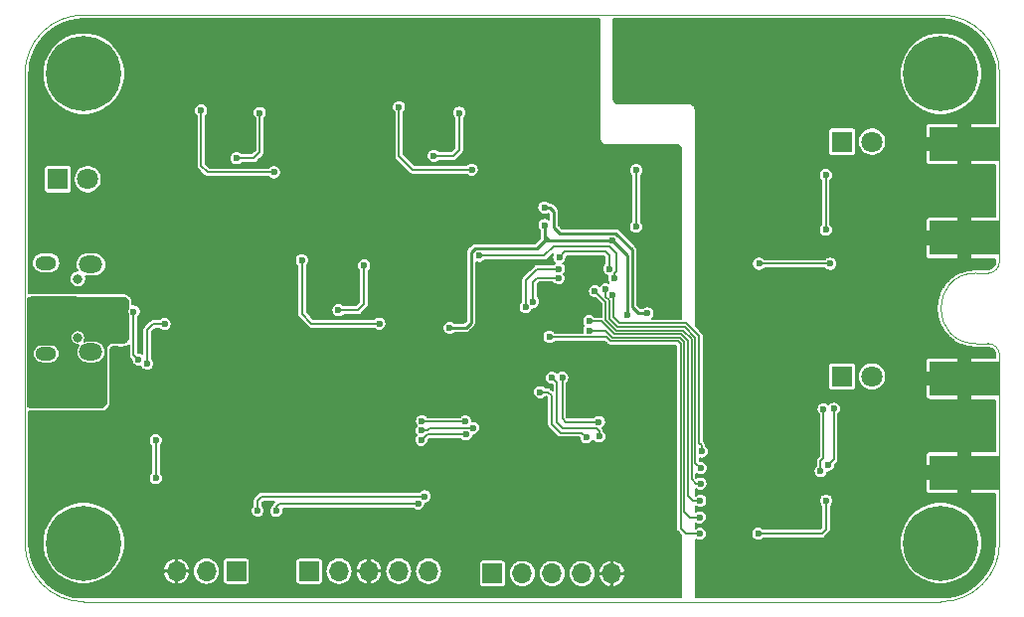
<source format=gbr>
G04 #@! TF.GenerationSoftware,KiCad,Pcbnew,(5.1.2)-1*
G04 #@! TF.CreationDate,2019-07-27T14:33:51+02:00*
G04 #@! TF.ProjectId,arbitrary_func_gen,61726269-7472-4617-9279-5f66756e635f,REV1.0*
G04 #@! TF.SameCoordinates,Original*
G04 #@! TF.FileFunction,Copper,L2,Bot*
G04 #@! TF.FilePolarity,Positive*
%FSLAX46Y46*%
G04 Gerber Fmt 4.6, Leading zero omitted, Abs format (unit mm)*
G04 Created by KiCad (PCBNEW (5.1.2)-1) date 2019-07-27 14:33:51*
%MOMM*%
%LPD*%
G04 APERTURE LIST*
%ADD10C,0.100000*%
%ADD11R,1.700000X1.700000*%
%ADD12O,1.700000X1.700000*%
%ADD13R,6.000001X2.999999*%
%ADD14O,1.800000X1.150000*%
%ADD15O,2.000000X1.450000*%
%ADD16C,0.800000*%
%ADD17R,1.800000X1.800000*%
%ADD18C,1.800000*%
%ADD19C,6.400000*%
%ADD20C,0.600000*%
%ADD21C,0.203200*%
%ADD22C,0.254000*%
%ADD23C,0.152400*%
G04 APERTURE END LIST*
D10*
X155000000Y-68000000D02*
X154000000Y-68000000D01*
X156000000Y-85000000D02*
X156000000Y-69000000D01*
X78000000Y-90000000D02*
X151000000Y-90000000D01*
X73000000Y-45000000D02*
X73000000Y-85000000D01*
X151000000Y-40000000D02*
X78000000Y-40000000D01*
X156000000Y-61000000D02*
X156000000Y-45000000D01*
X154000000Y-62000000D02*
X155000000Y-62000000D01*
X156000000Y-61000000D02*
G75*
G02X155000000Y-62000000I-1000000J0D01*
G01*
X154000000Y-68000000D02*
G75*
G02X154000000Y-62000000I0J3000000D01*
G01*
X155000000Y-68000000D02*
G75*
G02X156000000Y-69000000I0J-1000000D01*
G01*
X156000000Y-85000000D02*
G75*
G02X151000000Y-90000000I-5000000J0D01*
G01*
X78000000Y-90000000D02*
G75*
G02X73000000Y-85000000I0J5000000D01*
G01*
X73000000Y-45000000D02*
G75*
G02X78000000Y-40000000I5000000J0D01*
G01*
X151000000Y-40000000D02*
G75*
G02X156000000Y-45000000I0J-5000000D01*
G01*
D11*
X91000000Y-87400000D03*
D12*
X88460000Y-87400000D03*
X85920000Y-87400000D03*
D13*
X153000000Y-59000000D03*
X153000000Y-51000000D03*
X153000000Y-79000000D03*
X153000000Y-71000000D03*
D14*
X74800000Y-61125000D03*
X74800000Y-68875000D03*
D15*
X78600000Y-68725000D03*
X78600000Y-61275000D03*
D16*
X77500000Y-67500000D03*
X77500000Y-62500000D03*
D17*
X75800000Y-54000000D03*
D18*
X78340000Y-54000000D03*
D11*
X112800000Y-87590000D03*
D12*
X115340000Y-87590000D03*
X117880000Y-87590000D03*
X120420000Y-87590000D03*
X122960000Y-87590000D03*
D11*
X97200000Y-87400000D03*
D12*
X99740000Y-87400000D03*
X102280000Y-87400000D03*
X104820000Y-87400000D03*
X107360000Y-87400000D03*
D17*
X142600000Y-70800000D03*
D18*
X145140000Y-70800000D03*
D17*
X142600000Y-50800000D03*
D18*
X145140000Y-50800000D03*
D19*
X151000000Y-85000000D03*
X78000000Y-45000000D03*
X151000000Y-45000000D03*
X78000000Y-85000000D03*
D20*
X77060000Y-64400000D03*
X77060000Y-65820000D03*
X76460000Y-68420000D03*
X80060000Y-66820000D03*
X80060000Y-65820000D03*
X73760000Y-70220000D03*
X75260000Y-70220000D03*
X75060000Y-72820000D03*
X75260000Y-71420000D03*
X73870000Y-64420000D03*
X73860000Y-65820000D03*
X73830000Y-67220000D03*
X75460000Y-67220000D03*
X75460000Y-65820000D03*
X75460000Y-64420000D03*
X73660000Y-72820000D03*
X73660000Y-71420000D03*
X76660000Y-70020000D03*
X144460000Y-62620000D03*
X144460000Y-63820000D03*
X144460000Y-66220000D03*
X142060000Y-66220000D03*
X142060000Y-63820000D03*
X142060000Y-62620000D03*
X144460000Y-65020000D03*
X142060000Y-65020000D03*
X144260000Y-86620000D03*
X141860000Y-86620000D03*
X146660000Y-88220000D03*
X144260000Y-88220000D03*
X148660000Y-88220000D03*
X146660000Y-86620000D03*
X141860000Y-84820000D03*
X146660000Y-84820000D03*
X141860000Y-83220000D03*
X141860000Y-88220000D03*
X144260000Y-83220000D03*
X146660000Y-83220000D03*
X144260000Y-84820000D03*
X149260000Y-60020000D03*
X146860000Y-60020000D03*
X149260000Y-58820000D03*
X146860000Y-58820000D03*
X146860000Y-61420000D03*
X149260000Y-61420000D03*
X146860000Y-65020000D03*
X146860000Y-67620000D03*
X149260000Y-65020000D03*
X149260000Y-71220000D03*
X149260000Y-68820000D03*
X146860000Y-62620000D03*
X146860000Y-71220000D03*
X149260000Y-67620000D03*
X149260000Y-62620000D03*
X149260000Y-63820000D03*
X146860000Y-68820000D03*
X149260000Y-70020000D03*
X149260000Y-66220000D03*
X149260000Y-72420000D03*
X146860000Y-72420000D03*
X146860000Y-70020000D03*
X146860000Y-66220000D03*
X146860000Y-63820000D03*
X153660000Y-73620000D03*
X155260000Y-73620000D03*
X152860000Y-73620000D03*
X154460000Y-73620000D03*
X148860000Y-73620000D03*
X152060000Y-73620000D03*
X151260000Y-73620000D03*
X150460000Y-73620000D03*
X149660000Y-73620000D03*
X147260000Y-73620000D03*
X148060000Y-73620000D03*
X146460000Y-73620000D03*
X145660000Y-73620000D03*
X144860000Y-73620000D03*
X152060000Y-76420000D03*
X151260000Y-76420000D03*
X150460000Y-76420000D03*
X149660000Y-76420000D03*
X154460000Y-76420000D03*
X152860000Y-76420000D03*
X155260000Y-76420000D03*
X153660000Y-76420000D03*
X153660000Y-56420000D03*
X155260000Y-56420000D03*
X152860000Y-56420000D03*
X154460000Y-56420000D03*
X152060000Y-56420000D03*
X151260000Y-56420000D03*
X150460000Y-56420000D03*
X149660000Y-56420000D03*
X146060000Y-44420000D03*
X143660000Y-44420000D03*
X141260000Y-44420000D03*
X146060000Y-46020000D03*
X143660000Y-46020000D03*
X141260000Y-46020000D03*
X146060000Y-41020000D03*
X143660000Y-41020000D03*
X141260000Y-41020000D03*
X148460000Y-41020000D03*
X146060000Y-42620000D03*
X143660000Y-42620000D03*
X141260000Y-42620000D03*
X134260000Y-66220000D03*
X139060000Y-66220000D03*
X136660000Y-66220000D03*
X131860000Y-66220000D03*
X131860000Y-63820000D03*
X134260000Y-63820000D03*
X139060000Y-63820000D03*
X136660000Y-63820000D03*
X134260000Y-65020000D03*
X139060000Y-65020000D03*
X136660000Y-65020000D03*
X131860000Y-65020000D03*
X139060000Y-62620000D03*
X131860000Y-62620000D03*
X134260000Y-62620000D03*
X136660000Y-62620000D03*
X134260000Y-86820000D03*
X139060000Y-86820000D03*
X136660000Y-86820000D03*
X134260000Y-88020000D03*
X139060000Y-88020000D03*
X136660000Y-88020000D03*
X139060000Y-85620000D03*
X134260000Y-85620000D03*
X136660000Y-85620000D03*
X133060000Y-85620000D03*
X131860000Y-85620000D03*
X139260000Y-44420000D03*
X134460000Y-44420000D03*
X136860000Y-44420000D03*
X132060000Y-44420000D03*
X139260000Y-42820000D03*
X134460000Y-42820000D03*
X136860000Y-42820000D03*
X132060000Y-42820000D03*
X129460000Y-42820000D03*
X127060000Y-44420000D03*
X129460000Y-44420000D03*
X127060000Y-42820000D03*
X140300000Y-75830000D03*
X140300000Y-76600000D03*
X140280000Y-77470000D03*
X141660000Y-79300000D03*
X141430000Y-80200000D03*
X141630000Y-59150000D03*
X141630000Y-59950000D03*
X142040000Y-56040000D03*
X141940000Y-57780000D03*
X131860000Y-67420000D03*
X134260000Y-67420000D03*
X136660000Y-67420000D03*
X139060000Y-67420000D03*
X130660000Y-85620000D03*
X123660000Y-47220000D03*
X125260000Y-47220000D03*
X127060000Y-47220000D03*
X127060000Y-45820000D03*
X155260000Y-53420000D03*
X154460000Y-53420000D03*
X153660000Y-53420000D03*
X152860000Y-53420000D03*
X152060000Y-53420000D03*
X151260000Y-53420000D03*
X150460000Y-53420000D03*
X149660000Y-53420000D03*
X148860000Y-53420000D03*
X148060000Y-53420000D03*
X147260000Y-53420000D03*
X146460000Y-53420000D03*
X145660000Y-53420000D03*
X144860000Y-53420000D03*
X135460000Y-85620000D03*
X135460000Y-88020000D03*
X137860000Y-85620000D03*
X137860000Y-88020000D03*
X137860000Y-86820000D03*
X135460000Y-86820000D03*
X127060000Y-40620000D03*
X129460000Y-40620000D03*
X132060000Y-40620000D03*
X134460000Y-40620000D03*
X136860000Y-40620000D03*
X139260000Y-40620000D03*
X148460000Y-48820000D03*
X148460000Y-50420000D03*
X148460000Y-52220000D03*
X146660000Y-48820000D03*
X146660000Y-50420000D03*
X146660000Y-52220000D03*
X148660000Y-78620000D03*
X148660000Y-81420000D03*
X146460000Y-81420000D03*
X146460000Y-78620000D03*
X146460000Y-80020000D03*
X148660000Y-80020000D03*
X84890000Y-66340000D03*
X83400000Y-69710000D03*
X82250000Y-65270000D03*
X82680000Y-69370000D03*
X88000000Y-48140000D03*
X94200000Y-53410000D03*
X104840000Y-47860000D03*
X111050000Y-53190000D03*
X103180000Y-66310000D03*
X96590000Y-60910000D03*
X121500000Y-61900000D03*
X121500000Y-60800000D03*
X120100000Y-61900000D03*
X120100000Y-60800000D03*
X84070000Y-51220000D03*
X85260000Y-51220000D03*
X86460000Y-51220000D03*
X84260000Y-69520000D03*
X85400000Y-69520000D03*
X86660000Y-69520000D03*
X84260000Y-71220000D03*
X82660000Y-75440000D03*
X83960000Y-75330000D03*
X85450000Y-75330000D03*
X87090000Y-75380000D03*
X88370000Y-75380000D03*
X122735000Y-84245000D03*
X121960000Y-84245000D03*
X121110000Y-84245000D03*
X116960000Y-84720000D03*
X118260000Y-84745000D03*
X119510000Y-84720000D03*
X100880000Y-49000000D03*
X100860000Y-50160000D03*
X100840000Y-51420000D03*
X102060000Y-51420000D03*
X103280000Y-51420000D03*
X120170000Y-52320000D03*
X119120000Y-52320000D03*
X120190000Y-53260000D03*
X119080000Y-53330000D03*
X120140000Y-54150000D03*
X118960000Y-55430000D03*
X119060000Y-54360000D03*
X117260000Y-45020000D03*
X118660000Y-46020000D03*
X118660000Y-45020000D03*
X116660000Y-42220000D03*
X117860000Y-42220000D03*
X117870000Y-43240000D03*
X116660000Y-44220000D03*
X116660000Y-43240000D03*
X117860000Y-44220000D03*
X113660000Y-51820000D03*
X115060000Y-53220000D03*
X115060000Y-50620000D03*
X115060000Y-51820000D03*
X116330000Y-48420000D03*
X116330000Y-49620000D03*
X116340000Y-50620000D03*
X106660000Y-73420000D03*
X101860000Y-73420000D03*
X103540000Y-73420000D03*
X105260000Y-73420000D03*
X105050000Y-71880000D03*
X103070000Y-71860000D03*
X100600000Y-72330000D03*
X98860000Y-78900000D03*
X118530000Y-63670000D03*
X119670000Y-63690000D03*
X101860000Y-74820000D03*
X101860000Y-76420000D03*
X105260000Y-74820000D03*
X126250000Y-61020000D03*
X127460000Y-61020000D03*
X128660000Y-61020000D03*
X126260000Y-61820000D03*
X128660000Y-61820000D03*
X127460000Y-61820000D03*
X119560000Y-76220000D03*
X116560000Y-77520000D03*
X119060000Y-76920000D03*
X118060000Y-76920000D03*
X117160000Y-76920000D03*
X117560000Y-77520000D03*
X118560000Y-77520000D03*
X123060000Y-69020000D03*
X124260000Y-69020000D03*
X125460000Y-69020000D03*
X126660000Y-69020000D03*
X127860000Y-69020000D03*
X125460000Y-70020000D03*
X126660000Y-70020000D03*
X127860000Y-70020000D03*
X125460000Y-71020000D03*
X126660000Y-71020000D03*
X127860000Y-71020000D03*
X127860000Y-72220000D03*
X127860000Y-73420000D03*
X127860000Y-74820000D03*
X127860000Y-76220000D03*
X127860000Y-77820000D03*
X127860000Y-79420000D03*
X127860000Y-80820000D03*
X127860000Y-82220000D03*
X127860000Y-83620000D03*
X127860000Y-85020000D03*
X126060000Y-85020000D03*
X126060000Y-83620000D03*
X126060000Y-82220000D03*
X126060000Y-80820000D03*
X126060000Y-79420000D03*
X125660000Y-86620000D03*
X125660000Y-88020000D03*
X124460000Y-86620000D03*
X124460000Y-88020000D03*
X90660000Y-61220000D03*
X91860000Y-61220000D03*
X93060000Y-61220000D03*
X90660000Y-63220000D03*
X90660000Y-65220000D03*
X90660000Y-67220000D03*
X91860000Y-63220000D03*
X92060000Y-65220000D03*
X92060000Y-67220000D03*
X93060000Y-63220000D03*
X93460000Y-65220000D03*
X93460000Y-67220000D03*
X95060000Y-67220000D03*
X93460000Y-69220000D03*
X95060000Y-69220000D03*
X93460000Y-71220000D03*
X95060000Y-71220000D03*
X95060000Y-65220000D03*
X93460000Y-67220000D03*
X95060000Y-67220000D03*
X93460000Y-69220000D03*
X95060000Y-69220000D03*
X93460000Y-71220000D03*
X95060000Y-71220000D03*
X96460000Y-67820000D03*
X98260000Y-67820000D03*
X100060000Y-67820000D03*
X101860000Y-67820000D03*
X103660000Y-67820000D03*
X103660000Y-69220000D03*
X101860000Y-69220000D03*
X100060000Y-69220000D03*
X98260000Y-69220000D03*
X96460000Y-69220000D03*
X110260000Y-55420000D03*
X111660000Y-55420000D03*
X113060000Y-55420000D03*
X114260000Y-55420000D03*
X114260000Y-56620000D03*
X113060000Y-56620000D03*
X111660000Y-56620000D03*
X110260000Y-56620000D03*
X111660000Y-57820000D03*
X110260000Y-57820000D03*
X105460000Y-64220000D03*
X106860000Y-64220000D03*
X108260000Y-64220000D03*
X109660000Y-64220000D03*
X111860000Y-64220000D03*
X113260000Y-64220000D03*
X111860000Y-65220000D03*
X113260000Y-65220000D03*
X111860000Y-66420000D03*
X113260000Y-66420000D03*
X111860000Y-63020000D03*
X113260000Y-63020000D03*
X111860000Y-61820000D03*
X105460000Y-65220000D03*
X106860000Y-65220000D03*
X108260000Y-65220000D03*
X109660000Y-65220000D03*
X106860000Y-63220000D03*
X107860000Y-63220000D03*
X93860000Y-51020000D03*
X94860000Y-51020000D03*
X95860000Y-51020000D03*
X96860000Y-51020000D03*
X97860000Y-51020000D03*
X98860000Y-51020000D03*
X97860000Y-50220000D03*
X98860000Y-50220000D03*
X98860000Y-52220000D03*
X97660000Y-52220000D03*
X96460000Y-52220000D03*
X96460000Y-53420000D03*
X97660000Y-53420000D03*
X98860000Y-53420000D03*
X98860000Y-54620000D03*
X97660000Y-54620000D03*
X96460000Y-54620000D03*
X84040000Y-48820000D03*
X84060000Y-50020000D03*
X84060000Y-52420000D03*
X85260000Y-52420000D03*
X86460000Y-52420000D03*
X84060000Y-53620000D03*
X85260000Y-53620000D03*
X86460000Y-53620000D03*
X85260000Y-54820000D03*
X86460000Y-54820000D03*
X87860000Y-54820000D03*
X89260000Y-54820000D03*
X90460000Y-54820000D03*
X91860000Y-54820000D03*
X93060000Y-54820000D03*
X94260000Y-54820000D03*
X91060000Y-56220000D03*
X92460000Y-56220000D03*
X93860000Y-56220000D03*
X94260000Y-57820000D03*
X92993332Y-57820000D03*
X91726666Y-57820000D03*
X90460000Y-57820000D03*
X99860000Y-42220000D03*
X101260000Y-42220000D03*
X101260000Y-43620000D03*
X101260000Y-45220000D03*
X99860000Y-43620000D03*
X99860000Y-45220000D03*
X100860000Y-46620000D03*
X100860000Y-47820000D03*
X100860000Y-52620000D03*
X102060000Y-52620000D03*
X103260000Y-52620000D03*
X103260000Y-53820000D03*
X102060000Y-53820000D03*
X100860000Y-53820000D03*
X116260000Y-51820000D03*
X116260000Y-53220000D03*
X116260000Y-54620000D03*
X116260000Y-56020000D03*
X116260000Y-57220000D03*
X113660000Y-53220000D03*
X79660000Y-55420000D03*
X81860000Y-55420000D03*
X79660000Y-57020000D03*
X81860000Y-57020000D03*
X84260000Y-57020000D03*
X86460000Y-57020000D03*
X79660000Y-58620000D03*
X81860000Y-58620000D03*
X84260000Y-58620000D03*
X86460000Y-58620000D03*
X78060000Y-58620000D03*
X76060000Y-58620000D03*
X74060000Y-58620000D03*
X74260000Y-52220000D03*
X76460000Y-52220000D03*
X78860000Y-52220000D03*
X81260000Y-52220000D03*
X81260000Y-49820000D03*
X78860000Y-49820000D03*
X76460000Y-49820000D03*
X74260000Y-49820000D03*
X84060000Y-41220000D03*
X84060000Y-43220000D03*
X84060000Y-45420000D03*
X81860000Y-41220000D03*
X81860000Y-43220000D03*
X81860000Y-45420000D03*
X81660000Y-47620000D03*
X117260000Y-46020000D03*
X121460000Y-47020000D03*
X120260000Y-47020000D03*
X118060000Y-47020000D03*
X119060000Y-47020000D03*
X121460000Y-47820000D03*
X120260000Y-47820000D03*
X119060000Y-47820000D03*
X118060000Y-47820000D03*
X118060000Y-48620000D03*
X103460000Y-74820000D03*
X103460000Y-76420000D03*
X105260000Y-76420000D03*
X104860000Y-77820000D03*
X106460000Y-77820000D03*
X110860000Y-77420000D03*
X110860000Y-78820000D03*
X110860000Y-80220000D03*
X110860000Y-81620000D03*
X110860000Y-83020000D03*
X110860000Y-84620000D03*
X110860000Y-86020000D03*
X110860000Y-87420000D03*
X109660000Y-78020000D03*
X109660000Y-79620000D03*
X109660000Y-81020000D03*
X109660000Y-82620000D03*
X99860000Y-79420000D03*
X128260000Y-64790000D03*
X127060000Y-64820000D03*
X127660000Y-65420000D03*
X74060000Y-74820000D03*
X76860000Y-74820000D03*
X79860000Y-74820000D03*
X76860000Y-77420000D03*
X79860000Y-77420000D03*
X74060000Y-77420000D03*
X76860000Y-80220000D03*
X80060000Y-80220000D03*
X74060000Y-80220000D03*
X82660000Y-83220000D03*
X85060000Y-83220000D03*
X87660000Y-83220000D03*
X90460000Y-83220000D03*
X82660000Y-85220000D03*
X85260000Y-85220000D03*
X87660000Y-85220000D03*
X82660000Y-87420000D03*
X92860000Y-86620000D03*
X95060000Y-86620000D03*
X92860000Y-88420000D03*
X95260000Y-88420000D03*
X95660000Y-72820000D03*
X95660000Y-74820000D03*
X95660000Y-77020000D03*
X95660000Y-79220000D03*
X85460000Y-70320000D03*
X86660000Y-70320000D03*
X84260000Y-70320000D03*
X84260000Y-72020000D03*
X97460000Y-84920000D03*
X98760000Y-84920000D03*
X100160000Y-84920000D03*
X101460000Y-84920000D03*
X102660000Y-84920000D03*
X103960000Y-84920000D03*
X105260000Y-84920000D03*
X106560000Y-84920000D03*
X105960000Y-85720000D03*
X102660000Y-83920000D03*
X101460000Y-83920000D03*
X100760000Y-82620000D03*
X99160000Y-82620000D03*
X120750000Y-62860000D03*
X119430000Y-62810000D03*
X99700000Y-65160000D03*
X101880000Y-61360000D03*
X118500000Y-60650000D03*
X122775000Y-61650000D03*
X109990000Y-48340000D03*
X107810000Y-52010000D03*
X117230000Y-56410000D03*
X126010000Y-65430000D03*
X93000000Y-48350000D03*
X91020000Y-52210000D03*
X117250000Y-57910000D03*
X123040000Y-59210000D03*
X109170000Y-66670000D03*
X124280000Y-65530000D03*
X123200000Y-62450000D03*
X111675000Y-60525000D03*
X84150000Y-76240000D03*
X84140000Y-79470000D03*
X117870000Y-70920000D03*
X121900000Y-75920000D03*
X118450000Y-62440000D03*
X116260000Y-64445000D03*
X118470000Y-61640000D03*
X115635000Y-64895000D03*
X118760000Y-70910000D03*
X121880000Y-74690000D03*
X120820000Y-76000000D03*
X116860000Y-72140000D03*
X135520000Y-61200000D03*
X141570000Y-61200000D03*
X135450000Y-84200000D03*
X141230000Y-81400000D03*
X130470000Y-84220000D03*
X117670000Y-67430000D03*
X130460000Y-82810000D03*
X121050000Y-66900000D03*
X130500000Y-81400000D03*
X121060000Y-66100000D03*
X121540000Y-63540000D03*
X130530000Y-79930000D03*
X122470000Y-63370000D03*
X130540000Y-78610000D03*
X123060000Y-63850000D03*
X130620000Y-77200000D03*
X92810000Y-82250000D03*
X107038000Y-81020000D03*
X94400000Y-82270000D03*
X106480000Y-81640000D03*
X140760000Y-78880000D03*
X141010000Y-73600000D03*
X141210000Y-58310000D03*
X141200000Y-53640000D03*
X141420000Y-78310000D03*
X141880000Y-73560000D03*
X125060000Y-53220000D03*
X125030000Y-58040000D03*
X106760000Y-76220000D03*
X110560000Y-75740000D03*
X106790000Y-75410000D03*
X111150000Y-75190000D03*
X106810000Y-74610000D03*
X110500000Y-74650000D03*
D21*
X83400000Y-69710000D02*
X83400000Y-66830000D01*
X83890000Y-66340000D02*
X84890000Y-66340000D01*
X83400000Y-66830000D02*
X83890000Y-66340000D01*
X82680000Y-69370000D02*
X82250000Y-68940000D01*
X82250000Y-68940000D02*
X82250000Y-65270000D01*
X88000000Y-48140000D02*
X88000000Y-52840000D01*
X88000000Y-52840000D02*
X88570000Y-53410000D01*
X88570000Y-53410000D02*
X94200000Y-53410000D01*
X104840000Y-47860000D02*
X104850000Y-47870000D01*
X104850000Y-47870000D02*
X104850000Y-52030000D01*
X104850000Y-52030000D02*
X106010000Y-53190000D01*
X106010000Y-53190000D02*
X111050000Y-53190000D01*
X96590000Y-65520000D02*
X96590000Y-60910000D01*
X103180000Y-66310000D02*
X97380000Y-66310000D01*
X97380000Y-66310000D02*
X96590000Y-65520000D01*
X101880000Y-64640000D02*
X101880000Y-61360000D01*
X99700000Y-65160000D02*
X101360000Y-65160000D01*
X101360000Y-65160000D02*
X101880000Y-64640000D01*
X122775000Y-60475000D02*
X122775000Y-61650000D01*
X122450000Y-60150000D02*
X122775000Y-60475000D01*
X118500000Y-60650000D02*
X119000000Y-60150000D01*
X119000000Y-60150000D02*
X122450000Y-60150000D01*
X109990000Y-48340000D02*
X109990000Y-51250000D01*
X109990000Y-51250000D02*
X109990000Y-51540000D01*
X109990000Y-51540000D02*
X109520000Y-52010000D01*
X109520000Y-52010000D02*
X107810000Y-52010000D01*
D22*
X117720000Y-56410000D02*
X117230000Y-56410000D01*
X118060000Y-56750000D02*
X117720000Y-56410000D01*
X118060000Y-58100000D02*
X118060000Y-56750000D01*
X125220000Y-65430000D02*
X124700000Y-64910000D01*
X126010000Y-65430000D02*
X125220000Y-65430000D01*
X124700000Y-64910000D02*
X124700000Y-60000000D01*
X124700000Y-60000000D02*
X123300000Y-58600000D01*
X123300000Y-58600000D02*
X118560000Y-58600000D01*
X118560000Y-58600000D02*
X118060000Y-58100000D01*
D21*
X92470000Y-52210000D02*
X91020000Y-52210000D01*
X93000000Y-48350000D02*
X93000000Y-51680000D01*
X93000000Y-51680000D02*
X92470000Y-52210000D01*
D22*
X117250000Y-58560000D02*
X117250000Y-57910000D01*
X117290000Y-59220000D02*
X117250000Y-59180000D01*
X117270000Y-58900000D02*
X117590000Y-59220000D01*
X117250000Y-58900000D02*
X117270000Y-58900000D01*
X117590000Y-59220000D02*
X117290000Y-59220000D01*
X117250000Y-58900000D02*
X117250000Y-58560000D01*
X117250000Y-59180000D02*
X117250000Y-58900000D01*
X117250000Y-59220000D02*
X117250000Y-58560000D01*
X116580000Y-59890000D02*
X117250000Y-59220000D01*
X109180000Y-66660000D02*
X110540000Y-66660000D01*
X109170000Y-66670000D02*
X109180000Y-66660000D01*
X110540000Y-66660000D02*
X110970000Y-66230000D01*
X110970000Y-66230000D02*
X110970000Y-60250000D01*
X110970000Y-60250000D02*
X111330000Y-59890000D01*
X111330000Y-59890000D02*
X116580000Y-59890000D01*
X123020000Y-59220000D02*
X117590000Y-59220000D01*
X124280000Y-65530000D02*
X124280000Y-60480000D01*
X124280000Y-60480000D02*
X123020000Y-59220000D01*
D21*
X123200000Y-62050000D02*
X123200000Y-62450000D01*
X117215000Y-60525000D02*
X117990000Y-59750000D01*
X111675000Y-60525000D02*
X117215000Y-60525000D01*
X117990000Y-59750000D02*
X122800000Y-59750000D01*
X122800000Y-59750000D02*
X123400000Y-60350000D01*
X123400000Y-60350000D02*
X123400000Y-61850000D01*
X123400000Y-61850000D02*
X123200000Y-62050000D01*
X84150000Y-76240000D02*
X84150000Y-79460000D01*
X84150000Y-79460000D02*
X84140000Y-79470000D01*
D23*
X118300000Y-71350000D02*
X117870000Y-70920000D01*
X118300000Y-74680000D02*
X118300000Y-71350000D01*
X118820000Y-75200000D02*
X118300000Y-74680000D01*
X121640000Y-75200000D02*
X118820000Y-75200000D01*
X121900000Y-75920000D02*
X121900000Y-75460000D01*
X121900000Y-75460000D02*
X121640000Y-75200000D01*
X116260000Y-64445000D02*
X116260000Y-62790000D01*
X118440000Y-62430000D02*
X118450000Y-62440000D01*
X116620000Y-62430000D02*
X118440000Y-62430000D01*
X116260000Y-62790000D02*
X116620000Y-62430000D01*
X115635000Y-62575000D02*
X116580000Y-61630000D01*
X116580000Y-61630000D02*
X118460000Y-61630000D01*
X118460000Y-61630000D02*
X118470000Y-61640000D01*
X115635000Y-64895000D02*
X115635000Y-62575000D01*
X119040000Y-74690000D02*
X121880000Y-74690000D01*
X118760000Y-70910000D02*
X118760000Y-74410000D01*
X118760000Y-74410000D02*
X119040000Y-74690000D01*
X117530000Y-72140000D02*
X116860000Y-72140000D01*
X117820000Y-72430000D02*
X117530000Y-72140000D01*
X117820000Y-74840000D02*
X117820000Y-72430000D01*
X118590000Y-75610000D02*
X117820000Y-74840000D01*
X120820000Y-76000000D02*
X120430000Y-75610000D01*
X120430000Y-75610000D02*
X118590000Y-75610000D01*
D21*
X135520000Y-61200000D02*
X141570000Y-61200000D01*
X135450000Y-84200000D02*
X140680000Y-84200000D01*
X140680000Y-84200000D02*
X140850000Y-84200000D01*
X140850000Y-84200000D02*
X141230000Y-83820000D01*
X141230000Y-83820000D02*
X141230000Y-81400000D01*
D23*
X129270000Y-84220000D02*
X130470000Y-84220000D01*
X122518934Y-67430000D02*
X122893364Y-67804430D01*
X117670000Y-67430000D02*
X122518934Y-67430000D01*
X122893364Y-67804430D02*
X128614810Y-67804430D01*
X128614810Y-67804430D02*
X128830000Y-68019620D01*
X128830000Y-68019620D02*
X128830000Y-83780000D01*
X128830000Y-83780000D02*
X129270000Y-84220000D01*
X129810000Y-82810000D02*
X130460000Y-82810000D01*
X129600000Y-82810000D02*
X129810000Y-82810000D01*
X122420000Y-66900000D02*
X123019620Y-67499620D01*
X121050000Y-66900000D02*
X122420000Y-66900000D01*
X123019620Y-67499620D02*
X128783744Y-67499620D01*
X128783744Y-67499620D02*
X129145190Y-67861066D01*
X129145190Y-67861066D02*
X129145190Y-82355190D01*
X129145190Y-82355190D02*
X129600000Y-82810000D01*
X129870000Y-81400000D02*
X130500000Y-81400000D01*
X129450000Y-80980000D02*
X129870000Y-81400000D01*
X129450000Y-69480000D02*
X129450000Y-80980000D01*
X121060000Y-66100000D02*
X122070000Y-66100000D01*
X122070000Y-66100000D02*
X123164810Y-67194810D01*
X123164810Y-67194810D02*
X128910000Y-67194810D01*
X129450000Y-67734810D02*
X129450000Y-69480000D01*
X128910000Y-67194810D02*
X129450000Y-67734810D01*
X130130000Y-79930000D02*
X130530000Y-79930000D01*
X129770000Y-79570000D02*
X130130000Y-79930000D01*
X129770000Y-67590000D02*
X129770000Y-79570000D01*
X121540000Y-63550000D02*
X122460000Y-64470000D01*
X121540000Y-63540000D02*
X121540000Y-63550000D01*
X122460000Y-64470000D02*
X122460000Y-66020000D01*
X122460000Y-66020000D02*
X123330000Y-66890000D01*
X123330000Y-66890000D02*
X129070000Y-66890000D01*
X129070000Y-66890000D02*
X129770000Y-67590000D01*
X130090000Y-78160000D02*
X130540000Y-78610000D01*
X130090000Y-67470000D02*
X130090000Y-78160000D01*
X122470000Y-64030000D02*
X122765000Y-64325000D01*
X122470000Y-63370000D02*
X122470000Y-64030000D01*
X122765000Y-64325000D02*
X122765000Y-65885000D01*
X122765000Y-65885000D02*
X123450000Y-66570000D01*
X123450000Y-66570000D02*
X129190000Y-66570000D01*
X129190000Y-66570000D02*
X130090000Y-67470000D01*
X130620000Y-76680000D02*
X130620000Y-77200000D01*
X130400000Y-76460000D02*
X130620000Y-76680000D01*
X123070000Y-63860000D02*
X123070000Y-65750000D01*
X123060000Y-63850000D02*
X123070000Y-63860000D01*
X123070000Y-65750000D02*
X123580000Y-66260000D01*
X123580000Y-66260000D02*
X129320000Y-66260000D01*
X129320000Y-66260000D02*
X130400000Y-67340000D01*
X130400000Y-67340000D02*
X130400000Y-76460000D01*
D21*
X107038000Y-81020000D02*
X107008000Y-81050000D01*
X107008000Y-81050000D02*
X93120000Y-81050000D01*
X93120000Y-81050000D02*
X92810000Y-81360000D01*
X92810000Y-81360000D02*
X92810000Y-82250000D01*
X106510000Y-81460000D02*
X106480000Y-81490000D01*
X106480000Y-81490000D02*
X106480000Y-81640000D01*
X94400000Y-81910000D02*
X94400000Y-82270000D01*
X94630000Y-81680000D02*
X94400000Y-81910000D01*
X106480000Y-81640000D02*
X106440000Y-81680000D01*
X106440000Y-81680000D02*
X94630000Y-81680000D01*
X141210000Y-58310000D02*
X141200000Y-58300000D01*
X141200000Y-58300000D02*
X141200000Y-53640000D01*
X141010000Y-77790000D02*
X141010000Y-73600000D01*
X140760000Y-78880000D02*
X140760000Y-78040000D01*
X140760000Y-78040000D02*
X141010000Y-77790000D01*
X141880000Y-77850000D02*
X141880000Y-73560000D01*
X141420000Y-78310000D02*
X141880000Y-77850000D01*
X125040000Y-53240000D02*
X125060000Y-53220000D01*
X125040000Y-58030000D02*
X125040000Y-53240000D01*
X125030000Y-58040000D02*
X125040000Y-58030000D01*
D23*
X107240000Y-75740000D02*
X110560000Y-75740000D01*
X106760000Y-76220000D02*
X107240000Y-75740000D01*
X107480000Y-75190000D02*
X111150000Y-75190000D01*
X106790000Y-75410000D02*
X107260000Y-75410000D01*
X107260000Y-75410000D02*
X107480000Y-75190000D01*
X106810000Y-74610000D02*
X106850000Y-74650000D01*
X106850000Y-74650000D02*
X110500000Y-74650000D01*
D21*
G36*
X121883705Y-40403040D02*
G01*
X121898400Y-40514661D01*
X121898400Y-50492000D01*
X121899269Y-50505262D01*
X121916579Y-50636742D01*
X121923444Y-50662360D01*
X121974193Y-50784880D01*
X121987454Y-50807850D01*
X122068185Y-50913060D01*
X122086940Y-50931815D01*
X122192150Y-51012546D01*
X122215120Y-51025807D01*
X122337640Y-51076556D01*
X122363258Y-51083421D01*
X122494738Y-51100731D01*
X122508000Y-51101600D01*
X128485339Y-51101600D01*
X128596960Y-51116295D01*
X128694760Y-51156805D01*
X128778748Y-51221252D01*
X128843195Y-51305240D01*
X128883705Y-51403040D01*
X128898400Y-51514661D01*
X128898400Y-65879000D01*
X126416316Y-65879000D01*
X126479779Y-65815537D01*
X126545966Y-65716480D01*
X126591558Y-65606414D01*
X126614800Y-65489568D01*
X126614800Y-65370432D01*
X126591558Y-65253586D01*
X126545966Y-65143520D01*
X126479779Y-65044463D01*
X126395537Y-64960221D01*
X126296480Y-64894034D01*
X126186414Y-64848442D01*
X126069568Y-64825200D01*
X125950432Y-64825200D01*
X125833586Y-64848442D01*
X125723520Y-64894034D01*
X125624463Y-64960221D01*
X125586484Y-64998200D01*
X125398857Y-64998200D01*
X125131800Y-64731143D01*
X125131800Y-60021210D01*
X125133889Y-60000000D01*
X125125552Y-59915352D01*
X125117629Y-59889234D01*
X125100861Y-59833958D01*
X125060766Y-59758944D01*
X125006806Y-59693194D01*
X124990327Y-59679670D01*
X123620335Y-58309679D01*
X123606806Y-58293194D01*
X123541056Y-58239234D01*
X123466042Y-58199139D01*
X123384648Y-58174448D01*
X123321210Y-58168200D01*
X123300000Y-58166111D01*
X123278790Y-58168200D01*
X118738857Y-58168200D01*
X118551089Y-57980432D01*
X124425200Y-57980432D01*
X124425200Y-58099568D01*
X124448442Y-58216414D01*
X124494034Y-58326480D01*
X124560221Y-58425537D01*
X124644463Y-58509779D01*
X124743520Y-58575966D01*
X124853586Y-58621558D01*
X124970432Y-58644800D01*
X125089568Y-58644800D01*
X125206414Y-58621558D01*
X125316480Y-58575966D01*
X125415537Y-58509779D01*
X125499779Y-58425537D01*
X125565966Y-58326480D01*
X125611558Y-58216414D01*
X125634800Y-58099568D01*
X125634800Y-57980432D01*
X125611558Y-57863586D01*
X125565966Y-57753520D01*
X125499779Y-57654463D01*
X125446400Y-57601084D01*
X125446400Y-53688916D01*
X125529779Y-53605537D01*
X125595966Y-53506480D01*
X125641558Y-53396414D01*
X125664800Y-53279568D01*
X125664800Y-53160432D01*
X125641558Y-53043586D01*
X125595966Y-52933520D01*
X125529779Y-52834463D01*
X125445537Y-52750221D01*
X125346480Y-52684034D01*
X125236414Y-52638442D01*
X125119568Y-52615200D01*
X125000432Y-52615200D01*
X124883586Y-52638442D01*
X124773520Y-52684034D01*
X124674463Y-52750221D01*
X124590221Y-52834463D01*
X124524034Y-52933520D01*
X124478442Y-53043586D01*
X124455200Y-53160432D01*
X124455200Y-53279568D01*
X124478442Y-53396414D01*
X124524034Y-53506480D01*
X124590221Y-53605537D01*
X124633601Y-53648917D01*
X124633600Y-57581084D01*
X124560221Y-57654463D01*
X124494034Y-57753520D01*
X124448442Y-57863586D01*
X124425200Y-57980432D01*
X118551089Y-57980432D01*
X118491800Y-57921144D01*
X118491800Y-56771210D01*
X118493889Y-56750000D01*
X118485552Y-56665352D01*
X118460861Y-56583958D01*
X118420766Y-56508944D01*
X118409033Y-56494648D01*
X118366806Y-56443194D01*
X118350326Y-56429669D01*
X118040335Y-56119678D01*
X118026806Y-56103194D01*
X117961056Y-56049234D01*
X117886042Y-56009139D01*
X117804648Y-55984448D01*
X117741210Y-55978200D01*
X117720000Y-55976111D01*
X117698790Y-55978200D01*
X117653516Y-55978200D01*
X117615537Y-55940221D01*
X117516480Y-55874034D01*
X117406414Y-55828442D01*
X117289568Y-55805200D01*
X117170432Y-55805200D01*
X117053586Y-55828442D01*
X116943520Y-55874034D01*
X116844463Y-55940221D01*
X116760221Y-56024463D01*
X116694034Y-56123520D01*
X116648442Y-56233586D01*
X116625200Y-56350432D01*
X116625200Y-56469568D01*
X116648442Y-56586414D01*
X116694034Y-56696480D01*
X116760221Y-56795537D01*
X116844463Y-56879779D01*
X116943520Y-56945966D01*
X117053586Y-56991558D01*
X117170432Y-57014800D01*
X117289568Y-57014800D01*
X117406414Y-56991558D01*
X117516480Y-56945966D01*
X117593708Y-56894365D01*
X117628201Y-56928857D01*
X117628200Y-57435319D01*
X117536480Y-57374034D01*
X117426414Y-57328442D01*
X117309568Y-57305200D01*
X117190432Y-57305200D01*
X117073586Y-57328442D01*
X116963520Y-57374034D01*
X116864463Y-57440221D01*
X116780221Y-57524463D01*
X116714034Y-57623520D01*
X116668442Y-57733586D01*
X116645200Y-57850432D01*
X116645200Y-57969568D01*
X116668442Y-58086414D01*
X116714034Y-58196480D01*
X116780221Y-58295537D01*
X116818200Y-58333516D01*
X116818200Y-58878790D01*
X116816111Y-58900000D01*
X116818200Y-58921209D01*
X116818200Y-59041142D01*
X116401144Y-59458200D01*
X111351210Y-59458200D01*
X111330000Y-59456111D01*
X111245352Y-59464448D01*
X111163957Y-59489139D01*
X111137828Y-59503105D01*
X111088944Y-59529234D01*
X111023194Y-59583194D01*
X111009669Y-59599674D01*
X110679674Y-59929670D01*
X110663195Y-59943194D01*
X110609235Y-60008944D01*
X110572995Y-60076745D01*
X110569140Y-60083958D01*
X110544448Y-60165353D01*
X110536111Y-60250000D01*
X110538201Y-60271220D01*
X110538200Y-66051143D01*
X110361144Y-66228200D01*
X109583516Y-66228200D01*
X109555537Y-66200221D01*
X109456480Y-66134034D01*
X109346414Y-66088442D01*
X109229568Y-66065200D01*
X109110432Y-66065200D01*
X108993586Y-66088442D01*
X108883520Y-66134034D01*
X108784463Y-66200221D01*
X108700221Y-66284463D01*
X108634034Y-66383520D01*
X108588442Y-66493586D01*
X108565200Y-66610432D01*
X108565200Y-66729568D01*
X108588442Y-66846414D01*
X108634034Y-66956480D01*
X108700221Y-67055537D01*
X108784463Y-67139779D01*
X108883520Y-67205966D01*
X108993586Y-67251558D01*
X109110432Y-67274800D01*
X109229568Y-67274800D01*
X109346414Y-67251558D01*
X109456480Y-67205966D01*
X109555537Y-67139779D01*
X109603516Y-67091800D01*
X110518790Y-67091800D01*
X110540000Y-67093889D01*
X110561210Y-67091800D01*
X110624648Y-67085552D01*
X110706042Y-67060861D01*
X110781056Y-67020766D01*
X110846806Y-66966806D01*
X110860335Y-66950321D01*
X111260327Y-66550329D01*
X111276806Y-66536806D01*
X111330766Y-66471056D01*
X111370861Y-66396042D01*
X111395552Y-66314648D01*
X111398001Y-66289779D01*
X111403889Y-66230000D01*
X111401800Y-66208790D01*
X111401800Y-61066467D01*
X111498586Y-61106558D01*
X111615432Y-61129800D01*
X111734568Y-61129800D01*
X111851414Y-61106558D01*
X111961480Y-61060966D01*
X112060537Y-60994779D01*
X112123916Y-60931400D01*
X117195047Y-60931400D01*
X117215000Y-60933365D01*
X117234953Y-60931400D01*
X117234960Y-60931400D01*
X117294668Y-60925519D01*
X117371275Y-60902281D01*
X117441876Y-60864544D01*
X117503758Y-60813758D01*
X117516482Y-60798254D01*
X117989844Y-60324892D01*
X117964034Y-60363520D01*
X117918442Y-60473586D01*
X117895200Y-60590432D01*
X117895200Y-60709568D01*
X117918442Y-60826414D01*
X117964034Y-60936480D01*
X118030221Y-61035537D01*
X118114463Y-61119779D01*
X118137209Y-61134977D01*
X118084463Y-61170221D01*
X118005684Y-61249000D01*
X116598710Y-61249000D01*
X116580000Y-61247157D01*
X116561290Y-61249000D01*
X116561287Y-61249000D01*
X116505311Y-61254513D01*
X116437774Y-61275000D01*
X116433492Y-61276299D01*
X116367303Y-61311678D01*
X116337972Y-61335750D01*
X116309289Y-61359289D01*
X116297359Y-61373826D01*
X115378827Y-62292359D01*
X115364290Y-62304289D01*
X115352361Y-62318825D01*
X115316678Y-62362304D01*
X115281299Y-62428493D01*
X115277809Y-62439999D01*
X115259740Y-62499568D01*
X115259514Y-62500312D01*
X115252157Y-62575000D01*
X115254001Y-62593720D01*
X115254000Y-64422189D01*
X115249463Y-64425221D01*
X115165221Y-64509463D01*
X115099034Y-64608520D01*
X115053442Y-64718586D01*
X115030200Y-64835432D01*
X115030200Y-64954568D01*
X115053442Y-65071414D01*
X115099034Y-65181480D01*
X115165221Y-65280537D01*
X115249463Y-65364779D01*
X115348520Y-65430966D01*
X115458586Y-65476558D01*
X115575432Y-65499800D01*
X115694568Y-65499800D01*
X115811414Y-65476558D01*
X115921480Y-65430966D01*
X116020537Y-65364779D01*
X116104779Y-65280537D01*
X116170966Y-65181480D01*
X116216558Y-65071414D01*
X116220857Y-65049800D01*
X116319568Y-65049800D01*
X116436414Y-65026558D01*
X116546480Y-64980966D01*
X116645537Y-64914779D01*
X116729779Y-64830537D01*
X116795966Y-64731480D01*
X116841558Y-64621414D01*
X116864800Y-64504568D01*
X116864800Y-64385432D01*
X116841558Y-64268586D01*
X116795966Y-64158520D01*
X116729779Y-64059463D01*
X116645537Y-63975221D01*
X116641000Y-63972190D01*
X116641000Y-62947814D01*
X116777815Y-62811000D01*
X117970508Y-62811000D01*
X117980221Y-62825537D01*
X118064463Y-62909779D01*
X118163520Y-62975966D01*
X118273586Y-63021558D01*
X118390432Y-63044800D01*
X118509568Y-63044800D01*
X118626414Y-63021558D01*
X118736480Y-62975966D01*
X118835537Y-62909779D01*
X118919779Y-62825537D01*
X118985966Y-62726480D01*
X119031558Y-62616414D01*
X119054800Y-62499568D01*
X119054800Y-62380432D01*
X119031558Y-62263586D01*
X118985966Y-62153520D01*
X118919779Y-62054463D01*
X118915316Y-62050000D01*
X118939779Y-62025537D01*
X119005966Y-61926480D01*
X119051558Y-61816414D01*
X119074800Y-61699568D01*
X119074800Y-61580432D01*
X119051558Y-61463586D01*
X119005966Y-61353520D01*
X118939779Y-61254463D01*
X118855537Y-61170221D01*
X118832791Y-61155023D01*
X118885537Y-61119779D01*
X118969779Y-61035537D01*
X119035966Y-60936480D01*
X119081558Y-60826414D01*
X119104800Y-60709568D01*
X119104800Y-60619937D01*
X119168337Y-60556400D01*
X122281664Y-60556400D01*
X122368600Y-60643336D01*
X122368601Y-61201083D01*
X122305221Y-61264463D01*
X122239034Y-61363520D01*
X122193442Y-61473586D01*
X122170200Y-61590432D01*
X122170200Y-61709568D01*
X122193442Y-61826414D01*
X122239034Y-61936480D01*
X122305221Y-62035537D01*
X122389463Y-62119779D01*
X122488520Y-62185966D01*
X122598586Y-62231558D01*
X122633014Y-62238406D01*
X122618442Y-62273586D01*
X122595200Y-62390432D01*
X122595200Y-62509568D01*
X122618442Y-62626414D01*
X122664034Y-62736480D01*
X122718783Y-62818419D01*
X122646414Y-62788442D01*
X122529568Y-62765200D01*
X122410432Y-62765200D01*
X122293586Y-62788442D01*
X122183520Y-62834034D01*
X122084463Y-62900221D01*
X122000221Y-62984463D01*
X121935957Y-63080641D01*
X121925537Y-63070221D01*
X121826480Y-63004034D01*
X121716414Y-62958442D01*
X121599568Y-62935200D01*
X121480432Y-62935200D01*
X121363586Y-62958442D01*
X121253520Y-63004034D01*
X121154463Y-63070221D01*
X121070221Y-63154463D01*
X121004034Y-63253520D01*
X120958442Y-63363586D01*
X120935200Y-63480432D01*
X120935200Y-63599568D01*
X120958442Y-63716414D01*
X121004034Y-63826480D01*
X121070221Y-63925537D01*
X121154463Y-64009779D01*
X121253520Y-64075966D01*
X121363586Y-64121558D01*
X121480432Y-64144800D01*
X121595986Y-64144800D01*
X122079000Y-64627815D01*
X122079001Y-65718044D01*
X122070000Y-65717157D01*
X122051290Y-65719000D01*
X121532810Y-65719000D01*
X121529779Y-65714463D01*
X121445537Y-65630221D01*
X121346480Y-65564034D01*
X121236414Y-65518442D01*
X121119568Y-65495200D01*
X121000432Y-65495200D01*
X120883586Y-65518442D01*
X120773520Y-65564034D01*
X120674463Y-65630221D01*
X120590221Y-65714463D01*
X120524034Y-65813520D01*
X120478442Y-65923586D01*
X120455200Y-66040432D01*
X120455200Y-66159568D01*
X120478442Y-66276414D01*
X120524034Y-66386480D01*
X120590221Y-66485537D01*
X120599684Y-66495000D01*
X120580221Y-66514463D01*
X120514034Y-66613520D01*
X120468442Y-66723586D01*
X120445200Y-66840432D01*
X120445200Y-66959568D01*
X120462989Y-67049000D01*
X118142810Y-67049000D01*
X118139779Y-67044463D01*
X118055537Y-66960221D01*
X117956480Y-66894034D01*
X117846414Y-66848442D01*
X117729568Y-66825200D01*
X117610432Y-66825200D01*
X117493586Y-66848442D01*
X117383520Y-66894034D01*
X117284463Y-66960221D01*
X117200221Y-67044463D01*
X117134034Y-67143520D01*
X117088442Y-67253586D01*
X117065200Y-67370432D01*
X117065200Y-67489568D01*
X117088442Y-67606414D01*
X117134034Y-67716480D01*
X117200221Y-67815537D01*
X117284463Y-67899779D01*
X117383520Y-67965966D01*
X117493586Y-68011558D01*
X117610432Y-68034800D01*
X117729568Y-68034800D01*
X117846414Y-68011558D01*
X117956480Y-67965966D01*
X118055537Y-67899779D01*
X118139779Y-67815537D01*
X118142810Y-67811000D01*
X122361120Y-67811000D01*
X122610722Y-68060603D01*
X122622653Y-68075141D01*
X122646010Y-68094309D01*
X122680667Y-68122752D01*
X122746856Y-68158131D01*
X122818675Y-68179917D01*
X122874651Y-68185430D01*
X122874654Y-68185430D01*
X122893364Y-68187273D01*
X122912074Y-68185430D01*
X128449000Y-68185430D01*
X128449001Y-83761280D01*
X128447157Y-83780000D01*
X128454514Y-83854688D01*
X128476299Y-83926507D01*
X128511678Y-83992696D01*
X128523666Y-84007303D01*
X128559290Y-84050711D01*
X128573827Y-84062641D01*
X128898400Y-84387214D01*
X128898400Y-89485339D01*
X128883705Y-89596960D01*
X128863723Y-89645200D01*
X78015796Y-89645200D01*
X77177657Y-89570398D01*
X76381303Y-89352540D01*
X75636118Y-88997105D01*
X74965654Y-88515327D01*
X74391100Y-87922434D01*
X73930616Y-87237161D01*
X73598763Y-86481181D01*
X73405371Y-85675647D01*
X73354800Y-84986992D01*
X73354800Y-84654807D01*
X74495200Y-84654807D01*
X74495200Y-85345193D01*
X74629888Y-86022312D01*
X74894087Y-86660145D01*
X75277644Y-87234180D01*
X75765820Y-87722356D01*
X76339855Y-88105913D01*
X76977688Y-88370112D01*
X77654807Y-88504800D01*
X78345193Y-88504800D01*
X79022312Y-88370112D01*
X79660145Y-88105913D01*
X80234180Y-87722356D01*
X80325885Y-87630651D01*
X84788466Y-87630651D01*
X84855206Y-87846970D01*
X84962865Y-88046113D01*
X85107306Y-88220426D01*
X85282979Y-88363210D01*
X85483132Y-88468979D01*
X85689350Y-88531531D01*
X85869200Y-88477403D01*
X85869200Y-87450800D01*
X85970800Y-87450800D01*
X85970800Y-88477403D01*
X86150650Y-88531531D01*
X86356868Y-88468979D01*
X86557021Y-88363210D01*
X86732694Y-88220426D01*
X86877135Y-88046113D01*
X86984794Y-87846970D01*
X87051534Y-87630651D01*
X86997485Y-87450800D01*
X85970800Y-87450800D01*
X85869200Y-87450800D01*
X84842515Y-87450800D01*
X84788466Y-87630651D01*
X80325885Y-87630651D01*
X80556536Y-87400000D01*
X87299613Y-87400000D01*
X87321910Y-87626380D01*
X87387942Y-87844061D01*
X87495173Y-88044676D01*
X87639482Y-88220518D01*
X87815324Y-88364827D01*
X88015939Y-88472058D01*
X88233620Y-88538090D01*
X88403276Y-88554800D01*
X88516724Y-88554800D01*
X88686380Y-88538090D01*
X88904061Y-88472058D01*
X89104676Y-88364827D01*
X89280518Y-88220518D01*
X89424827Y-88044676D01*
X89532058Y-87844061D01*
X89598090Y-87626380D01*
X89620387Y-87400000D01*
X89598090Y-87173620D01*
X89532058Y-86955939D01*
X89424827Y-86755324D01*
X89280518Y-86579482D01*
X89244594Y-86550000D01*
X89843726Y-86550000D01*
X89843726Y-88250000D01*
X89849611Y-88309751D01*
X89867040Y-88367206D01*
X89895342Y-88420157D01*
X89933432Y-88466568D01*
X89979843Y-88504658D01*
X90032794Y-88532960D01*
X90090249Y-88550389D01*
X90150000Y-88556274D01*
X91850000Y-88556274D01*
X91909751Y-88550389D01*
X91967206Y-88532960D01*
X92020157Y-88504658D01*
X92066568Y-88466568D01*
X92104658Y-88420157D01*
X92132960Y-88367206D01*
X92150389Y-88309751D01*
X92156274Y-88250000D01*
X92156274Y-86550000D01*
X96043726Y-86550000D01*
X96043726Y-88250000D01*
X96049611Y-88309751D01*
X96067040Y-88367206D01*
X96095342Y-88420157D01*
X96133432Y-88466568D01*
X96179843Y-88504658D01*
X96232794Y-88532960D01*
X96290249Y-88550389D01*
X96350000Y-88556274D01*
X98050000Y-88556274D01*
X98109751Y-88550389D01*
X98167206Y-88532960D01*
X98220157Y-88504658D01*
X98266568Y-88466568D01*
X98304658Y-88420157D01*
X98332960Y-88367206D01*
X98350389Y-88309751D01*
X98356274Y-88250000D01*
X98356274Y-87400000D01*
X98579613Y-87400000D01*
X98601910Y-87626380D01*
X98667942Y-87844061D01*
X98775173Y-88044676D01*
X98919482Y-88220518D01*
X99095324Y-88364827D01*
X99295939Y-88472058D01*
X99513620Y-88538090D01*
X99683276Y-88554800D01*
X99796724Y-88554800D01*
X99966380Y-88538090D01*
X100184061Y-88472058D01*
X100384676Y-88364827D01*
X100560518Y-88220518D01*
X100704827Y-88044676D01*
X100812058Y-87844061D01*
X100876794Y-87630651D01*
X101148466Y-87630651D01*
X101215206Y-87846970D01*
X101322865Y-88046113D01*
X101467306Y-88220426D01*
X101642979Y-88363210D01*
X101843132Y-88468979D01*
X102049350Y-88531531D01*
X102229200Y-88477403D01*
X102229200Y-87450800D01*
X102330800Y-87450800D01*
X102330800Y-88477403D01*
X102510650Y-88531531D01*
X102716868Y-88468979D01*
X102917021Y-88363210D01*
X103092694Y-88220426D01*
X103237135Y-88046113D01*
X103344794Y-87846970D01*
X103411534Y-87630651D01*
X103357485Y-87450800D01*
X102330800Y-87450800D01*
X102229200Y-87450800D01*
X101202515Y-87450800D01*
X101148466Y-87630651D01*
X100876794Y-87630651D01*
X100878090Y-87626380D01*
X100900387Y-87400000D01*
X103659613Y-87400000D01*
X103681910Y-87626380D01*
X103747942Y-87844061D01*
X103855173Y-88044676D01*
X103999482Y-88220518D01*
X104175324Y-88364827D01*
X104375939Y-88472058D01*
X104593620Y-88538090D01*
X104763276Y-88554800D01*
X104876724Y-88554800D01*
X105046380Y-88538090D01*
X105264061Y-88472058D01*
X105464676Y-88364827D01*
X105640518Y-88220518D01*
X105784827Y-88044676D01*
X105892058Y-87844061D01*
X105958090Y-87626380D01*
X105980387Y-87400000D01*
X106199613Y-87400000D01*
X106221910Y-87626380D01*
X106287942Y-87844061D01*
X106395173Y-88044676D01*
X106539482Y-88220518D01*
X106715324Y-88364827D01*
X106915939Y-88472058D01*
X107133620Y-88538090D01*
X107303276Y-88554800D01*
X107416724Y-88554800D01*
X107586380Y-88538090D01*
X107804061Y-88472058D01*
X108004676Y-88364827D01*
X108180518Y-88220518D01*
X108324827Y-88044676D01*
X108432058Y-87844061D01*
X108498090Y-87626380D01*
X108520387Y-87400000D01*
X108498090Y-87173620D01*
X108432058Y-86955939D01*
X108324827Y-86755324D01*
X108312251Y-86740000D01*
X111643726Y-86740000D01*
X111643726Y-88440000D01*
X111649611Y-88499751D01*
X111667040Y-88557206D01*
X111695342Y-88610157D01*
X111733432Y-88656568D01*
X111779843Y-88694658D01*
X111832794Y-88722960D01*
X111890249Y-88740389D01*
X111950000Y-88746274D01*
X113650000Y-88746274D01*
X113709751Y-88740389D01*
X113767206Y-88722960D01*
X113820157Y-88694658D01*
X113866568Y-88656568D01*
X113904658Y-88610157D01*
X113932960Y-88557206D01*
X113950389Y-88499751D01*
X113956274Y-88440000D01*
X113956274Y-87590000D01*
X114179613Y-87590000D01*
X114201910Y-87816380D01*
X114267942Y-88034061D01*
X114375173Y-88234676D01*
X114519482Y-88410518D01*
X114695324Y-88554827D01*
X114895939Y-88662058D01*
X115113620Y-88728090D01*
X115283276Y-88744800D01*
X115396724Y-88744800D01*
X115566380Y-88728090D01*
X115784061Y-88662058D01*
X115984676Y-88554827D01*
X116160518Y-88410518D01*
X116304827Y-88234676D01*
X116412058Y-88034061D01*
X116478090Y-87816380D01*
X116500387Y-87590000D01*
X116719613Y-87590000D01*
X116741910Y-87816380D01*
X116807942Y-88034061D01*
X116915173Y-88234676D01*
X117059482Y-88410518D01*
X117235324Y-88554827D01*
X117435939Y-88662058D01*
X117653620Y-88728090D01*
X117823276Y-88744800D01*
X117936724Y-88744800D01*
X118106380Y-88728090D01*
X118324061Y-88662058D01*
X118524676Y-88554827D01*
X118700518Y-88410518D01*
X118844827Y-88234676D01*
X118952058Y-88034061D01*
X119018090Y-87816380D01*
X119040387Y-87590000D01*
X119259613Y-87590000D01*
X119281910Y-87816380D01*
X119347942Y-88034061D01*
X119455173Y-88234676D01*
X119599482Y-88410518D01*
X119775324Y-88554827D01*
X119975939Y-88662058D01*
X120193620Y-88728090D01*
X120363276Y-88744800D01*
X120476724Y-88744800D01*
X120646380Y-88728090D01*
X120864061Y-88662058D01*
X121064676Y-88554827D01*
X121240518Y-88410518D01*
X121384827Y-88234676D01*
X121492058Y-88034061D01*
X121556794Y-87820651D01*
X121828466Y-87820651D01*
X121895206Y-88036970D01*
X122002865Y-88236113D01*
X122147306Y-88410426D01*
X122322979Y-88553210D01*
X122523132Y-88658979D01*
X122729350Y-88721531D01*
X122909200Y-88667403D01*
X122909200Y-87640800D01*
X123010800Y-87640800D01*
X123010800Y-88667403D01*
X123190650Y-88721531D01*
X123396868Y-88658979D01*
X123597021Y-88553210D01*
X123772694Y-88410426D01*
X123917135Y-88236113D01*
X124024794Y-88036970D01*
X124091534Y-87820651D01*
X124037485Y-87640800D01*
X123010800Y-87640800D01*
X122909200Y-87640800D01*
X121882515Y-87640800D01*
X121828466Y-87820651D01*
X121556794Y-87820651D01*
X121558090Y-87816380D01*
X121580387Y-87590000D01*
X121558090Y-87363620D01*
X121556795Y-87359349D01*
X121828466Y-87359349D01*
X121882515Y-87539200D01*
X122909200Y-87539200D01*
X122909200Y-86512597D01*
X123010800Y-86512597D01*
X123010800Y-87539200D01*
X124037485Y-87539200D01*
X124091534Y-87359349D01*
X124024794Y-87143030D01*
X123917135Y-86943887D01*
X123772694Y-86769574D01*
X123597021Y-86626790D01*
X123396868Y-86521021D01*
X123190650Y-86458469D01*
X123010800Y-86512597D01*
X122909200Y-86512597D01*
X122729350Y-86458469D01*
X122523132Y-86521021D01*
X122322979Y-86626790D01*
X122147306Y-86769574D01*
X122002865Y-86943887D01*
X121895206Y-87143030D01*
X121828466Y-87359349D01*
X121556795Y-87359349D01*
X121492058Y-87145939D01*
X121384827Y-86945324D01*
X121240518Y-86769482D01*
X121064676Y-86625173D01*
X120864061Y-86517942D01*
X120646380Y-86451910D01*
X120476724Y-86435200D01*
X120363276Y-86435200D01*
X120193620Y-86451910D01*
X119975939Y-86517942D01*
X119775324Y-86625173D01*
X119599482Y-86769482D01*
X119455173Y-86945324D01*
X119347942Y-87145939D01*
X119281910Y-87363620D01*
X119259613Y-87590000D01*
X119040387Y-87590000D01*
X119018090Y-87363620D01*
X118952058Y-87145939D01*
X118844827Y-86945324D01*
X118700518Y-86769482D01*
X118524676Y-86625173D01*
X118324061Y-86517942D01*
X118106380Y-86451910D01*
X117936724Y-86435200D01*
X117823276Y-86435200D01*
X117653620Y-86451910D01*
X117435939Y-86517942D01*
X117235324Y-86625173D01*
X117059482Y-86769482D01*
X116915173Y-86945324D01*
X116807942Y-87145939D01*
X116741910Y-87363620D01*
X116719613Y-87590000D01*
X116500387Y-87590000D01*
X116478090Y-87363620D01*
X116412058Y-87145939D01*
X116304827Y-86945324D01*
X116160518Y-86769482D01*
X115984676Y-86625173D01*
X115784061Y-86517942D01*
X115566380Y-86451910D01*
X115396724Y-86435200D01*
X115283276Y-86435200D01*
X115113620Y-86451910D01*
X114895939Y-86517942D01*
X114695324Y-86625173D01*
X114519482Y-86769482D01*
X114375173Y-86945324D01*
X114267942Y-87145939D01*
X114201910Y-87363620D01*
X114179613Y-87590000D01*
X113956274Y-87590000D01*
X113956274Y-86740000D01*
X113950389Y-86680249D01*
X113932960Y-86622794D01*
X113904658Y-86569843D01*
X113866568Y-86523432D01*
X113820157Y-86485342D01*
X113767206Y-86457040D01*
X113709751Y-86439611D01*
X113650000Y-86433726D01*
X111950000Y-86433726D01*
X111890249Y-86439611D01*
X111832794Y-86457040D01*
X111779843Y-86485342D01*
X111733432Y-86523432D01*
X111695342Y-86569843D01*
X111667040Y-86622794D01*
X111649611Y-86680249D01*
X111643726Y-86740000D01*
X108312251Y-86740000D01*
X108180518Y-86579482D01*
X108004676Y-86435173D01*
X107804061Y-86327942D01*
X107586380Y-86261910D01*
X107416724Y-86245200D01*
X107303276Y-86245200D01*
X107133620Y-86261910D01*
X106915939Y-86327942D01*
X106715324Y-86435173D01*
X106539482Y-86579482D01*
X106395173Y-86755324D01*
X106287942Y-86955939D01*
X106221910Y-87173620D01*
X106199613Y-87400000D01*
X105980387Y-87400000D01*
X105958090Y-87173620D01*
X105892058Y-86955939D01*
X105784827Y-86755324D01*
X105640518Y-86579482D01*
X105464676Y-86435173D01*
X105264061Y-86327942D01*
X105046380Y-86261910D01*
X104876724Y-86245200D01*
X104763276Y-86245200D01*
X104593620Y-86261910D01*
X104375939Y-86327942D01*
X104175324Y-86435173D01*
X103999482Y-86579482D01*
X103855173Y-86755324D01*
X103747942Y-86955939D01*
X103681910Y-87173620D01*
X103659613Y-87400000D01*
X100900387Y-87400000D01*
X100878090Y-87173620D01*
X100876795Y-87169349D01*
X101148466Y-87169349D01*
X101202515Y-87349200D01*
X102229200Y-87349200D01*
X102229200Y-86322597D01*
X102330800Y-86322597D01*
X102330800Y-87349200D01*
X103357485Y-87349200D01*
X103411534Y-87169349D01*
X103344794Y-86953030D01*
X103237135Y-86753887D01*
X103092694Y-86579574D01*
X102917021Y-86436790D01*
X102716868Y-86331021D01*
X102510650Y-86268469D01*
X102330800Y-86322597D01*
X102229200Y-86322597D01*
X102049350Y-86268469D01*
X101843132Y-86331021D01*
X101642979Y-86436790D01*
X101467306Y-86579574D01*
X101322865Y-86753887D01*
X101215206Y-86953030D01*
X101148466Y-87169349D01*
X100876795Y-87169349D01*
X100812058Y-86955939D01*
X100704827Y-86755324D01*
X100560518Y-86579482D01*
X100384676Y-86435173D01*
X100184061Y-86327942D01*
X99966380Y-86261910D01*
X99796724Y-86245200D01*
X99683276Y-86245200D01*
X99513620Y-86261910D01*
X99295939Y-86327942D01*
X99095324Y-86435173D01*
X98919482Y-86579482D01*
X98775173Y-86755324D01*
X98667942Y-86955939D01*
X98601910Y-87173620D01*
X98579613Y-87400000D01*
X98356274Y-87400000D01*
X98356274Y-86550000D01*
X98350389Y-86490249D01*
X98332960Y-86432794D01*
X98304658Y-86379843D01*
X98266568Y-86333432D01*
X98220157Y-86295342D01*
X98167206Y-86267040D01*
X98109751Y-86249611D01*
X98050000Y-86243726D01*
X96350000Y-86243726D01*
X96290249Y-86249611D01*
X96232794Y-86267040D01*
X96179843Y-86295342D01*
X96133432Y-86333432D01*
X96095342Y-86379843D01*
X96067040Y-86432794D01*
X96049611Y-86490249D01*
X96043726Y-86550000D01*
X92156274Y-86550000D01*
X92150389Y-86490249D01*
X92132960Y-86432794D01*
X92104658Y-86379843D01*
X92066568Y-86333432D01*
X92020157Y-86295342D01*
X91967206Y-86267040D01*
X91909751Y-86249611D01*
X91850000Y-86243726D01*
X90150000Y-86243726D01*
X90090249Y-86249611D01*
X90032794Y-86267040D01*
X89979843Y-86295342D01*
X89933432Y-86333432D01*
X89895342Y-86379843D01*
X89867040Y-86432794D01*
X89849611Y-86490249D01*
X89843726Y-86550000D01*
X89244594Y-86550000D01*
X89104676Y-86435173D01*
X88904061Y-86327942D01*
X88686380Y-86261910D01*
X88516724Y-86245200D01*
X88403276Y-86245200D01*
X88233620Y-86261910D01*
X88015939Y-86327942D01*
X87815324Y-86435173D01*
X87639482Y-86579482D01*
X87495173Y-86755324D01*
X87387942Y-86955939D01*
X87321910Y-87173620D01*
X87299613Y-87400000D01*
X80556536Y-87400000D01*
X80722356Y-87234180D01*
X80765674Y-87169349D01*
X84788466Y-87169349D01*
X84842515Y-87349200D01*
X85869200Y-87349200D01*
X85869200Y-86322597D01*
X85970800Y-86322597D01*
X85970800Y-87349200D01*
X86997485Y-87349200D01*
X87051534Y-87169349D01*
X86984794Y-86953030D01*
X86877135Y-86753887D01*
X86732694Y-86579574D01*
X86557021Y-86436790D01*
X86356868Y-86331021D01*
X86150650Y-86268469D01*
X85970800Y-86322597D01*
X85869200Y-86322597D01*
X85689350Y-86268469D01*
X85483132Y-86331021D01*
X85282979Y-86436790D01*
X85107306Y-86579574D01*
X84962865Y-86753887D01*
X84855206Y-86953030D01*
X84788466Y-87169349D01*
X80765674Y-87169349D01*
X81105913Y-86660145D01*
X81370112Y-86022312D01*
X81504800Y-85345193D01*
X81504800Y-84654807D01*
X81370112Y-83977688D01*
X81105913Y-83339855D01*
X80722356Y-82765820D01*
X80234180Y-82277644D01*
X80103658Y-82190432D01*
X92205200Y-82190432D01*
X92205200Y-82309568D01*
X92228442Y-82426414D01*
X92274034Y-82536480D01*
X92340221Y-82635537D01*
X92424463Y-82719779D01*
X92523520Y-82785966D01*
X92633586Y-82831558D01*
X92750432Y-82854800D01*
X92869568Y-82854800D01*
X92986414Y-82831558D01*
X93096480Y-82785966D01*
X93195537Y-82719779D01*
X93279779Y-82635537D01*
X93345966Y-82536480D01*
X93391558Y-82426414D01*
X93414800Y-82309568D01*
X93414800Y-82190432D01*
X93391558Y-82073586D01*
X93345966Y-81963520D01*
X93279779Y-81864463D01*
X93216400Y-81801084D01*
X93216400Y-81528336D01*
X93288336Y-81456400D01*
X94278865Y-81456400D01*
X94126747Y-81608518D01*
X94111242Y-81621242D01*
X94060456Y-81683125D01*
X94033662Y-81733254D01*
X94022719Y-81753726D01*
X94006069Y-81808615D01*
X93930221Y-81884463D01*
X93864034Y-81983520D01*
X93818442Y-82093586D01*
X93795200Y-82210432D01*
X93795200Y-82329568D01*
X93818442Y-82446414D01*
X93864034Y-82556480D01*
X93930221Y-82655537D01*
X94014463Y-82739779D01*
X94113520Y-82805966D01*
X94223586Y-82851558D01*
X94340432Y-82874800D01*
X94459568Y-82874800D01*
X94576414Y-82851558D01*
X94686480Y-82805966D01*
X94785537Y-82739779D01*
X94869779Y-82655537D01*
X94935966Y-82556480D01*
X94981558Y-82446414D01*
X95004800Y-82329568D01*
X95004800Y-82210432D01*
X94981558Y-82093586D01*
X94978581Y-82086400D01*
X106071084Y-82086400D01*
X106094463Y-82109779D01*
X106193520Y-82175966D01*
X106303586Y-82221558D01*
X106420432Y-82244800D01*
X106539568Y-82244800D01*
X106656414Y-82221558D01*
X106766480Y-82175966D01*
X106865537Y-82109779D01*
X106949779Y-82025537D01*
X107015966Y-81926480D01*
X107061558Y-81816414D01*
X107084800Y-81699568D01*
X107084800Y-81624800D01*
X107097568Y-81624800D01*
X107214414Y-81601558D01*
X107324480Y-81555966D01*
X107423537Y-81489779D01*
X107507779Y-81405537D01*
X107573966Y-81306480D01*
X107619558Y-81196414D01*
X107642800Y-81079568D01*
X107642800Y-80960432D01*
X107619558Y-80843586D01*
X107573966Y-80733520D01*
X107507779Y-80634463D01*
X107423537Y-80550221D01*
X107324480Y-80484034D01*
X107214414Y-80438442D01*
X107097568Y-80415200D01*
X106978432Y-80415200D01*
X106861586Y-80438442D01*
X106751520Y-80484034D01*
X106652463Y-80550221D01*
X106568221Y-80634463D01*
X106562116Y-80643600D01*
X93139952Y-80643600D01*
X93119999Y-80641635D01*
X93100046Y-80643600D01*
X93100040Y-80643600D01*
X93048335Y-80648693D01*
X93040331Y-80649481D01*
X93022502Y-80654890D01*
X92963725Y-80672719D01*
X92893124Y-80710456D01*
X92831242Y-80761242D01*
X92818518Y-80776746D01*
X92536746Y-81058518D01*
X92521242Y-81071242D01*
X92470456Y-81133125D01*
X92447392Y-81176275D01*
X92432719Y-81203726D01*
X92410530Y-81276876D01*
X92409481Y-81280333D01*
X92403600Y-81340041D01*
X92403600Y-81340047D01*
X92401635Y-81360000D01*
X92403600Y-81379953D01*
X92403600Y-81801084D01*
X92340221Y-81864463D01*
X92274034Y-81963520D01*
X92228442Y-82073586D01*
X92205200Y-82190432D01*
X80103658Y-82190432D01*
X79660145Y-81894087D01*
X79022312Y-81629888D01*
X78345193Y-81495200D01*
X77654807Y-81495200D01*
X76977688Y-81629888D01*
X76339855Y-81894087D01*
X75765820Y-82277644D01*
X75277644Y-82765820D01*
X74894087Y-83339855D01*
X74629888Y-83977688D01*
X74495200Y-84654807D01*
X73354800Y-84654807D01*
X73354800Y-79410432D01*
X83535200Y-79410432D01*
X83535200Y-79529568D01*
X83558442Y-79646414D01*
X83604034Y-79756480D01*
X83670221Y-79855537D01*
X83754463Y-79939779D01*
X83853520Y-80005966D01*
X83963586Y-80051558D01*
X84080432Y-80074800D01*
X84199568Y-80074800D01*
X84316414Y-80051558D01*
X84426480Y-80005966D01*
X84525537Y-79939779D01*
X84609779Y-79855537D01*
X84675966Y-79756480D01*
X84721558Y-79646414D01*
X84744800Y-79529568D01*
X84744800Y-79410432D01*
X84721558Y-79293586D01*
X84675966Y-79183520D01*
X84609779Y-79084463D01*
X84556400Y-79031084D01*
X84556400Y-76688916D01*
X84619779Y-76625537D01*
X84685966Y-76526480D01*
X84731558Y-76416414D01*
X84754800Y-76299568D01*
X84754800Y-76180432D01*
X84750822Y-76160432D01*
X106155200Y-76160432D01*
X106155200Y-76279568D01*
X106178442Y-76396414D01*
X106224034Y-76506480D01*
X106290221Y-76605537D01*
X106374463Y-76689779D01*
X106473520Y-76755966D01*
X106583586Y-76801558D01*
X106700432Y-76824800D01*
X106819568Y-76824800D01*
X106936414Y-76801558D01*
X107046480Y-76755966D01*
X107145537Y-76689779D01*
X107229779Y-76605537D01*
X107295966Y-76506480D01*
X107341558Y-76396414D01*
X107364800Y-76279568D01*
X107364800Y-76160432D01*
X107363735Y-76155080D01*
X107397816Y-76121000D01*
X110087190Y-76121000D01*
X110090221Y-76125537D01*
X110174463Y-76209779D01*
X110273520Y-76275966D01*
X110383586Y-76321558D01*
X110500432Y-76344800D01*
X110619568Y-76344800D01*
X110736414Y-76321558D01*
X110846480Y-76275966D01*
X110945537Y-76209779D01*
X111029779Y-76125537D01*
X111095966Y-76026480D01*
X111141558Y-75916414D01*
X111164800Y-75799568D01*
X111164800Y-75794800D01*
X111209568Y-75794800D01*
X111326414Y-75771558D01*
X111436480Y-75725966D01*
X111535537Y-75659779D01*
X111619779Y-75575537D01*
X111685966Y-75476480D01*
X111731558Y-75366414D01*
X111754800Y-75249568D01*
X111754800Y-75130432D01*
X111731558Y-75013586D01*
X111685966Y-74903520D01*
X111619779Y-74804463D01*
X111535537Y-74720221D01*
X111436480Y-74654034D01*
X111326414Y-74608442D01*
X111209568Y-74585200D01*
X111103759Y-74585200D01*
X111081558Y-74473586D01*
X111035966Y-74363520D01*
X110969779Y-74264463D01*
X110885537Y-74180221D01*
X110786480Y-74114034D01*
X110676414Y-74068442D01*
X110559568Y-74045200D01*
X110440432Y-74045200D01*
X110323586Y-74068442D01*
X110213520Y-74114034D01*
X110114463Y-74180221D01*
X110030221Y-74264463D01*
X110027190Y-74269000D01*
X107309537Y-74269000D01*
X107279779Y-74224463D01*
X107195537Y-74140221D01*
X107096480Y-74074034D01*
X106986414Y-74028442D01*
X106869568Y-74005200D01*
X106750432Y-74005200D01*
X106633586Y-74028442D01*
X106523520Y-74074034D01*
X106424463Y-74140221D01*
X106340221Y-74224463D01*
X106274034Y-74323520D01*
X106228442Y-74433586D01*
X106205200Y-74550432D01*
X106205200Y-74669568D01*
X106228442Y-74786414D01*
X106274034Y-74896480D01*
X106340221Y-74995537D01*
X106344684Y-75000000D01*
X106320221Y-75024463D01*
X106254034Y-75123520D01*
X106208442Y-75233586D01*
X106185200Y-75350432D01*
X106185200Y-75469568D01*
X106208442Y-75586414D01*
X106254034Y-75696480D01*
X106320221Y-75795537D01*
X106324684Y-75800000D01*
X106290221Y-75834463D01*
X106224034Y-75933520D01*
X106178442Y-76043586D01*
X106155200Y-76160432D01*
X84750822Y-76160432D01*
X84731558Y-76063586D01*
X84685966Y-75953520D01*
X84619779Y-75854463D01*
X84535537Y-75770221D01*
X84436480Y-75704034D01*
X84326414Y-75658442D01*
X84209568Y-75635200D01*
X84090432Y-75635200D01*
X83973586Y-75658442D01*
X83863520Y-75704034D01*
X83764463Y-75770221D01*
X83680221Y-75854463D01*
X83614034Y-75953520D01*
X83568442Y-76063586D01*
X83545200Y-76180432D01*
X83545200Y-76299568D01*
X83568442Y-76416414D01*
X83614034Y-76526480D01*
X83680221Y-76625537D01*
X83743600Y-76688916D01*
X83743601Y-79011083D01*
X83670221Y-79084463D01*
X83604034Y-79183520D01*
X83558442Y-79293586D01*
X83535200Y-79410432D01*
X73354800Y-79410432D01*
X73354800Y-73779805D01*
X73448887Y-73792192D01*
X73488672Y-73794800D01*
X79472672Y-73794800D01*
X79512457Y-73792192D01*
X79643937Y-73774882D01*
X79720793Y-73754289D01*
X79843313Y-73703540D01*
X79912223Y-73663755D01*
X80017433Y-73583024D01*
X80073696Y-73526761D01*
X80154427Y-73421551D01*
X80194212Y-73352641D01*
X80244961Y-73230121D01*
X80265554Y-73153265D01*
X80282864Y-73021785D01*
X80285472Y-72982000D01*
X80285472Y-72080432D01*
X116255200Y-72080432D01*
X116255200Y-72199568D01*
X116278442Y-72316414D01*
X116324034Y-72426480D01*
X116390221Y-72525537D01*
X116474463Y-72609779D01*
X116573520Y-72675966D01*
X116683586Y-72721558D01*
X116800432Y-72744800D01*
X116919568Y-72744800D01*
X117036414Y-72721558D01*
X117146480Y-72675966D01*
X117245537Y-72609779D01*
X117329779Y-72525537D01*
X117332810Y-72521000D01*
X117372186Y-72521000D01*
X117439001Y-72587816D01*
X117439000Y-74821290D01*
X117437157Y-74840000D01*
X117439000Y-74858710D01*
X117439000Y-74858712D01*
X117444513Y-74914688D01*
X117458474Y-74960711D01*
X117466299Y-74986507D01*
X117501678Y-75052696D01*
X117510006Y-75062843D01*
X117549289Y-75110711D01*
X117563832Y-75122646D01*
X118307359Y-75866174D01*
X118319289Y-75880711D01*
X118333824Y-75892639D01*
X118377303Y-75928322D01*
X118396742Y-75938712D01*
X118443492Y-75963701D01*
X118515311Y-75985487D01*
X118571287Y-75991000D01*
X118571296Y-75991000D01*
X118589999Y-75992842D01*
X118608702Y-75991000D01*
X120215200Y-75991000D01*
X120215200Y-76059568D01*
X120238442Y-76176414D01*
X120284034Y-76286480D01*
X120350221Y-76385537D01*
X120434463Y-76469779D01*
X120533520Y-76535966D01*
X120643586Y-76581558D01*
X120760432Y-76604800D01*
X120879568Y-76604800D01*
X120996414Y-76581558D01*
X121106480Y-76535966D01*
X121205537Y-76469779D01*
X121289779Y-76385537D01*
X121355966Y-76286480D01*
X121379510Y-76229642D01*
X121430221Y-76305537D01*
X121514463Y-76389779D01*
X121613520Y-76455966D01*
X121723586Y-76501558D01*
X121840432Y-76524800D01*
X121959568Y-76524800D01*
X122076414Y-76501558D01*
X122186480Y-76455966D01*
X122285537Y-76389779D01*
X122369779Y-76305537D01*
X122435966Y-76206480D01*
X122481558Y-76096414D01*
X122504800Y-75979568D01*
X122504800Y-75860432D01*
X122481558Y-75743586D01*
X122435966Y-75633520D01*
X122369779Y-75534463D01*
X122285537Y-75450221D01*
X122281622Y-75447605D01*
X122281000Y-75441287D01*
X122275487Y-75385311D01*
X122253701Y-75313492D01*
X122218322Y-75247304D01*
X122188652Y-75211151D01*
X122265537Y-75159779D01*
X122349779Y-75075537D01*
X122415966Y-74976480D01*
X122461558Y-74866414D01*
X122484800Y-74749568D01*
X122484800Y-74630432D01*
X122461558Y-74513586D01*
X122415966Y-74403520D01*
X122349779Y-74304463D01*
X122265537Y-74220221D01*
X122166480Y-74154034D01*
X122056414Y-74108442D01*
X121939568Y-74085200D01*
X121820432Y-74085200D01*
X121703586Y-74108442D01*
X121593520Y-74154034D01*
X121494463Y-74220221D01*
X121410221Y-74304463D01*
X121407190Y-74309000D01*
X119197815Y-74309000D01*
X119141000Y-74252186D01*
X119141000Y-71382810D01*
X119145537Y-71379779D01*
X119229779Y-71295537D01*
X119295966Y-71196480D01*
X119341558Y-71086414D01*
X119364800Y-70969568D01*
X119364800Y-70850432D01*
X119341558Y-70733586D01*
X119295966Y-70623520D01*
X119229779Y-70524463D01*
X119145537Y-70440221D01*
X119046480Y-70374034D01*
X118936414Y-70328442D01*
X118819568Y-70305200D01*
X118700432Y-70305200D01*
X118583586Y-70328442D01*
X118473520Y-70374034D01*
X118374463Y-70440221D01*
X118310000Y-70504684D01*
X118255537Y-70450221D01*
X118156480Y-70384034D01*
X118046414Y-70338442D01*
X117929568Y-70315200D01*
X117810432Y-70315200D01*
X117693586Y-70338442D01*
X117583520Y-70384034D01*
X117484463Y-70450221D01*
X117400221Y-70534463D01*
X117334034Y-70633520D01*
X117288442Y-70743586D01*
X117265200Y-70860432D01*
X117265200Y-70979568D01*
X117288442Y-71096414D01*
X117334034Y-71206480D01*
X117400221Y-71305537D01*
X117484463Y-71389779D01*
X117583520Y-71455966D01*
X117693586Y-71501558D01*
X117810432Y-71524800D01*
X117919001Y-71524800D01*
X117919001Y-71990186D01*
X117812645Y-71883831D01*
X117800711Y-71869289D01*
X117742696Y-71821678D01*
X117676508Y-71786299D01*
X117604689Y-71764513D01*
X117548713Y-71759000D01*
X117548710Y-71759000D01*
X117530000Y-71757157D01*
X117511290Y-71759000D01*
X117332810Y-71759000D01*
X117329779Y-71754463D01*
X117245537Y-71670221D01*
X117146480Y-71604034D01*
X117036414Y-71558442D01*
X116919568Y-71535200D01*
X116800432Y-71535200D01*
X116683586Y-71558442D01*
X116573520Y-71604034D01*
X116474463Y-71670221D01*
X116390221Y-71754463D01*
X116324034Y-71853520D01*
X116278442Y-71963586D01*
X116255200Y-72080432D01*
X80285472Y-72080432D01*
X80285472Y-68526353D01*
X80295127Y-68453762D01*
X80315556Y-68404994D01*
X80348022Y-68363261D01*
X80390269Y-68331464D01*
X80439355Y-68311817D01*
X80512092Y-68303322D01*
X81339027Y-68316522D01*
X81379249Y-68314503D01*
X81512299Y-68298964D01*
X81590205Y-68279196D01*
X81714567Y-68229419D01*
X81784594Y-68189977D01*
X81843600Y-68145567D01*
X81843600Y-68920047D01*
X81841635Y-68940000D01*
X81843600Y-68959953D01*
X81843600Y-68959959D01*
X81849481Y-69019667D01*
X81872719Y-69096274D01*
X81910456Y-69166875D01*
X81961242Y-69228758D01*
X81976746Y-69241482D01*
X82075200Y-69339936D01*
X82075200Y-69429568D01*
X82098442Y-69546414D01*
X82144034Y-69656480D01*
X82210221Y-69755537D01*
X82294463Y-69839779D01*
X82393520Y-69905966D01*
X82503586Y-69951558D01*
X82620432Y-69974800D01*
X82739568Y-69974800D01*
X82846263Y-69953577D01*
X82864034Y-69996480D01*
X82930221Y-70095537D01*
X83014463Y-70179779D01*
X83113520Y-70245966D01*
X83223586Y-70291558D01*
X83340432Y-70314800D01*
X83459568Y-70314800D01*
X83576414Y-70291558D01*
X83686480Y-70245966D01*
X83785537Y-70179779D01*
X83869779Y-70095537D01*
X83935966Y-69996480D01*
X83981558Y-69886414D01*
X84004800Y-69769568D01*
X84004800Y-69650432D01*
X83981558Y-69533586D01*
X83935966Y-69423520D01*
X83869779Y-69324463D01*
X83806400Y-69261084D01*
X83806400Y-66998336D01*
X84058337Y-66746400D01*
X84441084Y-66746400D01*
X84504463Y-66809779D01*
X84603520Y-66875966D01*
X84713586Y-66921558D01*
X84830432Y-66944800D01*
X84949568Y-66944800D01*
X85066414Y-66921558D01*
X85176480Y-66875966D01*
X85275537Y-66809779D01*
X85359779Y-66725537D01*
X85425966Y-66626480D01*
X85471558Y-66516414D01*
X85494800Y-66399568D01*
X85494800Y-66280432D01*
X85471558Y-66163586D01*
X85425966Y-66053520D01*
X85359779Y-65954463D01*
X85275537Y-65870221D01*
X85176480Y-65804034D01*
X85066414Y-65758442D01*
X84949568Y-65735200D01*
X84830432Y-65735200D01*
X84713586Y-65758442D01*
X84603520Y-65804034D01*
X84504463Y-65870221D01*
X84441084Y-65933600D01*
X83909953Y-65933600D01*
X83890000Y-65931635D01*
X83870047Y-65933600D01*
X83870040Y-65933600D01*
X83817604Y-65938765D01*
X83810331Y-65939481D01*
X83760942Y-65954463D01*
X83733725Y-65962719D01*
X83663124Y-66000456D01*
X83639310Y-66020000D01*
X83616745Y-66038518D01*
X83616740Y-66038523D01*
X83601242Y-66051242D01*
X83588522Y-66066741D01*
X83126741Y-66528523D01*
X83111243Y-66541242D01*
X83098524Y-66556740D01*
X83098518Y-66556746D01*
X83086264Y-66571678D01*
X83060457Y-66603124D01*
X83046472Y-66629289D01*
X83022719Y-66673726D01*
X82999481Y-66750332D01*
X82991635Y-66830000D01*
X82993601Y-66849963D01*
X82993600Y-68852155D01*
X82966480Y-68834034D01*
X82856414Y-68788442D01*
X82739568Y-68765200D01*
X82656400Y-68765200D01*
X82656400Y-65718916D01*
X82719779Y-65655537D01*
X82785966Y-65556480D01*
X82831558Y-65446414D01*
X82854800Y-65329568D01*
X82854800Y-65210432D01*
X82831558Y-65093586D01*
X82785966Y-64983520D01*
X82719779Y-64884463D01*
X82635537Y-64800221D01*
X82536480Y-64734034D01*
X82426414Y-64688442D01*
X82309568Y-64665200D01*
X82190432Y-64665200D01*
X82164800Y-64670298D01*
X82164800Y-64526287D01*
X82162204Y-64486587D01*
X82144968Y-64355383D01*
X82124462Y-64278680D01*
X82073925Y-64156379D01*
X82034302Y-64087572D01*
X81953892Y-63982474D01*
X81897843Y-63926236D01*
X81793016Y-63845471D01*
X81724346Y-63805617D01*
X81602217Y-63754666D01*
X81525581Y-63733900D01*
X81394436Y-63716221D01*
X81354746Y-63713491D01*
X73491418Y-63686924D01*
X73451539Y-63689408D01*
X73354800Y-63701840D01*
X73354800Y-62430583D01*
X76795200Y-62430583D01*
X76795200Y-62569417D01*
X76822285Y-62705583D01*
X76875415Y-62833848D01*
X76952546Y-62949284D01*
X77050716Y-63047454D01*
X77166152Y-63124585D01*
X77294417Y-63177715D01*
X77430583Y-63204800D01*
X77569417Y-63204800D01*
X77705583Y-63177715D01*
X77833848Y-63124585D01*
X77949284Y-63047454D01*
X78047454Y-62949284D01*
X78124585Y-62833848D01*
X78177715Y-62705583D01*
X78204800Y-62569417D01*
X78204800Y-62430583D01*
X78177889Y-62295293D01*
X78274417Y-62304800D01*
X78925583Y-62304800D01*
X79076876Y-62289899D01*
X79270994Y-62231014D01*
X79449894Y-62135390D01*
X79606701Y-62006701D01*
X79735390Y-61849894D01*
X79831014Y-61670994D01*
X79889899Y-61476876D01*
X79909782Y-61275000D01*
X79889899Y-61073124D01*
X79831014Y-60879006D01*
X79815741Y-60850432D01*
X95985200Y-60850432D01*
X95985200Y-60969568D01*
X96008442Y-61086414D01*
X96054034Y-61196480D01*
X96120221Y-61295537D01*
X96183601Y-61358917D01*
X96183600Y-65500047D01*
X96181635Y-65520000D01*
X96183600Y-65539953D01*
X96183600Y-65539959D01*
X96186232Y-65566678D01*
X96189481Y-65599668D01*
X96193917Y-65614290D01*
X96212719Y-65676274D01*
X96250456Y-65746875D01*
X96265167Y-65764800D01*
X96286476Y-65790765D01*
X96301242Y-65808758D01*
X96316746Y-65821482D01*
X97078522Y-66583259D01*
X97091242Y-66598758D01*
X97106740Y-66611477D01*
X97106745Y-66611482D01*
X97125021Y-66626480D01*
X97153124Y-66649544D01*
X97209250Y-66679544D01*
X97223725Y-66687281D01*
X97300331Y-66710519D01*
X97307604Y-66711235D01*
X97360040Y-66716400D01*
X97360047Y-66716400D01*
X97380000Y-66718365D01*
X97399953Y-66716400D01*
X102731084Y-66716400D01*
X102794463Y-66779779D01*
X102893520Y-66845966D01*
X103003586Y-66891558D01*
X103120432Y-66914800D01*
X103239568Y-66914800D01*
X103356414Y-66891558D01*
X103466480Y-66845966D01*
X103565537Y-66779779D01*
X103649779Y-66695537D01*
X103715966Y-66596480D01*
X103761558Y-66486414D01*
X103784800Y-66369568D01*
X103784800Y-66250432D01*
X103761558Y-66133586D01*
X103715966Y-66023520D01*
X103649779Y-65924463D01*
X103565537Y-65840221D01*
X103466480Y-65774034D01*
X103356414Y-65728442D01*
X103239568Y-65705200D01*
X103120432Y-65705200D01*
X103003586Y-65728442D01*
X102893520Y-65774034D01*
X102794463Y-65840221D01*
X102731084Y-65903600D01*
X97548337Y-65903600D01*
X96996400Y-65351664D01*
X96996400Y-65100432D01*
X99095200Y-65100432D01*
X99095200Y-65219568D01*
X99118442Y-65336414D01*
X99164034Y-65446480D01*
X99230221Y-65545537D01*
X99314463Y-65629779D01*
X99413520Y-65695966D01*
X99523586Y-65741558D01*
X99640432Y-65764800D01*
X99759568Y-65764800D01*
X99876414Y-65741558D01*
X99986480Y-65695966D01*
X100085537Y-65629779D01*
X100148916Y-65566400D01*
X101340047Y-65566400D01*
X101360000Y-65568365D01*
X101379953Y-65566400D01*
X101379960Y-65566400D01*
X101439668Y-65560519D01*
X101516275Y-65537281D01*
X101586876Y-65499544D01*
X101648758Y-65448758D01*
X101661482Y-65433254D01*
X102153260Y-64941476D01*
X102168758Y-64928758D01*
X102181477Y-64913260D01*
X102181482Y-64913255D01*
X102203237Y-64886746D01*
X102219544Y-64866876D01*
X102257281Y-64796275D01*
X102261393Y-64782719D01*
X102280519Y-64719669D01*
X102283419Y-64690221D01*
X102286400Y-64659960D01*
X102286400Y-64659954D01*
X102288365Y-64640001D01*
X102286400Y-64620048D01*
X102286400Y-61808916D01*
X102349779Y-61745537D01*
X102415966Y-61646480D01*
X102461558Y-61536414D01*
X102484800Y-61419568D01*
X102484800Y-61300432D01*
X102461558Y-61183586D01*
X102415966Y-61073520D01*
X102349779Y-60974463D01*
X102265537Y-60890221D01*
X102166480Y-60824034D01*
X102056414Y-60778442D01*
X101939568Y-60755200D01*
X101820432Y-60755200D01*
X101703586Y-60778442D01*
X101593520Y-60824034D01*
X101494463Y-60890221D01*
X101410221Y-60974463D01*
X101344034Y-61073520D01*
X101298442Y-61183586D01*
X101275200Y-61300432D01*
X101275200Y-61419568D01*
X101298442Y-61536414D01*
X101344034Y-61646480D01*
X101410221Y-61745537D01*
X101473601Y-61808917D01*
X101473600Y-64471663D01*
X101191664Y-64753600D01*
X100148916Y-64753600D01*
X100085537Y-64690221D01*
X99986480Y-64624034D01*
X99876414Y-64578442D01*
X99759568Y-64555200D01*
X99640432Y-64555200D01*
X99523586Y-64578442D01*
X99413520Y-64624034D01*
X99314463Y-64690221D01*
X99230221Y-64774463D01*
X99164034Y-64873520D01*
X99118442Y-64983586D01*
X99095200Y-65100432D01*
X96996400Y-65100432D01*
X96996400Y-61358916D01*
X97059779Y-61295537D01*
X97125966Y-61196480D01*
X97171558Y-61086414D01*
X97194800Y-60969568D01*
X97194800Y-60850432D01*
X97171558Y-60733586D01*
X97125966Y-60623520D01*
X97059779Y-60524463D01*
X96975537Y-60440221D01*
X96876480Y-60374034D01*
X96766414Y-60328442D01*
X96649568Y-60305200D01*
X96530432Y-60305200D01*
X96413586Y-60328442D01*
X96303520Y-60374034D01*
X96204463Y-60440221D01*
X96120221Y-60524463D01*
X96054034Y-60623520D01*
X96008442Y-60733586D01*
X95985200Y-60850432D01*
X79815741Y-60850432D01*
X79735390Y-60700106D01*
X79606701Y-60543299D01*
X79449894Y-60414610D01*
X79270994Y-60318986D01*
X79076876Y-60260101D01*
X78925583Y-60245200D01*
X78274417Y-60245200D01*
X78123124Y-60260101D01*
X77929006Y-60318986D01*
X77750106Y-60414610D01*
X77593299Y-60543299D01*
X77464610Y-60700106D01*
X77368986Y-60879006D01*
X77310101Y-61073124D01*
X77290218Y-61275000D01*
X77310101Y-61476876D01*
X77368986Y-61670994D01*
X77435375Y-61795200D01*
X77430583Y-61795200D01*
X77294417Y-61822285D01*
X77166152Y-61875415D01*
X77050716Y-61952546D01*
X76952546Y-62050716D01*
X76875415Y-62166152D01*
X76822285Y-62294417D01*
X76795200Y-62430583D01*
X73354800Y-62430583D01*
X73354800Y-61125000D01*
X73590944Y-61125000D01*
X73607931Y-61297471D01*
X73658239Y-61463314D01*
X73739934Y-61616155D01*
X73849878Y-61750122D01*
X73983845Y-61860066D01*
X74136686Y-61941761D01*
X74302529Y-61992069D01*
X74431788Y-62004800D01*
X75168212Y-62004800D01*
X75297471Y-61992069D01*
X75463314Y-61941761D01*
X75616155Y-61860066D01*
X75750122Y-61750122D01*
X75860066Y-61616155D01*
X75941761Y-61463314D01*
X75992069Y-61297471D01*
X76009056Y-61125000D01*
X75992069Y-60952529D01*
X75941761Y-60786686D01*
X75860066Y-60633845D01*
X75750122Y-60499878D01*
X75616155Y-60389934D01*
X75463314Y-60308239D01*
X75297471Y-60257931D01*
X75168212Y-60245200D01*
X74431788Y-60245200D01*
X74302529Y-60257931D01*
X74136686Y-60308239D01*
X73983845Y-60389934D01*
X73849878Y-60499878D01*
X73739934Y-60633845D01*
X73658239Y-60786686D01*
X73607931Y-60952529D01*
X73590944Y-61125000D01*
X73354800Y-61125000D01*
X73354800Y-53100000D01*
X74593726Y-53100000D01*
X74593726Y-54900000D01*
X74599611Y-54959751D01*
X74617040Y-55017206D01*
X74645342Y-55070157D01*
X74683432Y-55116568D01*
X74729843Y-55154658D01*
X74782794Y-55182960D01*
X74840249Y-55200389D01*
X74900000Y-55206274D01*
X76700000Y-55206274D01*
X76759751Y-55200389D01*
X76817206Y-55182960D01*
X76870157Y-55154658D01*
X76916568Y-55116568D01*
X76954658Y-55070157D01*
X76982960Y-55017206D01*
X77000389Y-54959751D01*
X77006274Y-54900000D01*
X77006274Y-53881338D01*
X77135200Y-53881338D01*
X77135200Y-54118662D01*
X77181499Y-54351427D01*
X77272320Y-54570687D01*
X77404170Y-54768016D01*
X77571984Y-54935830D01*
X77769313Y-55067680D01*
X77988573Y-55158501D01*
X78221338Y-55204800D01*
X78458662Y-55204800D01*
X78691427Y-55158501D01*
X78910687Y-55067680D01*
X79108016Y-54935830D01*
X79275830Y-54768016D01*
X79407680Y-54570687D01*
X79498501Y-54351427D01*
X79544800Y-54118662D01*
X79544800Y-53881338D01*
X79498501Y-53648573D01*
X79407680Y-53429313D01*
X79275830Y-53231984D01*
X79108016Y-53064170D01*
X78910687Y-52932320D01*
X78691427Y-52841499D01*
X78458662Y-52795200D01*
X78221338Y-52795200D01*
X77988573Y-52841499D01*
X77769313Y-52932320D01*
X77571984Y-53064170D01*
X77404170Y-53231984D01*
X77272320Y-53429313D01*
X77181499Y-53648573D01*
X77135200Y-53881338D01*
X77006274Y-53881338D01*
X77006274Y-53100000D01*
X77000389Y-53040249D01*
X76982960Y-52982794D01*
X76954658Y-52929843D01*
X76916568Y-52883432D01*
X76870157Y-52845342D01*
X76817206Y-52817040D01*
X76759751Y-52799611D01*
X76700000Y-52793726D01*
X74900000Y-52793726D01*
X74840249Y-52799611D01*
X74782794Y-52817040D01*
X74729843Y-52845342D01*
X74683432Y-52883432D01*
X74645342Y-52929843D01*
X74617040Y-52982794D01*
X74599611Y-53040249D01*
X74593726Y-53100000D01*
X73354800Y-53100000D01*
X73354800Y-45015797D01*
X73387017Y-44654807D01*
X74495200Y-44654807D01*
X74495200Y-45345193D01*
X74629888Y-46022312D01*
X74894087Y-46660145D01*
X75277644Y-47234180D01*
X75765820Y-47722356D01*
X76339855Y-48105913D01*
X76977688Y-48370112D01*
X77654807Y-48504800D01*
X78345193Y-48504800D01*
X79022312Y-48370112D01*
X79660145Y-48105913D01*
X79698280Y-48080432D01*
X87395200Y-48080432D01*
X87395200Y-48199568D01*
X87418442Y-48316414D01*
X87464034Y-48426480D01*
X87530221Y-48525537D01*
X87593600Y-48588916D01*
X87593601Y-52820037D01*
X87591635Y-52840000D01*
X87599481Y-52919668D01*
X87622719Y-52996274D01*
X87631973Y-53013586D01*
X87660457Y-53066876D01*
X87674285Y-53083725D01*
X87698518Y-53113254D01*
X87698524Y-53113260D01*
X87711243Y-53128758D01*
X87726741Y-53141477D01*
X88268522Y-53683259D01*
X88281242Y-53698758D01*
X88296740Y-53711477D01*
X88296745Y-53711482D01*
X88317746Y-53728717D01*
X88343124Y-53749544D01*
X88413725Y-53787281D01*
X88490331Y-53810519D01*
X88497604Y-53811235D01*
X88550040Y-53816400D01*
X88550047Y-53816400D01*
X88570000Y-53818365D01*
X88589953Y-53816400D01*
X93751084Y-53816400D01*
X93814463Y-53879779D01*
X93913520Y-53945966D01*
X94023586Y-53991558D01*
X94140432Y-54014800D01*
X94259568Y-54014800D01*
X94376414Y-53991558D01*
X94486480Y-53945966D01*
X94585537Y-53879779D01*
X94669779Y-53795537D01*
X94735966Y-53696480D01*
X94781558Y-53586414D01*
X94804800Y-53469568D01*
X94804800Y-53350432D01*
X94781558Y-53233586D01*
X94735966Y-53123520D01*
X94669779Y-53024463D01*
X94585537Y-52940221D01*
X94486480Y-52874034D01*
X94376414Y-52828442D01*
X94259568Y-52805200D01*
X94140432Y-52805200D01*
X94023586Y-52828442D01*
X93913520Y-52874034D01*
X93814463Y-52940221D01*
X93751084Y-53003600D01*
X88738337Y-53003600D01*
X88406400Y-52671664D01*
X88406400Y-52150432D01*
X90415200Y-52150432D01*
X90415200Y-52269568D01*
X90438442Y-52386414D01*
X90484034Y-52496480D01*
X90550221Y-52595537D01*
X90634463Y-52679779D01*
X90733520Y-52745966D01*
X90843586Y-52791558D01*
X90960432Y-52814800D01*
X91079568Y-52814800D01*
X91196414Y-52791558D01*
X91306480Y-52745966D01*
X91405537Y-52679779D01*
X91468916Y-52616400D01*
X92450047Y-52616400D01*
X92470000Y-52618365D01*
X92489953Y-52616400D01*
X92489960Y-52616400D01*
X92549668Y-52610519D01*
X92626275Y-52587281D01*
X92696876Y-52549544D01*
X92758758Y-52498758D01*
X92771482Y-52483254D01*
X93273254Y-51981482D01*
X93288758Y-51968758D01*
X93339544Y-51906876D01*
X93377281Y-51836275D01*
X93400519Y-51759668D01*
X93406400Y-51699960D01*
X93406400Y-51699954D01*
X93408365Y-51680001D01*
X93406400Y-51660048D01*
X93406400Y-48798916D01*
X93469779Y-48735537D01*
X93535966Y-48636480D01*
X93581558Y-48526414D01*
X93604800Y-48409568D01*
X93604800Y-48290432D01*
X93581558Y-48173586D01*
X93535966Y-48063520D01*
X93469779Y-47964463D01*
X93385537Y-47880221D01*
X93286480Y-47814034D01*
X93253643Y-47800432D01*
X104235200Y-47800432D01*
X104235200Y-47919568D01*
X104258442Y-48036414D01*
X104304034Y-48146480D01*
X104370221Y-48245537D01*
X104443600Y-48318916D01*
X104443601Y-52010037D01*
X104441635Y-52030000D01*
X104449481Y-52109668D01*
X104472719Y-52186274D01*
X104472720Y-52186275D01*
X104510457Y-52256876D01*
X104527549Y-52277702D01*
X104548518Y-52303254D01*
X104548524Y-52303260D01*
X104561243Y-52318758D01*
X104576741Y-52331477D01*
X105708523Y-53463259D01*
X105721242Y-53478758D01*
X105736740Y-53491477D01*
X105736745Y-53491482D01*
X105755021Y-53506480D01*
X105783124Y-53529544D01*
X105851843Y-53566275D01*
X105853725Y-53567281D01*
X105930331Y-53590519D01*
X105937604Y-53591235D01*
X105990040Y-53596400D01*
X105990047Y-53596400D01*
X106010000Y-53598365D01*
X106029953Y-53596400D01*
X110601084Y-53596400D01*
X110664463Y-53659779D01*
X110763520Y-53725966D01*
X110873586Y-53771558D01*
X110990432Y-53794800D01*
X111109568Y-53794800D01*
X111226414Y-53771558D01*
X111336480Y-53725966D01*
X111435537Y-53659779D01*
X111519779Y-53575537D01*
X111585966Y-53476480D01*
X111631558Y-53366414D01*
X111654800Y-53249568D01*
X111654800Y-53130432D01*
X111631558Y-53013586D01*
X111585966Y-52903520D01*
X111519779Y-52804463D01*
X111435537Y-52720221D01*
X111336480Y-52654034D01*
X111226414Y-52608442D01*
X111109568Y-52585200D01*
X110990432Y-52585200D01*
X110873586Y-52608442D01*
X110763520Y-52654034D01*
X110664463Y-52720221D01*
X110601084Y-52783600D01*
X106178337Y-52783600D01*
X105345169Y-51950432D01*
X107205200Y-51950432D01*
X107205200Y-52069568D01*
X107228442Y-52186414D01*
X107274034Y-52296480D01*
X107340221Y-52395537D01*
X107424463Y-52479779D01*
X107523520Y-52545966D01*
X107633586Y-52591558D01*
X107750432Y-52614800D01*
X107869568Y-52614800D01*
X107986414Y-52591558D01*
X108096480Y-52545966D01*
X108195537Y-52479779D01*
X108258916Y-52416400D01*
X109500047Y-52416400D01*
X109520000Y-52418365D01*
X109539953Y-52416400D01*
X109539960Y-52416400D01*
X109599668Y-52410519D01*
X109676275Y-52387281D01*
X109746876Y-52349544D01*
X109808758Y-52298758D01*
X109821482Y-52283254D01*
X110263254Y-51841482D01*
X110278758Y-51828758D01*
X110329544Y-51766876D01*
X110367281Y-51696275D01*
X110387542Y-51629481D01*
X110390519Y-51619669D01*
X110392102Y-51603600D01*
X110396400Y-51559960D01*
X110396400Y-51559954D01*
X110398365Y-51540001D01*
X110396400Y-51520048D01*
X110396400Y-48788916D01*
X110459779Y-48725537D01*
X110525966Y-48626480D01*
X110571558Y-48516414D01*
X110594800Y-48399568D01*
X110594800Y-48280432D01*
X110571558Y-48163586D01*
X110525966Y-48053520D01*
X110459779Y-47954463D01*
X110375537Y-47870221D01*
X110276480Y-47804034D01*
X110166414Y-47758442D01*
X110049568Y-47735200D01*
X109930432Y-47735200D01*
X109813586Y-47758442D01*
X109703520Y-47804034D01*
X109604463Y-47870221D01*
X109520221Y-47954463D01*
X109454034Y-48053520D01*
X109408442Y-48163586D01*
X109385200Y-48280432D01*
X109385200Y-48399568D01*
X109408442Y-48516414D01*
X109454034Y-48626480D01*
X109520221Y-48725537D01*
X109583600Y-48788916D01*
X109583601Y-51230031D01*
X109583600Y-51230041D01*
X109583600Y-51371664D01*
X109351664Y-51603600D01*
X108258916Y-51603600D01*
X108195537Y-51540221D01*
X108096480Y-51474034D01*
X107986414Y-51428442D01*
X107869568Y-51405200D01*
X107750432Y-51405200D01*
X107633586Y-51428442D01*
X107523520Y-51474034D01*
X107424463Y-51540221D01*
X107340221Y-51624463D01*
X107274034Y-51723520D01*
X107228442Y-51833586D01*
X107205200Y-51950432D01*
X105345169Y-51950432D01*
X105256400Y-51861664D01*
X105256400Y-48298916D01*
X105309779Y-48245537D01*
X105375966Y-48146480D01*
X105421558Y-48036414D01*
X105444800Y-47919568D01*
X105444800Y-47800432D01*
X105421558Y-47683586D01*
X105375966Y-47573520D01*
X105309779Y-47474463D01*
X105225537Y-47390221D01*
X105126480Y-47324034D01*
X105016414Y-47278442D01*
X104899568Y-47255200D01*
X104780432Y-47255200D01*
X104663586Y-47278442D01*
X104553520Y-47324034D01*
X104454463Y-47390221D01*
X104370221Y-47474463D01*
X104304034Y-47573520D01*
X104258442Y-47683586D01*
X104235200Y-47800432D01*
X93253643Y-47800432D01*
X93176414Y-47768442D01*
X93059568Y-47745200D01*
X92940432Y-47745200D01*
X92823586Y-47768442D01*
X92713520Y-47814034D01*
X92614463Y-47880221D01*
X92530221Y-47964463D01*
X92464034Y-48063520D01*
X92418442Y-48173586D01*
X92395200Y-48290432D01*
X92395200Y-48409568D01*
X92418442Y-48526414D01*
X92464034Y-48636480D01*
X92530221Y-48735537D01*
X92593600Y-48798916D01*
X92593601Y-51511663D01*
X92301664Y-51803600D01*
X91468916Y-51803600D01*
X91405537Y-51740221D01*
X91306480Y-51674034D01*
X91196414Y-51628442D01*
X91079568Y-51605200D01*
X90960432Y-51605200D01*
X90843586Y-51628442D01*
X90733520Y-51674034D01*
X90634463Y-51740221D01*
X90550221Y-51824463D01*
X90484034Y-51923520D01*
X90438442Y-52033586D01*
X90415200Y-52150432D01*
X88406400Y-52150432D01*
X88406400Y-48588916D01*
X88469779Y-48525537D01*
X88535966Y-48426480D01*
X88581558Y-48316414D01*
X88604800Y-48199568D01*
X88604800Y-48080432D01*
X88581558Y-47963586D01*
X88535966Y-47853520D01*
X88469779Y-47754463D01*
X88385537Y-47670221D01*
X88286480Y-47604034D01*
X88176414Y-47558442D01*
X88059568Y-47535200D01*
X87940432Y-47535200D01*
X87823586Y-47558442D01*
X87713520Y-47604034D01*
X87614463Y-47670221D01*
X87530221Y-47754463D01*
X87464034Y-47853520D01*
X87418442Y-47963586D01*
X87395200Y-48080432D01*
X79698280Y-48080432D01*
X80234180Y-47722356D01*
X80722356Y-47234180D01*
X81105913Y-46660145D01*
X81370112Y-46022312D01*
X81504800Y-45345193D01*
X81504800Y-44654807D01*
X81370112Y-43977688D01*
X81105913Y-43339855D01*
X80722356Y-42765820D01*
X80234180Y-42277644D01*
X79660145Y-41894087D01*
X79022312Y-41629888D01*
X78345193Y-41495200D01*
X77654807Y-41495200D01*
X76977688Y-41629888D01*
X76339855Y-41894087D01*
X75765820Y-42277644D01*
X75277644Y-42765820D01*
X74894087Y-43339855D01*
X74629888Y-43977688D01*
X74495200Y-44654807D01*
X73387017Y-44654807D01*
X73429602Y-44177657D01*
X73647461Y-43381302D01*
X74002896Y-42636116D01*
X74484675Y-41965651D01*
X75077566Y-41391100D01*
X75762841Y-40930615D01*
X76518818Y-40598764D01*
X77324353Y-40405371D01*
X78013008Y-40354800D01*
X121863723Y-40354800D01*
X121883705Y-40403040D01*
X121883705Y-40403040D01*
G37*
X121883705Y-40403040D02*
X121898400Y-40514661D01*
X121898400Y-50492000D01*
X121899269Y-50505262D01*
X121916579Y-50636742D01*
X121923444Y-50662360D01*
X121974193Y-50784880D01*
X121987454Y-50807850D01*
X122068185Y-50913060D01*
X122086940Y-50931815D01*
X122192150Y-51012546D01*
X122215120Y-51025807D01*
X122337640Y-51076556D01*
X122363258Y-51083421D01*
X122494738Y-51100731D01*
X122508000Y-51101600D01*
X128485339Y-51101600D01*
X128596960Y-51116295D01*
X128694760Y-51156805D01*
X128778748Y-51221252D01*
X128843195Y-51305240D01*
X128883705Y-51403040D01*
X128898400Y-51514661D01*
X128898400Y-65879000D01*
X126416316Y-65879000D01*
X126479779Y-65815537D01*
X126545966Y-65716480D01*
X126591558Y-65606414D01*
X126614800Y-65489568D01*
X126614800Y-65370432D01*
X126591558Y-65253586D01*
X126545966Y-65143520D01*
X126479779Y-65044463D01*
X126395537Y-64960221D01*
X126296480Y-64894034D01*
X126186414Y-64848442D01*
X126069568Y-64825200D01*
X125950432Y-64825200D01*
X125833586Y-64848442D01*
X125723520Y-64894034D01*
X125624463Y-64960221D01*
X125586484Y-64998200D01*
X125398857Y-64998200D01*
X125131800Y-64731143D01*
X125131800Y-60021210D01*
X125133889Y-60000000D01*
X125125552Y-59915352D01*
X125117629Y-59889234D01*
X125100861Y-59833958D01*
X125060766Y-59758944D01*
X125006806Y-59693194D01*
X124990327Y-59679670D01*
X123620335Y-58309679D01*
X123606806Y-58293194D01*
X123541056Y-58239234D01*
X123466042Y-58199139D01*
X123384648Y-58174448D01*
X123321210Y-58168200D01*
X123300000Y-58166111D01*
X123278790Y-58168200D01*
X118738857Y-58168200D01*
X118551089Y-57980432D01*
X124425200Y-57980432D01*
X124425200Y-58099568D01*
X124448442Y-58216414D01*
X124494034Y-58326480D01*
X124560221Y-58425537D01*
X124644463Y-58509779D01*
X124743520Y-58575966D01*
X124853586Y-58621558D01*
X124970432Y-58644800D01*
X125089568Y-58644800D01*
X125206414Y-58621558D01*
X125316480Y-58575966D01*
X125415537Y-58509779D01*
X125499779Y-58425537D01*
X125565966Y-58326480D01*
X125611558Y-58216414D01*
X125634800Y-58099568D01*
X125634800Y-57980432D01*
X125611558Y-57863586D01*
X125565966Y-57753520D01*
X125499779Y-57654463D01*
X125446400Y-57601084D01*
X125446400Y-53688916D01*
X125529779Y-53605537D01*
X125595966Y-53506480D01*
X125641558Y-53396414D01*
X125664800Y-53279568D01*
X125664800Y-53160432D01*
X125641558Y-53043586D01*
X125595966Y-52933520D01*
X125529779Y-52834463D01*
X125445537Y-52750221D01*
X125346480Y-52684034D01*
X125236414Y-52638442D01*
X125119568Y-52615200D01*
X125000432Y-52615200D01*
X124883586Y-52638442D01*
X124773520Y-52684034D01*
X124674463Y-52750221D01*
X124590221Y-52834463D01*
X124524034Y-52933520D01*
X124478442Y-53043586D01*
X124455200Y-53160432D01*
X124455200Y-53279568D01*
X124478442Y-53396414D01*
X124524034Y-53506480D01*
X124590221Y-53605537D01*
X124633601Y-53648917D01*
X124633600Y-57581084D01*
X124560221Y-57654463D01*
X124494034Y-57753520D01*
X124448442Y-57863586D01*
X124425200Y-57980432D01*
X118551089Y-57980432D01*
X118491800Y-57921144D01*
X118491800Y-56771210D01*
X118493889Y-56750000D01*
X118485552Y-56665352D01*
X118460861Y-56583958D01*
X118420766Y-56508944D01*
X118409033Y-56494648D01*
X118366806Y-56443194D01*
X118350326Y-56429669D01*
X118040335Y-56119678D01*
X118026806Y-56103194D01*
X117961056Y-56049234D01*
X117886042Y-56009139D01*
X117804648Y-55984448D01*
X117741210Y-55978200D01*
X117720000Y-55976111D01*
X117698790Y-55978200D01*
X117653516Y-55978200D01*
X117615537Y-55940221D01*
X117516480Y-55874034D01*
X117406414Y-55828442D01*
X117289568Y-55805200D01*
X117170432Y-55805200D01*
X117053586Y-55828442D01*
X116943520Y-55874034D01*
X116844463Y-55940221D01*
X116760221Y-56024463D01*
X116694034Y-56123520D01*
X116648442Y-56233586D01*
X116625200Y-56350432D01*
X116625200Y-56469568D01*
X116648442Y-56586414D01*
X116694034Y-56696480D01*
X116760221Y-56795537D01*
X116844463Y-56879779D01*
X116943520Y-56945966D01*
X117053586Y-56991558D01*
X117170432Y-57014800D01*
X117289568Y-57014800D01*
X117406414Y-56991558D01*
X117516480Y-56945966D01*
X117593708Y-56894365D01*
X117628201Y-56928857D01*
X117628200Y-57435319D01*
X117536480Y-57374034D01*
X117426414Y-57328442D01*
X117309568Y-57305200D01*
X117190432Y-57305200D01*
X117073586Y-57328442D01*
X116963520Y-57374034D01*
X116864463Y-57440221D01*
X116780221Y-57524463D01*
X116714034Y-57623520D01*
X116668442Y-57733586D01*
X116645200Y-57850432D01*
X116645200Y-57969568D01*
X116668442Y-58086414D01*
X116714034Y-58196480D01*
X116780221Y-58295537D01*
X116818200Y-58333516D01*
X116818200Y-58878790D01*
X116816111Y-58900000D01*
X116818200Y-58921209D01*
X116818200Y-59041142D01*
X116401144Y-59458200D01*
X111351210Y-59458200D01*
X111330000Y-59456111D01*
X111245352Y-59464448D01*
X111163957Y-59489139D01*
X111137828Y-59503105D01*
X111088944Y-59529234D01*
X111023194Y-59583194D01*
X111009669Y-59599674D01*
X110679674Y-59929670D01*
X110663195Y-59943194D01*
X110609235Y-60008944D01*
X110572995Y-60076745D01*
X110569140Y-60083958D01*
X110544448Y-60165353D01*
X110536111Y-60250000D01*
X110538201Y-60271220D01*
X110538200Y-66051143D01*
X110361144Y-66228200D01*
X109583516Y-66228200D01*
X109555537Y-66200221D01*
X109456480Y-66134034D01*
X109346414Y-66088442D01*
X109229568Y-66065200D01*
X109110432Y-66065200D01*
X108993586Y-66088442D01*
X108883520Y-66134034D01*
X108784463Y-66200221D01*
X108700221Y-66284463D01*
X108634034Y-66383520D01*
X108588442Y-66493586D01*
X108565200Y-66610432D01*
X108565200Y-66729568D01*
X108588442Y-66846414D01*
X108634034Y-66956480D01*
X108700221Y-67055537D01*
X108784463Y-67139779D01*
X108883520Y-67205966D01*
X108993586Y-67251558D01*
X109110432Y-67274800D01*
X109229568Y-67274800D01*
X109346414Y-67251558D01*
X109456480Y-67205966D01*
X109555537Y-67139779D01*
X109603516Y-67091800D01*
X110518790Y-67091800D01*
X110540000Y-67093889D01*
X110561210Y-67091800D01*
X110624648Y-67085552D01*
X110706042Y-67060861D01*
X110781056Y-67020766D01*
X110846806Y-66966806D01*
X110860335Y-66950321D01*
X111260327Y-66550329D01*
X111276806Y-66536806D01*
X111330766Y-66471056D01*
X111370861Y-66396042D01*
X111395552Y-66314648D01*
X111398001Y-66289779D01*
X111403889Y-66230000D01*
X111401800Y-66208790D01*
X111401800Y-61066467D01*
X111498586Y-61106558D01*
X111615432Y-61129800D01*
X111734568Y-61129800D01*
X111851414Y-61106558D01*
X111961480Y-61060966D01*
X112060537Y-60994779D01*
X112123916Y-60931400D01*
X117195047Y-60931400D01*
X117215000Y-60933365D01*
X117234953Y-60931400D01*
X117234960Y-60931400D01*
X117294668Y-60925519D01*
X117371275Y-60902281D01*
X117441876Y-60864544D01*
X117503758Y-60813758D01*
X117516482Y-60798254D01*
X117989844Y-60324892D01*
X117964034Y-60363520D01*
X117918442Y-60473586D01*
X117895200Y-60590432D01*
X117895200Y-60709568D01*
X117918442Y-60826414D01*
X117964034Y-60936480D01*
X118030221Y-61035537D01*
X118114463Y-61119779D01*
X118137209Y-61134977D01*
X118084463Y-61170221D01*
X118005684Y-61249000D01*
X116598710Y-61249000D01*
X116580000Y-61247157D01*
X116561290Y-61249000D01*
X116561287Y-61249000D01*
X116505311Y-61254513D01*
X116437774Y-61275000D01*
X116433492Y-61276299D01*
X116367303Y-61311678D01*
X116337972Y-61335750D01*
X116309289Y-61359289D01*
X116297359Y-61373826D01*
X115378827Y-62292359D01*
X115364290Y-62304289D01*
X115352361Y-62318825D01*
X115316678Y-62362304D01*
X115281299Y-62428493D01*
X115277809Y-62439999D01*
X115259740Y-62499568D01*
X115259514Y-62500312D01*
X115252157Y-62575000D01*
X115254001Y-62593720D01*
X115254000Y-64422189D01*
X115249463Y-64425221D01*
X115165221Y-64509463D01*
X115099034Y-64608520D01*
X115053442Y-64718586D01*
X115030200Y-64835432D01*
X115030200Y-64954568D01*
X115053442Y-65071414D01*
X115099034Y-65181480D01*
X115165221Y-65280537D01*
X115249463Y-65364779D01*
X115348520Y-65430966D01*
X115458586Y-65476558D01*
X115575432Y-65499800D01*
X115694568Y-65499800D01*
X115811414Y-65476558D01*
X115921480Y-65430966D01*
X116020537Y-65364779D01*
X116104779Y-65280537D01*
X116170966Y-65181480D01*
X116216558Y-65071414D01*
X116220857Y-65049800D01*
X116319568Y-65049800D01*
X116436414Y-65026558D01*
X116546480Y-64980966D01*
X116645537Y-64914779D01*
X116729779Y-64830537D01*
X116795966Y-64731480D01*
X116841558Y-64621414D01*
X116864800Y-64504568D01*
X116864800Y-64385432D01*
X116841558Y-64268586D01*
X116795966Y-64158520D01*
X116729779Y-64059463D01*
X116645537Y-63975221D01*
X116641000Y-63972190D01*
X116641000Y-62947814D01*
X116777815Y-62811000D01*
X117970508Y-62811000D01*
X117980221Y-62825537D01*
X118064463Y-62909779D01*
X118163520Y-62975966D01*
X118273586Y-63021558D01*
X118390432Y-63044800D01*
X118509568Y-63044800D01*
X118626414Y-63021558D01*
X118736480Y-62975966D01*
X118835537Y-62909779D01*
X118919779Y-62825537D01*
X118985966Y-62726480D01*
X119031558Y-62616414D01*
X119054800Y-62499568D01*
X119054800Y-62380432D01*
X119031558Y-62263586D01*
X118985966Y-62153520D01*
X118919779Y-62054463D01*
X118915316Y-62050000D01*
X118939779Y-62025537D01*
X119005966Y-61926480D01*
X119051558Y-61816414D01*
X119074800Y-61699568D01*
X119074800Y-61580432D01*
X119051558Y-61463586D01*
X119005966Y-61353520D01*
X118939779Y-61254463D01*
X118855537Y-61170221D01*
X118832791Y-61155023D01*
X118885537Y-61119779D01*
X118969779Y-61035537D01*
X119035966Y-60936480D01*
X119081558Y-60826414D01*
X119104800Y-60709568D01*
X119104800Y-60619937D01*
X119168337Y-60556400D01*
X122281664Y-60556400D01*
X122368600Y-60643336D01*
X122368601Y-61201083D01*
X122305221Y-61264463D01*
X122239034Y-61363520D01*
X122193442Y-61473586D01*
X122170200Y-61590432D01*
X122170200Y-61709568D01*
X122193442Y-61826414D01*
X122239034Y-61936480D01*
X122305221Y-62035537D01*
X122389463Y-62119779D01*
X122488520Y-62185966D01*
X122598586Y-62231558D01*
X122633014Y-62238406D01*
X122618442Y-62273586D01*
X122595200Y-62390432D01*
X122595200Y-62509568D01*
X122618442Y-62626414D01*
X122664034Y-62736480D01*
X122718783Y-62818419D01*
X122646414Y-62788442D01*
X122529568Y-62765200D01*
X122410432Y-62765200D01*
X122293586Y-62788442D01*
X122183520Y-62834034D01*
X122084463Y-62900221D01*
X122000221Y-62984463D01*
X121935957Y-63080641D01*
X121925537Y-63070221D01*
X121826480Y-63004034D01*
X121716414Y-62958442D01*
X121599568Y-62935200D01*
X121480432Y-62935200D01*
X121363586Y-62958442D01*
X121253520Y-63004034D01*
X121154463Y-63070221D01*
X121070221Y-63154463D01*
X121004034Y-63253520D01*
X120958442Y-63363586D01*
X120935200Y-63480432D01*
X120935200Y-63599568D01*
X120958442Y-63716414D01*
X121004034Y-63826480D01*
X121070221Y-63925537D01*
X121154463Y-64009779D01*
X121253520Y-64075966D01*
X121363586Y-64121558D01*
X121480432Y-64144800D01*
X121595986Y-64144800D01*
X122079000Y-64627815D01*
X122079001Y-65718044D01*
X122070000Y-65717157D01*
X122051290Y-65719000D01*
X121532810Y-65719000D01*
X121529779Y-65714463D01*
X121445537Y-65630221D01*
X121346480Y-65564034D01*
X121236414Y-65518442D01*
X121119568Y-65495200D01*
X121000432Y-65495200D01*
X120883586Y-65518442D01*
X120773520Y-65564034D01*
X120674463Y-65630221D01*
X120590221Y-65714463D01*
X120524034Y-65813520D01*
X120478442Y-65923586D01*
X120455200Y-66040432D01*
X120455200Y-66159568D01*
X120478442Y-66276414D01*
X120524034Y-66386480D01*
X120590221Y-66485537D01*
X120599684Y-66495000D01*
X120580221Y-66514463D01*
X120514034Y-66613520D01*
X120468442Y-66723586D01*
X120445200Y-66840432D01*
X120445200Y-66959568D01*
X120462989Y-67049000D01*
X118142810Y-67049000D01*
X118139779Y-67044463D01*
X118055537Y-66960221D01*
X117956480Y-66894034D01*
X117846414Y-66848442D01*
X117729568Y-66825200D01*
X117610432Y-66825200D01*
X117493586Y-66848442D01*
X117383520Y-66894034D01*
X117284463Y-66960221D01*
X117200221Y-67044463D01*
X117134034Y-67143520D01*
X117088442Y-67253586D01*
X117065200Y-67370432D01*
X117065200Y-67489568D01*
X117088442Y-67606414D01*
X117134034Y-67716480D01*
X117200221Y-67815537D01*
X117284463Y-67899779D01*
X117383520Y-67965966D01*
X117493586Y-68011558D01*
X117610432Y-68034800D01*
X117729568Y-68034800D01*
X117846414Y-68011558D01*
X117956480Y-67965966D01*
X118055537Y-67899779D01*
X118139779Y-67815537D01*
X118142810Y-67811000D01*
X122361120Y-67811000D01*
X122610722Y-68060603D01*
X122622653Y-68075141D01*
X122646010Y-68094309D01*
X122680667Y-68122752D01*
X122746856Y-68158131D01*
X122818675Y-68179917D01*
X122874651Y-68185430D01*
X122874654Y-68185430D01*
X122893364Y-68187273D01*
X122912074Y-68185430D01*
X128449000Y-68185430D01*
X128449001Y-83761280D01*
X128447157Y-83780000D01*
X128454514Y-83854688D01*
X128476299Y-83926507D01*
X128511678Y-83992696D01*
X128523666Y-84007303D01*
X128559290Y-84050711D01*
X128573827Y-84062641D01*
X128898400Y-84387214D01*
X128898400Y-89485339D01*
X128883705Y-89596960D01*
X128863723Y-89645200D01*
X78015796Y-89645200D01*
X77177657Y-89570398D01*
X76381303Y-89352540D01*
X75636118Y-88997105D01*
X74965654Y-88515327D01*
X74391100Y-87922434D01*
X73930616Y-87237161D01*
X73598763Y-86481181D01*
X73405371Y-85675647D01*
X73354800Y-84986992D01*
X73354800Y-84654807D01*
X74495200Y-84654807D01*
X74495200Y-85345193D01*
X74629888Y-86022312D01*
X74894087Y-86660145D01*
X75277644Y-87234180D01*
X75765820Y-87722356D01*
X76339855Y-88105913D01*
X76977688Y-88370112D01*
X77654807Y-88504800D01*
X78345193Y-88504800D01*
X79022312Y-88370112D01*
X79660145Y-88105913D01*
X80234180Y-87722356D01*
X80325885Y-87630651D01*
X84788466Y-87630651D01*
X84855206Y-87846970D01*
X84962865Y-88046113D01*
X85107306Y-88220426D01*
X85282979Y-88363210D01*
X85483132Y-88468979D01*
X85689350Y-88531531D01*
X85869200Y-88477403D01*
X85869200Y-87450800D01*
X85970800Y-87450800D01*
X85970800Y-88477403D01*
X86150650Y-88531531D01*
X86356868Y-88468979D01*
X86557021Y-88363210D01*
X86732694Y-88220426D01*
X86877135Y-88046113D01*
X86984794Y-87846970D01*
X87051534Y-87630651D01*
X86997485Y-87450800D01*
X85970800Y-87450800D01*
X85869200Y-87450800D01*
X84842515Y-87450800D01*
X84788466Y-87630651D01*
X80325885Y-87630651D01*
X80556536Y-87400000D01*
X87299613Y-87400000D01*
X87321910Y-87626380D01*
X87387942Y-87844061D01*
X87495173Y-88044676D01*
X87639482Y-88220518D01*
X87815324Y-88364827D01*
X88015939Y-88472058D01*
X88233620Y-88538090D01*
X88403276Y-88554800D01*
X88516724Y-88554800D01*
X88686380Y-88538090D01*
X88904061Y-88472058D01*
X89104676Y-88364827D01*
X89280518Y-88220518D01*
X89424827Y-88044676D01*
X89532058Y-87844061D01*
X89598090Y-87626380D01*
X89620387Y-87400000D01*
X89598090Y-87173620D01*
X89532058Y-86955939D01*
X89424827Y-86755324D01*
X89280518Y-86579482D01*
X89244594Y-86550000D01*
X89843726Y-86550000D01*
X89843726Y-88250000D01*
X89849611Y-88309751D01*
X89867040Y-88367206D01*
X89895342Y-88420157D01*
X89933432Y-88466568D01*
X89979843Y-88504658D01*
X90032794Y-88532960D01*
X90090249Y-88550389D01*
X90150000Y-88556274D01*
X91850000Y-88556274D01*
X91909751Y-88550389D01*
X91967206Y-88532960D01*
X92020157Y-88504658D01*
X92066568Y-88466568D01*
X92104658Y-88420157D01*
X92132960Y-88367206D01*
X92150389Y-88309751D01*
X92156274Y-88250000D01*
X92156274Y-86550000D01*
X96043726Y-86550000D01*
X96043726Y-88250000D01*
X96049611Y-88309751D01*
X96067040Y-88367206D01*
X96095342Y-88420157D01*
X96133432Y-88466568D01*
X96179843Y-88504658D01*
X96232794Y-88532960D01*
X96290249Y-88550389D01*
X96350000Y-88556274D01*
X98050000Y-88556274D01*
X98109751Y-88550389D01*
X98167206Y-88532960D01*
X98220157Y-88504658D01*
X98266568Y-88466568D01*
X98304658Y-88420157D01*
X98332960Y-88367206D01*
X98350389Y-88309751D01*
X98356274Y-88250000D01*
X98356274Y-87400000D01*
X98579613Y-87400000D01*
X98601910Y-87626380D01*
X98667942Y-87844061D01*
X98775173Y-88044676D01*
X98919482Y-88220518D01*
X99095324Y-88364827D01*
X99295939Y-88472058D01*
X99513620Y-88538090D01*
X99683276Y-88554800D01*
X99796724Y-88554800D01*
X99966380Y-88538090D01*
X100184061Y-88472058D01*
X100384676Y-88364827D01*
X100560518Y-88220518D01*
X100704827Y-88044676D01*
X100812058Y-87844061D01*
X100876794Y-87630651D01*
X101148466Y-87630651D01*
X101215206Y-87846970D01*
X101322865Y-88046113D01*
X101467306Y-88220426D01*
X101642979Y-88363210D01*
X101843132Y-88468979D01*
X102049350Y-88531531D01*
X102229200Y-88477403D01*
X102229200Y-87450800D01*
X102330800Y-87450800D01*
X102330800Y-88477403D01*
X102510650Y-88531531D01*
X102716868Y-88468979D01*
X102917021Y-88363210D01*
X103092694Y-88220426D01*
X103237135Y-88046113D01*
X103344794Y-87846970D01*
X103411534Y-87630651D01*
X103357485Y-87450800D01*
X102330800Y-87450800D01*
X102229200Y-87450800D01*
X101202515Y-87450800D01*
X101148466Y-87630651D01*
X100876794Y-87630651D01*
X100878090Y-87626380D01*
X100900387Y-87400000D01*
X103659613Y-87400000D01*
X103681910Y-87626380D01*
X103747942Y-87844061D01*
X103855173Y-88044676D01*
X103999482Y-88220518D01*
X104175324Y-88364827D01*
X104375939Y-88472058D01*
X104593620Y-88538090D01*
X104763276Y-88554800D01*
X104876724Y-88554800D01*
X105046380Y-88538090D01*
X105264061Y-88472058D01*
X105464676Y-88364827D01*
X105640518Y-88220518D01*
X105784827Y-88044676D01*
X105892058Y-87844061D01*
X105958090Y-87626380D01*
X105980387Y-87400000D01*
X106199613Y-87400000D01*
X106221910Y-87626380D01*
X106287942Y-87844061D01*
X106395173Y-88044676D01*
X106539482Y-88220518D01*
X106715324Y-88364827D01*
X106915939Y-88472058D01*
X107133620Y-88538090D01*
X107303276Y-88554800D01*
X107416724Y-88554800D01*
X107586380Y-88538090D01*
X107804061Y-88472058D01*
X108004676Y-88364827D01*
X108180518Y-88220518D01*
X108324827Y-88044676D01*
X108432058Y-87844061D01*
X108498090Y-87626380D01*
X108520387Y-87400000D01*
X108498090Y-87173620D01*
X108432058Y-86955939D01*
X108324827Y-86755324D01*
X108312251Y-86740000D01*
X111643726Y-86740000D01*
X111643726Y-88440000D01*
X111649611Y-88499751D01*
X111667040Y-88557206D01*
X111695342Y-88610157D01*
X111733432Y-88656568D01*
X111779843Y-88694658D01*
X111832794Y-88722960D01*
X111890249Y-88740389D01*
X111950000Y-88746274D01*
X113650000Y-88746274D01*
X113709751Y-88740389D01*
X113767206Y-88722960D01*
X113820157Y-88694658D01*
X113866568Y-88656568D01*
X113904658Y-88610157D01*
X113932960Y-88557206D01*
X113950389Y-88499751D01*
X113956274Y-88440000D01*
X113956274Y-87590000D01*
X114179613Y-87590000D01*
X114201910Y-87816380D01*
X114267942Y-88034061D01*
X114375173Y-88234676D01*
X114519482Y-88410518D01*
X114695324Y-88554827D01*
X114895939Y-88662058D01*
X115113620Y-88728090D01*
X115283276Y-88744800D01*
X115396724Y-88744800D01*
X115566380Y-88728090D01*
X115784061Y-88662058D01*
X115984676Y-88554827D01*
X116160518Y-88410518D01*
X116304827Y-88234676D01*
X116412058Y-88034061D01*
X116478090Y-87816380D01*
X116500387Y-87590000D01*
X116719613Y-87590000D01*
X116741910Y-87816380D01*
X116807942Y-88034061D01*
X116915173Y-88234676D01*
X117059482Y-88410518D01*
X117235324Y-88554827D01*
X117435939Y-88662058D01*
X117653620Y-88728090D01*
X117823276Y-88744800D01*
X117936724Y-88744800D01*
X118106380Y-88728090D01*
X118324061Y-88662058D01*
X118524676Y-88554827D01*
X118700518Y-88410518D01*
X118844827Y-88234676D01*
X118952058Y-88034061D01*
X119018090Y-87816380D01*
X119040387Y-87590000D01*
X119259613Y-87590000D01*
X119281910Y-87816380D01*
X119347942Y-88034061D01*
X119455173Y-88234676D01*
X119599482Y-88410518D01*
X119775324Y-88554827D01*
X119975939Y-88662058D01*
X120193620Y-88728090D01*
X120363276Y-88744800D01*
X120476724Y-88744800D01*
X120646380Y-88728090D01*
X120864061Y-88662058D01*
X121064676Y-88554827D01*
X121240518Y-88410518D01*
X121384827Y-88234676D01*
X121492058Y-88034061D01*
X121556794Y-87820651D01*
X121828466Y-87820651D01*
X121895206Y-88036970D01*
X122002865Y-88236113D01*
X122147306Y-88410426D01*
X122322979Y-88553210D01*
X122523132Y-88658979D01*
X122729350Y-88721531D01*
X122909200Y-88667403D01*
X122909200Y-87640800D01*
X123010800Y-87640800D01*
X123010800Y-88667403D01*
X123190650Y-88721531D01*
X123396868Y-88658979D01*
X123597021Y-88553210D01*
X123772694Y-88410426D01*
X123917135Y-88236113D01*
X124024794Y-88036970D01*
X124091534Y-87820651D01*
X124037485Y-87640800D01*
X123010800Y-87640800D01*
X122909200Y-87640800D01*
X121882515Y-87640800D01*
X121828466Y-87820651D01*
X121556794Y-87820651D01*
X121558090Y-87816380D01*
X121580387Y-87590000D01*
X121558090Y-87363620D01*
X121556795Y-87359349D01*
X121828466Y-87359349D01*
X121882515Y-87539200D01*
X122909200Y-87539200D01*
X122909200Y-86512597D01*
X123010800Y-86512597D01*
X123010800Y-87539200D01*
X124037485Y-87539200D01*
X124091534Y-87359349D01*
X124024794Y-87143030D01*
X123917135Y-86943887D01*
X123772694Y-86769574D01*
X123597021Y-86626790D01*
X123396868Y-86521021D01*
X123190650Y-86458469D01*
X123010800Y-86512597D01*
X122909200Y-86512597D01*
X122729350Y-86458469D01*
X122523132Y-86521021D01*
X122322979Y-86626790D01*
X122147306Y-86769574D01*
X122002865Y-86943887D01*
X121895206Y-87143030D01*
X121828466Y-87359349D01*
X121556795Y-87359349D01*
X121492058Y-87145939D01*
X121384827Y-86945324D01*
X121240518Y-86769482D01*
X121064676Y-86625173D01*
X120864061Y-86517942D01*
X120646380Y-86451910D01*
X120476724Y-86435200D01*
X120363276Y-86435200D01*
X120193620Y-86451910D01*
X119975939Y-86517942D01*
X119775324Y-86625173D01*
X119599482Y-86769482D01*
X119455173Y-86945324D01*
X119347942Y-87145939D01*
X119281910Y-87363620D01*
X119259613Y-87590000D01*
X119040387Y-87590000D01*
X119018090Y-87363620D01*
X118952058Y-87145939D01*
X118844827Y-86945324D01*
X118700518Y-86769482D01*
X118524676Y-86625173D01*
X118324061Y-86517942D01*
X118106380Y-86451910D01*
X117936724Y-86435200D01*
X117823276Y-86435200D01*
X117653620Y-86451910D01*
X117435939Y-86517942D01*
X117235324Y-86625173D01*
X117059482Y-86769482D01*
X116915173Y-86945324D01*
X116807942Y-87145939D01*
X116741910Y-87363620D01*
X116719613Y-87590000D01*
X116500387Y-87590000D01*
X116478090Y-87363620D01*
X116412058Y-87145939D01*
X116304827Y-86945324D01*
X116160518Y-86769482D01*
X115984676Y-86625173D01*
X115784061Y-86517942D01*
X115566380Y-86451910D01*
X115396724Y-86435200D01*
X115283276Y-86435200D01*
X115113620Y-86451910D01*
X114895939Y-86517942D01*
X114695324Y-86625173D01*
X114519482Y-86769482D01*
X114375173Y-86945324D01*
X114267942Y-87145939D01*
X114201910Y-87363620D01*
X114179613Y-87590000D01*
X113956274Y-87590000D01*
X113956274Y-86740000D01*
X113950389Y-86680249D01*
X113932960Y-86622794D01*
X113904658Y-86569843D01*
X113866568Y-86523432D01*
X113820157Y-86485342D01*
X113767206Y-86457040D01*
X113709751Y-86439611D01*
X113650000Y-86433726D01*
X111950000Y-86433726D01*
X111890249Y-86439611D01*
X111832794Y-86457040D01*
X111779843Y-86485342D01*
X111733432Y-86523432D01*
X111695342Y-86569843D01*
X111667040Y-86622794D01*
X111649611Y-86680249D01*
X111643726Y-86740000D01*
X108312251Y-86740000D01*
X108180518Y-86579482D01*
X108004676Y-86435173D01*
X107804061Y-86327942D01*
X107586380Y-86261910D01*
X107416724Y-86245200D01*
X107303276Y-86245200D01*
X107133620Y-86261910D01*
X106915939Y-86327942D01*
X106715324Y-86435173D01*
X106539482Y-86579482D01*
X106395173Y-86755324D01*
X106287942Y-86955939D01*
X106221910Y-87173620D01*
X106199613Y-87400000D01*
X105980387Y-87400000D01*
X105958090Y-87173620D01*
X105892058Y-86955939D01*
X105784827Y-86755324D01*
X105640518Y-86579482D01*
X105464676Y-86435173D01*
X105264061Y-86327942D01*
X105046380Y-86261910D01*
X104876724Y-86245200D01*
X104763276Y-86245200D01*
X104593620Y-86261910D01*
X104375939Y-86327942D01*
X104175324Y-86435173D01*
X103999482Y-86579482D01*
X103855173Y-86755324D01*
X103747942Y-86955939D01*
X103681910Y-87173620D01*
X103659613Y-87400000D01*
X100900387Y-87400000D01*
X100878090Y-87173620D01*
X100876795Y-87169349D01*
X101148466Y-87169349D01*
X101202515Y-87349200D01*
X102229200Y-87349200D01*
X102229200Y-86322597D01*
X102330800Y-86322597D01*
X102330800Y-87349200D01*
X103357485Y-87349200D01*
X103411534Y-87169349D01*
X103344794Y-86953030D01*
X103237135Y-86753887D01*
X103092694Y-86579574D01*
X102917021Y-86436790D01*
X102716868Y-86331021D01*
X102510650Y-86268469D01*
X102330800Y-86322597D01*
X102229200Y-86322597D01*
X102049350Y-86268469D01*
X101843132Y-86331021D01*
X101642979Y-86436790D01*
X101467306Y-86579574D01*
X101322865Y-86753887D01*
X101215206Y-86953030D01*
X101148466Y-87169349D01*
X100876795Y-87169349D01*
X100812058Y-86955939D01*
X100704827Y-86755324D01*
X100560518Y-86579482D01*
X100384676Y-86435173D01*
X100184061Y-86327942D01*
X99966380Y-86261910D01*
X99796724Y-86245200D01*
X99683276Y-86245200D01*
X99513620Y-86261910D01*
X99295939Y-86327942D01*
X99095324Y-86435173D01*
X98919482Y-86579482D01*
X98775173Y-86755324D01*
X98667942Y-86955939D01*
X98601910Y-87173620D01*
X98579613Y-87400000D01*
X98356274Y-87400000D01*
X98356274Y-86550000D01*
X98350389Y-86490249D01*
X98332960Y-86432794D01*
X98304658Y-86379843D01*
X98266568Y-86333432D01*
X98220157Y-86295342D01*
X98167206Y-86267040D01*
X98109751Y-86249611D01*
X98050000Y-86243726D01*
X96350000Y-86243726D01*
X96290249Y-86249611D01*
X96232794Y-86267040D01*
X96179843Y-86295342D01*
X96133432Y-86333432D01*
X96095342Y-86379843D01*
X96067040Y-86432794D01*
X96049611Y-86490249D01*
X96043726Y-86550000D01*
X92156274Y-86550000D01*
X92150389Y-86490249D01*
X92132960Y-86432794D01*
X92104658Y-86379843D01*
X92066568Y-86333432D01*
X92020157Y-86295342D01*
X91967206Y-86267040D01*
X91909751Y-86249611D01*
X91850000Y-86243726D01*
X90150000Y-86243726D01*
X90090249Y-86249611D01*
X90032794Y-86267040D01*
X89979843Y-86295342D01*
X89933432Y-86333432D01*
X89895342Y-86379843D01*
X89867040Y-86432794D01*
X89849611Y-86490249D01*
X89843726Y-86550000D01*
X89244594Y-86550000D01*
X89104676Y-86435173D01*
X88904061Y-86327942D01*
X88686380Y-86261910D01*
X88516724Y-86245200D01*
X88403276Y-86245200D01*
X88233620Y-86261910D01*
X88015939Y-86327942D01*
X87815324Y-86435173D01*
X87639482Y-86579482D01*
X87495173Y-86755324D01*
X87387942Y-86955939D01*
X87321910Y-87173620D01*
X87299613Y-87400000D01*
X80556536Y-87400000D01*
X80722356Y-87234180D01*
X80765674Y-87169349D01*
X84788466Y-87169349D01*
X84842515Y-87349200D01*
X85869200Y-87349200D01*
X85869200Y-86322597D01*
X85970800Y-86322597D01*
X85970800Y-87349200D01*
X86997485Y-87349200D01*
X87051534Y-87169349D01*
X86984794Y-86953030D01*
X86877135Y-86753887D01*
X86732694Y-86579574D01*
X86557021Y-86436790D01*
X86356868Y-86331021D01*
X86150650Y-86268469D01*
X85970800Y-86322597D01*
X85869200Y-86322597D01*
X85689350Y-86268469D01*
X85483132Y-86331021D01*
X85282979Y-86436790D01*
X85107306Y-86579574D01*
X84962865Y-86753887D01*
X84855206Y-86953030D01*
X84788466Y-87169349D01*
X80765674Y-87169349D01*
X81105913Y-86660145D01*
X81370112Y-86022312D01*
X81504800Y-85345193D01*
X81504800Y-84654807D01*
X81370112Y-83977688D01*
X81105913Y-83339855D01*
X80722356Y-82765820D01*
X80234180Y-82277644D01*
X80103658Y-82190432D01*
X92205200Y-82190432D01*
X92205200Y-82309568D01*
X92228442Y-82426414D01*
X92274034Y-82536480D01*
X92340221Y-82635537D01*
X92424463Y-82719779D01*
X92523520Y-82785966D01*
X92633586Y-82831558D01*
X92750432Y-82854800D01*
X92869568Y-82854800D01*
X92986414Y-82831558D01*
X93096480Y-82785966D01*
X93195537Y-82719779D01*
X93279779Y-82635537D01*
X93345966Y-82536480D01*
X93391558Y-82426414D01*
X93414800Y-82309568D01*
X93414800Y-82190432D01*
X93391558Y-82073586D01*
X93345966Y-81963520D01*
X93279779Y-81864463D01*
X93216400Y-81801084D01*
X93216400Y-81528336D01*
X93288336Y-81456400D01*
X94278865Y-81456400D01*
X94126747Y-81608518D01*
X94111242Y-81621242D01*
X94060456Y-81683125D01*
X94033662Y-81733254D01*
X94022719Y-81753726D01*
X94006069Y-81808615D01*
X93930221Y-81884463D01*
X93864034Y-81983520D01*
X93818442Y-82093586D01*
X93795200Y-82210432D01*
X93795200Y-82329568D01*
X93818442Y-82446414D01*
X93864034Y-82556480D01*
X93930221Y-82655537D01*
X94014463Y-82739779D01*
X94113520Y-82805966D01*
X94223586Y-82851558D01*
X94340432Y-82874800D01*
X94459568Y-82874800D01*
X94576414Y-82851558D01*
X94686480Y-82805966D01*
X94785537Y-82739779D01*
X94869779Y-82655537D01*
X94935966Y-82556480D01*
X94981558Y-82446414D01*
X95004800Y-82329568D01*
X95004800Y-82210432D01*
X94981558Y-82093586D01*
X94978581Y-82086400D01*
X106071084Y-82086400D01*
X106094463Y-82109779D01*
X106193520Y-82175966D01*
X106303586Y-82221558D01*
X106420432Y-82244800D01*
X106539568Y-82244800D01*
X106656414Y-82221558D01*
X106766480Y-82175966D01*
X106865537Y-82109779D01*
X106949779Y-82025537D01*
X107015966Y-81926480D01*
X107061558Y-81816414D01*
X107084800Y-81699568D01*
X107084800Y-81624800D01*
X107097568Y-81624800D01*
X107214414Y-81601558D01*
X107324480Y-81555966D01*
X107423537Y-81489779D01*
X107507779Y-81405537D01*
X107573966Y-81306480D01*
X107619558Y-81196414D01*
X107642800Y-81079568D01*
X107642800Y-80960432D01*
X107619558Y-80843586D01*
X107573966Y-80733520D01*
X107507779Y-80634463D01*
X107423537Y-80550221D01*
X107324480Y-80484034D01*
X107214414Y-80438442D01*
X107097568Y-80415200D01*
X106978432Y-80415200D01*
X106861586Y-80438442D01*
X106751520Y-80484034D01*
X106652463Y-80550221D01*
X106568221Y-80634463D01*
X106562116Y-80643600D01*
X93139952Y-80643600D01*
X93119999Y-80641635D01*
X93100046Y-80643600D01*
X93100040Y-80643600D01*
X93048335Y-80648693D01*
X93040331Y-80649481D01*
X93022502Y-80654890D01*
X92963725Y-80672719D01*
X92893124Y-80710456D01*
X92831242Y-80761242D01*
X92818518Y-80776746D01*
X92536746Y-81058518D01*
X92521242Y-81071242D01*
X92470456Y-81133125D01*
X92447392Y-81176275D01*
X92432719Y-81203726D01*
X92410530Y-81276876D01*
X92409481Y-81280333D01*
X92403600Y-81340041D01*
X92403600Y-81340047D01*
X92401635Y-81360000D01*
X92403600Y-81379953D01*
X92403600Y-81801084D01*
X92340221Y-81864463D01*
X92274034Y-81963520D01*
X92228442Y-82073586D01*
X92205200Y-82190432D01*
X80103658Y-82190432D01*
X79660145Y-81894087D01*
X79022312Y-81629888D01*
X78345193Y-81495200D01*
X77654807Y-81495200D01*
X76977688Y-81629888D01*
X76339855Y-81894087D01*
X75765820Y-82277644D01*
X75277644Y-82765820D01*
X74894087Y-83339855D01*
X74629888Y-83977688D01*
X74495200Y-84654807D01*
X73354800Y-84654807D01*
X73354800Y-79410432D01*
X83535200Y-79410432D01*
X83535200Y-79529568D01*
X83558442Y-79646414D01*
X83604034Y-79756480D01*
X83670221Y-79855537D01*
X83754463Y-79939779D01*
X83853520Y-80005966D01*
X83963586Y-80051558D01*
X84080432Y-80074800D01*
X84199568Y-80074800D01*
X84316414Y-80051558D01*
X84426480Y-80005966D01*
X84525537Y-79939779D01*
X84609779Y-79855537D01*
X84675966Y-79756480D01*
X84721558Y-79646414D01*
X84744800Y-79529568D01*
X84744800Y-79410432D01*
X84721558Y-79293586D01*
X84675966Y-79183520D01*
X84609779Y-79084463D01*
X84556400Y-79031084D01*
X84556400Y-76688916D01*
X84619779Y-76625537D01*
X84685966Y-76526480D01*
X84731558Y-76416414D01*
X84754800Y-76299568D01*
X84754800Y-76180432D01*
X84750822Y-76160432D01*
X106155200Y-76160432D01*
X106155200Y-76279568D01*
X106178442Y-76396414D01*
X106224034Y-76506480D01*
X106290221Y-76605537D01*
X106374463Y-76689779D01*
X106473520Y-76755966D01*
X106583586Y-76801558D01*
X106700432Y-76824800D01*
X106819568Y-76824800D01*
X106936414Y-76801558D01*
X107046480Y-76755966D01*
X107145537Y-76689779D01*
X107229779Y-76605537D01*
X107295966Y-76506480D01*
X107341558Y-76396414D01*
X107364800Y-76279568D01*
X107364800Y-76160432D01*
X107363735Y-76155080D01*
X107397816Y-76121000D01*
X110087190Y-76121000D01*
X110090221Y-76125537D01*
X110174463Y-76209779D01*
X110273520Y-76275966D01*
X110383586Y-76321558D01*
X110500432Y-76344800D01*
X110619568Y-76344800D01*
X110736414Y-76321558D01*
X110846480Y-76275966D01*
X110945537Y-76209779D01*
X111029779Y-76125537D01*
X111095966Y-76026480D01*
X111141558Y-75916414D01*
X111164800Y-75799568D01*
X111164800Y-75794800D01*
X111209568Y-75794800D01*
X111326414Y-75771558D01*
X111436480Y-75725966D01*
X111535537Y-75659779D01*
X111619779Y-75575537D01*
X111685966Y-75476480D01*
X111731558Y-75366414D01*
X111754800Y-75249568D01*
X111754800Y-75130432D01*
X111731558Y-75013586D01*
X111685966Y-74903520D01*
X111619779Y-74804463D01*
X111535537Y-74720221D01*
X111436480Y-74654034D01*
X111326414Y-74608442D01*
X111209568Y-74585200D01*
X111103759Y-74585200D01*
X111081558Y-74473586D01*
X111035966Y-74363520D01*
X110969779Y-74264463D01*
X110885537Y-74180221D01*
X110786480Y-74114034D01*
X110676414Y-74068442D01*
X110559568Y-74045200D01*
X110440432Y-74045200D01*
X110323586Y-74068442D01*
X110213520Y-74114034D01*
X110114463Y-74180221D01*
X110030221Y-74264463D01*
X110027190Y-74269000D01*
X107309537Y-74269000D01*
X107279779Y-74224463D01*
X107195537Y-74140221D01*
X107096480Y-74074034D01*
X106986414Y-74028442D01*
X106869568Y-74005200D01*
X106750432Y-74005200D01*
X106633586Y-74028442D01*
X106523520Y-74074034D01*
X106424463Y-74140221D01*
X106340221Y-74224463D01*
X106274034Y-74323520D01*
X106228442Y-74433586D01*
X106205200Y-74550432D01*
X106205200Y-74669568D01*
X106228442Y-74786414D01*
X106274034Y-74896480D01*
X106340221Y-74995537D01*
X106344684Y-75000000D01*
X106320221Y-75024463D01*
X106254034Y-75123520D01*
X106208442Y-75233586D01*
X106185200Y-75350432D01*
X106185200Y-75469568D01*
X106208442Y-75586414D01*
X106254034Y-75696480D01*
X106320221Y-75795537D01*
X106324684Y-75800000D01*
X106290221Y-75834463D01*
X106224034Y-75933520D01*
X106178442Y-76043586D01*
X106155200Y-76160432D01*
X84750822Y-76160432D01*
X84731558Y-76063586D01*
X84685966Y-75953520D01*
X84619779Y-75854463D01*
X84535537Y-75770221D01*
X84436480Y-75704034D01*
X84326414Y-75658442D01*
X84209568Y-75635200D01*
X84090432Y-75635200D01*
X83973586Y-75658442D01*
X83863520Y-75704034D01*
X83764463Y-75770221D01*
X83680221Y-75854463D01*
X83614034Y-75953520D01*
X83568442Y-76063586D01*
X83545200Y-76180432D01*
X83545200Y-76299568D01*
X83568442Y-76416414D01*
X83614034Y-76526480D01*
X83680221Y-76625537D01*
X83743600Y-76688916D01*
X83743601Y-79011083D01*
X83670221Y-79084463D01*
X83604034Y-79183520D01*
X83558442Y-79293586D01*
X83535200Y-79410432D01*
X73354800Y-79410432D01*
X73354800Y-73779805D01*
X73448887Y-73792192D01*
X73488672Y-73794800D01*
X79472672Y-73794800D01*
X79512457Y-73792192D01*
X79643937Y-73774882D01*
X79720793Y-73754289D01*
X79843313Y-73703540D01*
X79912223Y-73663755D01*
X80017433Y-73583024D01*
X80073696Y-73526761D01*
X80154427Y-73421551D01*
X80194212Y-73352641D01*
X80244961Y-73230121D01*
X80265554Y-73153265D01*
X80282864Y-73021785D01*
X80285472Y-72982000D01*
X80285472Y-72080432D01*
X116255200Y-72080432D01*
X116255200Y-72199568D01*
X116278442Y-72316414D01*
X116324034Y-72426480D01*
X116390221Y-72525537D01*
X116474463Y-72609779D01*
X116573520Y-72675966D01*
X116683586Y-72721558D01*
X116800432Y-72744800D01*
X116919568Y-72744800D01*
X117036414Y-72721558D01*
X117146480Y-72675966D01*
X117245537Y-72609779D01*
X117329779Y-72525537D01*
X117332810Y-72521000D01*
X117372186Y-72521000D01*
X117439001Y-72587816D01*
X117439000Y-74821290D01*
X117437157Y-74840000D01*
X117439000Y-74858710D01*
X117439000Y-74858712D01*
X117444513Y-74914688D01*
X117458474Y-74960711D01*
X117466299Y-74986507D01*
X117501678Y-75052696D01*
X117510006Y-75062843D01*
X117549289Y-75110711D01*
X117563832Y-75122646D01*
X118307359Y-75866174D01*
X118319289Y-75880711D01*
X118333824Y-75892639D01*
X118377303Y-75928322D01*
X118396742Y-75938712D01*
X118443492Y-75963701D01*
X118515311Y-75985487D01*
X118571287Y-75991000D01*
X118571296Y-75991000D01*
X118589999Y-75992842D01*
X118608702Y-75991000D01*
X120215200Y-75991000D01*
X120215200Y-76059568D01*
X120238442Y-76176414D01*
X120284034Y-76286480D01*
X120350221Y-76385537D01*
X120434463Y-76469779D01*
X120533520Y-76535966D01*
X120643586Y-76581558D01*
X120760432Y-76604800D01*
X120879568Y-76604800D01*
X120996414Y-76581558D01*
X121106480Y-76535966D01*
X121205537Y-76469779D01*
X121289779Y-76385537D01*
X121355966Y-76286480D01*
X121379510Y-76229642D01*
X121430221Y-76305537D01*
X121514463Y-76389779D01*
X121613520Y-76455966D01*
X121723586Y-76501558D01*
X121840432Y-76524800D01*
X121959568Y-76524800D01*
X122076414Y-76501558D01*
X122186480Y-76455966D01*
X122285537Y-76389779D01*
X122369779Y-76305537D01*
X122435966Y-76206480D01*
X122481558Y-76096414D01*
X122504800Y-75979568D01*
X122504800Y-75860432D01*
X122481558Y-75743586D01*
X122435966Y-75633520D01*
X122369779Y-75534463D01*
X122285537Y-75450221D01*
X122281622Y-75447605D01*
X122281000Y-75441287D01*
X122275487Y-75385311D01*
X122253701Y-75313492D01*
X122218322Y-75247304D01*
X122188652Y-75211151D01*
X122265537Y-75159779D01*
X122349779Y-75075537D01*
X122415966Y-74976480D01*
X122461558Y-74866414D01*
X122484800Y-74749568D01*
X122484800Y-74630432D01*
X122461558Y-74513586D01*
X122415966Y-74403520D01*
X122349779Y-74304463D01*
X122265537Y-74220221D01*
X122166480Y-74154034D01*
X122056414Y-74108442D01*
X121939568Y-74085200D01*
X121820432Y-74085200D01*
X121703586Y-74108442D01*
X121593520Y-74154034D01*
X121494463Y-74220221D01*
X121410221Y-74304463D01*
X121407190Y-74309000D01*
X119197815Y-74309000D01*
X119141000Y-74252186D01*
X119141000Y-71382810D01*
X119145537Y-71379779D01*
X119229779Y-71295537D01*
X119295966Y-71196480D01*
X119341558Y-71086414D01*
X119364800Y-70969568D01*
X119364800Y-70850432D01*
X119341558Y-70733586D01*
X119295966Y-70623520D01*
X119229779Y-70524463D01*
X119145537Y-70440221D01*
X119046480Y-70374034D01*
X118936414Y-70328442D01*
X118819568Y-70305200D01*
X118700432Y-70305200D01*
X118583586Y-70328442D01*
X118473520Y-70374034D01*
X118374463Y-70440221D01*
X118310000Y-70504684D01*
X118255537Y-70450221D01*
X118156480Y-70384034D01*
X118046414Y-70338442D01*
X117929568Y-70315200D01*
X117810432Y-70315200D01*
X117693586Y-70338442D01*
X117583520Y-70384034D01*
X117484463Y-70450221D01*
X117400221Y-70534463D01*
X117334034Y-70633520D01*
X117288442Y-70743586D01*
X117265200Y-70860432D01*
X117265200Y-70979568D01*
X117288442Y-71096414D01*
X117334034Y-71206480D01*
X117400221Y-71305537D01*
X117484463Y-71389779D01*
X117583520Y-71455966D01*
X117693586Y-71501558D01*
X117810432Y-71524800D01*
X117919001Y-71524800D01*
X117919001Y-71990186D01*
X117812645Y-71883831D01*
X117800711Y-71869289D01*
X117742696Y-71821678D01*
X117676508Y-71786299D01*
X117604689Y-71764513D01*
X117548713Y-71759000D01*
X117548710Y-71759000D01*
X117530000Y-71757157D01*
X117511290Y-71759000D01*
X117332810Y-71759000D01*
X117329779Y-71754463D01*
X117245537Y-71670221D01*
X117146480Y-71604034D01*
X117036414Y-71558442D01*
X116919568Y-71535200D01*
X116800432Y-71535200D01*
X116683586Y-71558442D01*
X116573520Y-71604034D01*
X116474463Y-71670221D01*
X116390221Y-71754463D01*
X116324034Y-71853520D01*
X116278442Y-71963586D01*
X116255200Y-72080432D01*
X80285472Y-72080432D01*
X80285472Y-68526353D01*
X80295127Y-68453762D01*
X80315556Y-68404994D01*
X80348022Y-68363261D01*
X80390269Y-68331464D01*
X80439355Y-68311817D01*
X80512092Y-68303322D01*
X81339027Y-68316522D01*
X81379249Y-68314503D01*
X81512299Y-68298964D01*
X81590205Y-68279196D01*
X81714567Y-68229419D01*
X81784594Y-68189977D01*
X81843600Y-68145567D01*
X81843600Y-68920047D01*
X81841635Y-68940000D01*
X81843600Y-68959953D01*
X81843600Y-68959959D01*
X81849481Y-69019667D01*
X81872719Y-69096274D01*
X81910456Y-69166875D01*
X81961242Y-69228758D01*
X81976746Y-69241482D01*
X82075200Y-69339936D01*
X82075200Y-69429568D01*
X82098442Y-69546414D01*
X82144034Y-69656480D01*
X82210221Y-69755537D01*
X82294463Y-69839779D01*
X82393520Y-69905966D01*
X82503586Y-69951558D01*
X82620432Y-69974800D01*
X82739568Y-69974800D01*
X82846263Y-69953577D01*
X82864034Y-69996480D01*
X82930221Y-70095537D01*
X83014463Y-70179779D01*
X83113520Y-70245966D01*
X83223586Y-70291558D01*
X83340432Y-70314800D01*
X83459568Y-70314800D01*
X83576414Y-70291558D01*
X83686480Y-70245966D01*
X83785537Y-70179779D01*
X83869779Y-70095537D01*
X83935966Y-69996480D01*
X83981558Y-69886414D01*
X84004800Y-69769568D01*
X84004800Y-69650432D01*
X83981558Y-69533586D01*
X83935966Y-69423520D01*
X83869779Y-69324463D01*
X83806400Y-69261084D01*
X83806400Y-66998336D01*
X84058337Y-66746400D01*
X84441084Y-66746400D01*
X84504463Y-66809779D01*
X84603520Y-66875966D01*
X84713586Y-66921558D01*
X84830432Y-66944800D01*
X84949568Y-66944800D01*
X85066414Y-66921558D01*
X85176480Y-66875966D01*
X85275537Y-66809779D01*
X85359779Y-66725537D01*
X85425966Y-66626480D01*
X85471558Y-66516414D01*
X85494800Y-66399568D01*
X85494800Y-66280432D01*
X85471558Y-66163586D01*
X85425966Y-66053520D01*
X85359779Y-65954463D01*
X85275537Y-65870221D01*
X85176480Y-65804034D01*
X85066414Y-65758442D01*
X84949568Y-65735200D01*
X84830432Y-65735200D01*
X84713586Y-65758442D01*
X84603520Y-65804034D01*
X84504463Y-65870221D01*
X84441084Y-65933600D01*
X83909953Y-65933600D01*
X83890000Y-65931635D01*
X83870047Y-65933600D01*
X83870040Y-65933600D01*
X83817604Y-65938765D01*
X83810331Y-65939481D01*
X83760942Y-65954463D01*
X83733725Y-65962719D01*
X83663124Y-66000456D01*
X83639310Y-66020000D01*
X83616745Y-66038518D01*
X83616740Y-66038523D01*
X83601242Y-66051242D01*
X83588522Y-66066741D01*
X83126741Y-66528523D01*
X83111243Y-66541242D01*
X83098524Y-66556740D01*
X83098518Y-66556746D01*
X83086264Y-66571678D01*
X83060457Y-66603124D01*
X83046472Y-66629289D01*
X83022719Y-66673726D01*
X82999481Y-66750332D01*
X82991635Y-66830000D01*
X82993601Y-66849963D01*
X82993600Y-68852155D01*
X82966480Y-68834034D01*
X82856414Y-68788442D01*
X82739568Y-68765200D01*
X82656400Y-68765200D01*
X82656400Y-65718916D01*
X82719779Y-65655537D01*
X82785966Y-65556480D01*
X82831558Y-65446414D01*
X82854800Y-65329568D01*
X82854800Y-65210432D01*
X82831558Y-65093586D01*
X82785966Y-64983520D01*
X82719779Y-64884463D01*
X82635537Y-64800221D01*
X82536480Y-64734034D01*
X82426414Y-64688442D01*
X82309568Y-64665200D01*
X82190432Y-64665200D01*
X82164800Y-64670298D01*
X82164800Y-64526287D01*
X82162204Y-64486587D01*
X82144968Y-64355383D01*
X82124462Y-64278680D01*
X82073925Y-64156379D01*
X82034302Y-64087572D01*
X81953892Y-63982474D01*
X81897843Y-63926236D01*
X81793016Y-63845471D01*
X81724346Y-63805617D01*
X81602217Y-63754666D01*
X81525581Y-63733900D01*
X81394436Y-63716221D01*
X81354746Y-63713491D01*
X73491418Y-63686924D01*
X73451539Y-63689408D01*
X73354800Y-63701840D01*
X73354800Y-62430583D01*
X76795200Y-62430583D01*
X76795200Y-62569417D01*
X76822285Y-62705583D01*
X76875415Y-62833848D01*
X76952546Y-62949284D01*
X77050716Y-63047454D01*
X77166152Y-63124585D01*
X77294417Y-63177715D01*
X77430583Y-63204800D01*
X77569417Y-63204800D01*
X77705583Y-63177715D01*
X77833848Y-63124585D01*
X77949284Y-63047454D01*
X78047454Y-62949284D01*
X78124585Y-62833848D01*
X78177715Y-62705583D01*
X78204800Y-62569417D01*
X78204800Y-62430583D01*
X78177889Y-62295293D01*
X78274417Y-62304800D01*
X78925583Y-62304800D01*
X79076876Y-62289899D01*
X79270994Y-62231014D01*
X79449894Y-62135390D01*
X79606701Y-62006701D01*
X79735390Y-61849894D01*
X79831014Y-61670994D01*
X79889899Y-61476876D01*
X79909782Y-61275000D01*
X79889899Y-61073124D01*
X79831014Y-60879006D01*
X79815741Y-60850432D01*
X95985200Y-60850432D01*
X95985200Y-60969568D01*
X96008442Y-61086414D01*
X96054034Y-61196480D01*
X96120221Y-61295537D01*
X96183601Y-61358917D01*
X96183600Y-65500047D01*
X96181635Y-65520000D01*
X96183600Y-65539953D01*
X96183600Y-65539959D01*
X96186232Y-65566678D01*
X96189481Y-65599668D01*
X96193917Y-65614290D01*
X96212719Y-65676274D01*
X96250456Y-65746875D01*
X96265167Y-65764800D01*
X96286476Y-65790765D01*
X96301242Y-65808758D01*
X96316746Y-65821482D01*
X97078522Y-66583259D01*
X97091242Y-66598758D01*
X97106740Y-66611477D01*
X97106745Y-66611482D01*
X97125021Y-66626480D01*
X97153124Y-66649544D01*
X97209250Y-66679544D01*
X97223725Y-66687281D01*
X97300331Y-66710519D01*
X97307604Y-66711235D01*
X97360040Y-66716400D01*
X97360047Y-66716400D01*
X97380000Y-66718365D01*
X97399953Y-66716400D01*
X102731084Y-66716400D01*
X102794463Y-66779779D01*
X102893520Y-66845966D01*
X103003586Y-66891558D01*
X103120432Y-66914800D01*
X103239568Y-66914800D01*
X103356414Y-66891558D01*
X103466480Y-66845966D01*
X103565537Y-66779779D01*
X103649779Y-66695537D01*
X103715966Y-66596480D01*
X103761558Y-66486414D01*
X103784800Y-66369568D01*
X103784800Y-66250432D01*
X103761558Y-66133586D01*
X103715966Y-66023520D01*
X103649779Y-65924463D01*
X103565537Y-65840221D01*
X103466480Y-65774034D01*
X103356414Y-65728442D01*
X103239568Y-65705200D01*
X103120432Y-65705200D01*
X103003586Y-65728442D01*
X102893520Y-65774034D01*
X102794463Y-65840221D01*
X102731084Y-65903600D01*
X97548337Y-65903600D01*
X96996400Y-65351664D01*
X96996400Y-65100432D01*
X99095200Y-65100432D01*
X99095200Y-65219568D01*
X99118442Y-65336414D01*
X99164034Y-65446480D01*
X99230221Y-65545537D01*
X99314463Y-65629779D01*
X99413520Y-65695966D01*
X99523586Y-65741558D01*
X99640432Y-65764800D01*
X99759568Y-65764800D01*
X99876414Y-65741558D01*
X99986480Y-65695966D01*
X100085537Y-65629779D01*
X100148916Y-65566400D01*
X101340047Y-65566400D01*
X101360000Y-65568365D01*
X101379953Y-65566400D01*
X101379960Y-65566400D01*
X101439668Y-65560519D01*
X101516275Y-65537281D01*
X101586876Y-65499544D01*
X101648758Y-65448758D01*
X101661482Y-65433254D01*
X102153260Y-64941476D01*
X102168758Y-64928758D01*
X102181477Y-64913260D01*
X102181482Y-64913255D01*
X102203237Y-64886746D01*
X102219544Y-64866876D01*
X102257281Y-64796275D01*
X102261393Y-64782719D01*
X102280519Y-64719669D01*
X102283419Y-64690221D01*
X102286400Y-64659960D01*
X102286400Y-64659954D01*
X102288365Y-64640001D01*
X102286400Y-64620048D01*
X102286400Y-61808916D01*
X102349779Y-61745537D01*
X102415966Y-61646480D01*
X102461558Y-61536414D01*
X102484800Y-61419568D01*
X102484800Y-61300432D01*
X102461558Y-61183586D01*
X102415966Y-61073520D01*
X102349779Y-60974463D01*
X102265537Y-60890221D01*
X102166480Y-60824034D01*
X102056414Y-60778442D01*
X101939568Y-60755200D01*
X101820432Y-60755200D01*
X101703586Y-60778442D01*
X101593520Y-60824034D01*
X101494463Y-60890221D01*
X101410221Y-60974463D01*
X101344034Y-61073520D01*
X101298442Y-61183586D01*
X101275200Y-61300432D01*
X101275200Y-61419568D01*
X101298442Y-61536414D01*
X101344034Y-61646480D01*
X101410221Y-61745537D01*
X101473601Y-61808917D01*
X101473600Y-64471663D01*
X101191664Y-64753600D01*
X100148916Y-64753600D01*
X100085537Y-64690221D01*
X99986480Y-64624034D01*
X99876414Y-64578442D01*
X99759568Y-64555200D01*
X99640432Y-64555200D01*
X99523586Y-64578442D01*
X99413520Y-64624034D01*
X99314463Y-64690221D01*
X99230221Y-64774463D01*
X99164034Y-64873520D01*
X99118442Y-64983586D01*
X99095200Y-65100432D01*
X96996400Y-65100432D01*
X96996400Y-61358916D01*
X97059779Y-61295537D01*
X97125966Y-61196480D01*
X97171558Y-61086414D01*
X97194800Y-60969568D01*
X97194800Y-60850432D01*
X97171558Y-60733586D01*
X97125966Y-60623520D01*
X97059779Y-60524463D01*
X96975537Y-60440221D01*
X96876480Y-60374034D01*
X96766414Y-60328442D01*
X96649568Y-60305200D01*
X96530432Y-60305200D01*
X96413586Y-60328442D01*
X96303520Y-60374034D01*
X96204463Y-60440221D01*
X96120221Y-60524463D01*
X96054034Y-60623520D01*
X96008442Y-60733586D01*
X95985200Y-60850432D01*
X79815741Y-60850432D01*
X79735390Y-60700106D01*
X79606701Y-60543299D01*
X79449894Y-60414610D01*
X79270994Y-60318986D01*
X79076876Y-60260101D01*
X78925583Y-60245200D01*
X78274417Y-60245200D01*
X78123124Y-60260101D01*
X77929006Y-60318986D01*
X77750106Y-60414610D01*
X77593299Y-60543299D01*
X77464610Y-60700106D01*
X77368986Y-60879006D01*
X77310101Y-61073124D01*
X77290218Y-61275000D01*
X77310101Y-61476876D01*
X77368986Y-61670994D01*
X77435375Y-61795200D01*
X77430583Y-61795200D01*
X77294417Y-61822285D01*
X77166152Y-61875415D01*
X77050716Y-61952546D01*
X76952546Y-62050716D01*
X76875415Y-62166152D01*
X76822285Y-62294417D01*
X76795200Y-62430583D01*
X73354800Y-62430583D01*
X73354800Y-61125000D01*
X73590944Y-61125000D01*
X73607931Y-61297471D01*
X73658239Y-61463314D01*
X73739934Y-61616155D01*
X73849878Y-61750122D01*
X73983845Y-61860066D01*
X74136686Y-61941761D01*
X74302529Y-61992069D01*
X74431788Y-62004800D01*
X75168212Y-62004800D01*
X75297471Y-61992069D01*
X75463314Y-61941761D01*
X75616155Y-61860066D01*
X75750122Y-61750122D01*
X75860066Y-61616155D01*
X75941761Y-61463314D01*
X75992069Y-61297471D01*
X76009056Y-61125000D01*
X75992069Y-60952529D01*
X75941761Y-60786686D01*
X75860066Y-60633845D01*
X75750122Y-60499878D01*
X75616155Y-60389934D01*
X75463314Y-60308239D01*
X75297471Y-60257931D01*
X75168212Y-60245200D01*
X74431788Y-60245200D01*
X74302529Y-60257931D01*
X74136686Y-60308239D01*
X73983845Y-60389934D01*
X73849878Y-60499878D01*
X73739934Y-60633845D01*
X73658239Y-60786686D01*
X73607931Y-60952529D01*
X73590944Y-61125000D01*
X73354800Y-61125000D01*
X73354800Y-53100000D01*
X74593726Y-53100000D01*
X74593726Y-54900000D01*
X74599611Y-54959751D01*
X74617040Y-55017206D01*
X74645342Y-55070157D01*
X74683432Y-55116568D01*
X74729843Y-55154658D01*
X74782794Y-55182960D01*
X74840249Y-55200389D01*
X74900000Y-55206274D01*
X76700000Y-55206274D01*
X76759751Y-55200389D01*
X76817206Y-55182960D01*
X76870157Y-55154658D01*
X76916568Y-55116568D01*
X76954658Y-55070157D01*
X76982960Y-55017206D01*
X77000389Y-54959751D01*
X77006274Y-54900000D01*
X77006274Y-53881338D01*
X77135200Y-53881338D01*
X77135200Y-54118662D01*
X77181499Y-54351427D01*
X77272320Y-54570687D01*
X77404170Y-54768016D01*
X77571984Y-54935830D01*
X77769313Y-55067680D01*
X77988573Y-55158501D01*
X78221338Y-55204800D01*
X78458662Y-55204800D01*
X78691427Y-55158501D01*
X78910687Y-55067680D01*
X79108016Y-54935830D01*
X79275830Y-54768016D01*
X79407680Y-54570687D01*
X79498501Y-54351427D01*
X79544800Y-54118662D01*
X79544800Y-53881338D01*
X79498501Y-53648573D01*
X79407680Y-53429313D01*
X79275830Y-53231984D01*
X79108016Y-53064170D01*
X78910687Y-52932320D01*
X78691427Y-52841499D01*
X78458662Y-52795200D01*
X78221338Y-52795200D01*
X77988573Y-52841499D01*
X77769313Y-52932320D01*
X77571984Y-53064170D01*
X77404170Y-53231984D01*
X77272320Y-53429313D01*
X77181499Y-53648573D01*
X77135200Y-53881338D01*
X77006274Y-53881338D01*
X77006274Y-53100000D01*
X77000389Y-53040249D01*
X76982960Y-52982794D01*
X76954658Y-52929843D01*
X76916568Y-52883432D01*
X76870157Y-52845342D01*
X76817206Y-52817040D01*
X76759751Y-52799611D01*
X76700000Y-52793726D01*
X74900000Y-52793726D01*
X74840249Y-52799611D01*
X74782794Y-52817040D01*
X74729843Y-52845342D01*
X74683432Y-52883432D01*
X74645342Y-52929843D01*
X74617040Y-52982794D01*
X74599611Y-53040249D01*
X74593726Y-53100000D01*
X73354800Y-53100000D01*
X73354800Y-45015797D01*
X73387017Y-44654807D01*
X74495200Y-44654807D01*
X74495200Y-45345193D01*
X74629888Y-46022312D01*
X74894087Y-46660145D01*
X75277644Y-47234180D01*
X75765820Y-47722356D01*
X76339855Y-48105913D01*
X76977688Y-48370112D01*
X77654807Y-48504800D01*
X78345193Y-48504800D01*
X79022312Y-48370112D01*
X79660145Y-48105913D01*
X79698280Y-48080432D01*
X87395200Y-48080432D01*
X87395200Y-48199568D01*
X87418442Y-48316414D01*
X87464034Y-48426480D01*
X87530221Y-48525537D01*
X87593600Y-48588916D01*
X87593601Y-52820037D01*
X87591635Y-52840000D01*
X87599481Y-52919668D01*
X87622719Y-52996274D01*
X87631973Y-53013586D01*
X87660457Y-53066876D01*
X87674285Y-53083725D01*
X87698518Y-53113254D01*
X87698524Y-53113260D01*
X87711243Y-53128758D01*
X87726741Y-53141477D01*
X88268522Y-53683259D01*
X88281242Y-53698758D01*
X88296740Y-53711477D01*
X88296745Y-53711482D01*
X88317746Y-53728717D01*
X88343124Y-53749544D01*
X88413725Y-53787281D01*
X88490331Y-53810519D01*
X88497604Y-53811235D01*
X88550040Y-53816400D01*
X88550047Y-53816400D01*
X88570000Y-53818365D01*
X88589953Y-53816400D01*
X93751084Y-53816400D01*
X93814463Y-53879779D01*
X93913520Y-53945966D01*
X94023586Y-53991558D01*
X94140432Y-54014800D01*
X94259568Y-54014800D01*
X94376414Y-53991558D01*
X94486480Y-53945966D01*
X94585537Y-53879779D01*
X94669779Y-53795537D01*
X94735966Y-53696480D01*
X94781558Y-53586414D01*
X94804800Y-53469568D01*
X94804800Y-53350432D01*
X94781558Y-53233586D01*
X94735966Y-53123520D01*
X94669779Y-53024463D01*
X94585537Y-52940221D01*
X94486480Y-52874034D01*
X94376414Y-52828442D01*
X94259568Y-52805200D01*
X94140432Y-52805200D01*
X94023586Y-52828442D01*
X93913520Y-52874034D01*
X93814463Y-52940221D01*
X93751084Y-53003600D01*
X88738337Y-53003600D01*
X88406400Y-52671664D01*
X88406400Y-52150432D01*
X90415200Y-52150432D01*
X90415200Y-52269568D01*
X90438442Y-52386414D01*
X90484034Y-52496480D01*
X90550221Y-52595537D01*
X90634463Y-52679779D01*
X90733520Y-52745966D01*
X90843586Y-52791558D01*
X90960432Y-52814800D01*
X91079568Y-52814800D01*
X91196414Y-52791558D01*
X91306480Y-52745966D01*
X91405537Y-52679779D01*
X91468916Y-52616400D01*
X92450047Y-52616400D01*
X92470000Y-52618365D01*
X92489953Y-52616400D01*
X92489960Y-52616400D01*
X92549668Y-52610519D01*
X92626275Y-52587281D01*
X92696876Y-52549544D01*
X92758758Y-52498758D01*
X92771482Y-52483254D01*
X93273254Y-51981482D01*
X93288758Y-51968758D01*
X93339544Y-51906876D01*
X93377281Y-51836275D01*
X93400519Y-51759668D01*
X93406400Y-51699960D01*
X93406400Y-51699954D01*
X93408365Y-51680001D01*
X93406400Y-51660048D01*
X93406400Y-48798916D01*
X93469779Y-48735537D01*
X93535966Y-48636480D01*
X93581558Y-48526414D01*
X93604800Y-48409568D01*
X93604800Y-48290432D01*
X93581558Y-48173586D01*
X93535966Y-48063520D01*
X93469779Y-47964463D01*
X93385537Y-47880221D01*
X93286480Y-47814034D01*
X93253643Y-47800432D01*
X104235200Y-47800432D01*
X104235200Y-47919568D01*
X104258442Y-48036414D01*
X104304034Y-48146480D01*
X104370221Y-48245537D01*
X104443600Y-48318916D01*
X104443601Y-52010037D01*
X104441635Y-52030000D01*
X104449481Y-52109668D01*
X104472719Y-52186274D01*
X104472720Y-52186275D01*
X104510457Y-52256876D01*
X104527549Y-52277702D01*
X104548518Y-52303254D01*
X104548524Y-52303260D01*
X104561243Y-52318758D01*
X104576741Y-52331477D01*
X105708523Y-53463259D01*
X105721242Y-53478758D01*
X105736740Y-53491477D01*
X105736745Y-53491482D01*
X105755021Y-53506480D01*
X105783124Y-53529544D01*
X105851843Y-53566275D01*
X105853725Y-53567281D01*
X105930331Y-53590519D01*
X105937604Y-53591235D01*
X105990040Y-53596400D01*
X105990047Y-53596400D01*
X106010000Y-53598365D01*
X106029953Y-53596400D01*
X110601084Y-53596400D01*
X110664463Y-53659779D01*
X110763520Y-53725966D01*
X110873586Y-53771558D01*
X110990432Y-53794800D01*
X111109568Y-53794800D01*
X111226414Y-53771558D01*
X111336480Y-53725966D01*
X111435537Y-53659779D01*
X111519779Y-53575537D01*
X111585966Y-53476480D01*
X111631558Y-53366414D01*
X111654800Y-53249568D01*
X111654800Y-53130432D01*
X111631558Y-53013586D01*
X111585966Y-52903520D01*
X111519779Y-52804463D01*
X111435537Y-52720221D01*
X111336480Y-52654034D01*
X111226414Y-52608442D01*
X111109568Y-52585200D01*
X110990432Y-52585200D01*
X110873586Y-52608442D01*
X110763520Y-52654034D01*
X110664463Y-52720221D01*
X110601084Y-52783600D01*
X106178337Y-52783600D01*
X105345169Y-51950432D01*
X107205200Y-51950432D01*
X107205200Y-52069568D01*
X107228442Y-52186414D01*
X107274034Y-52296480D01*
X107340221Y-52395537D01*
X107424463Y-52479779D01*
X107523520Y-52545966D01*
X107633586Y-52591558D01*
X107750432Y-52614800D01*
X107869568Y-52614800D01*
X107986414Y-52591558D01*
X108096480Y-52545966D01*
X108195537Y-52479779D01*
X108258916Y-52416400D01*
X109500047Y-52416400D01*
X109520000Y-52418365D01*
X109539953Y-52416400D01*
X109539960Y-52416400D01*
X109599668Y-52410519D01*
X109676275Y-52387281D01*
X109746876Y-52349544D01*
X109808758Y-52298758D01*
X109821482Y-52283254D01*
X110263254Y-51841482D01*
X110278758Y-51828758D01*
X110329544Y-51766876D01*
X110367281Y-51696275D01*
X110387542Y-51629481D01*
X110390519Y-51619669D01*
X110392102Y-51603600D01*
X110396400Y-51559960D01*
X110396400Y-51559954D01*
X110398365Y-51540001D01*
X110396400Y-51520048D01*
X110396400Y-48788916D01*
X110459779Y-48725537D01*
X110525966Y-48626480D01*
X110571558Y-48516414D01*
X110594800Y-48399568D01*
X110594800Y-48280432D01*
X110571558Y-48163586D01*
X110525966Y-48053520D01*
X110459779Y-47954463D01*
X110375537Y-47870221D01*
X110276480Y-47804034D01*
X110166414Y-47758442D01*
X110049568Y-47735200D01*
X109930432Y-47735200D01*
X109813586Y-47758442D01*
X109703520Y-47804034D01*
X109604463Y-47870221D01*
X109520221Y-47954463D01*
X109454034Y-48053520D01*
X109408442Y-48163586D01*
X109385200Y-48280432D01*
X109385200Y-48399568D01*
X109408442Y-48516414D01*
X109454034Y-48626480D01*
X109520221Y-48725537D01*
X109583600Y-48788916D01*
X109583601Y-51230031D01*
X109583600Y-51230041D01*
X109583600Y-51371664D01*
X109351664Y-51603600D01*
X108258916Y-51603600D01*
X108195537Y-51540221D01*
X108096480Y-51474034D01*
X107986414Y-51428442D01*
X107869568Y-51405200D01*
X107750432Y-51405200D01*
X107633586Y-51428442D01*
X107523520Y-51474034D01*
X107424463Y-51540221D01*
X107340221Y-51624463D01*
X107274034Y-51723520D01*
X107228442Y-51833586D01*
X107205200Y-51950432D01*
X105345169Y-51950432D01*
X105256400Y-51861664D01*
X105256400Y-48298916D01*
X105309779Y-48245537D01*
X105375966Y-48146480D01*
X105421558Y-48036414D01*
X105444800Y-47919568D01*
X105444800Y-47800432D01*
X105421558Y-47683586D01*
X105375966Y-47573520D01*
X105309779Y-47474463D01*
X105225537Y-47390221D01*
X105126480Y-47324034D01*
X105016414Y-47278442D01*
X104899568Y-47255200D01*
X104780432Y-47255200D01*
X104663586Y-47278442D01*
X104553520Y-47324034D01*
X104454463Y-47390221D01*
X104370221Y-47474463D01*
X104304034Y-47573520D01*
X104258442Y-47683586D01*
X104235200Y-47800432D01*
X93253643Y-47800432D01*
X93176414Y-47768442D01*
X93059568Y-47745200D01*
X92940432Y-47745200D01*
X92823586Y-47768442D01*
X92713520Y-47814034D01*
X92614463Y-47880221D01*
X92530221Y-47964463D01*
X92464034Y-48063520D01*
X92418442Y-48173586D01*
X92395200Y-48290432D01*
X92395200Y-48409568D01*
X92418442Y-48526414D01*
X92464034Y-48636480D01*
X92530221Y-48735537D01*
X92593600Y-48798916D01*
X92593601Y-51511663D01*
X92301664Y-51803600D01*
X91468916Y-51803600D01*
X91405537Y-51740221D01*
X91306480Y-51674034D01*
X91196414Y-51628442D01*
X91079568Y-51605200D01*
X90960432Y-51605200D01*
X90843586Y-51628442D01*
X90733520Y-51674034D01*
X90634463Y-51740221D01*
X90550221Y-51824463D01*
X90484034Y-51923520D01*
X90438442Y-52033586D01*
X90415200Y-52150432D01*
X88406400Y-52150432D01*
X88406400Y-48588916D01*
X88469779Y-48525537D01*
X88535966Y-48426480D01*
X88581558Y-48316414D01*
X88604800Y-48199568D01*
X88604800Y-48080432D01*
X88581558Y-47963586D01*
X88535966Y-47853520D01*
X88469779Y-47754463D01*
X88385537Y-47670221D01*
X88286480Y-47604034D01*
X88176414Y-47558442D01*
X88059568Y-47535200D01*
X87940432Y-47535200D01*
X87823586Y-47558442D01*
X87713520Y-47604034D01*
X87614463Y-47670221D01*
X87530221Y-47754463D01*
X87464034Y-47853520D01*
X87418442Y-47963586D01*
X87395200Y-48080432D01*
X79698280Y-48080432D01*
X80234180Y-47722356D01*
X80722356Y-47234180D01*
X81105913Y-46660145D01*
X81370112Y-46022312D01*
X81504800Y-45345193D01*
X81504800Y-44654807D01*
X81370112Y-43977688D01*
X81105913Y-43339855D01*
X80722356Y-42765820D01*
X80234180Y-42277644D01*
X79660145Y-41894087D01*
X79022312Y-41629888D01*
X78345193Y-41495200D01*
X77654807Y-41495200D01*
X76977688Y-41629888D01*
X76339855Y-41894087D01*
X75765820Y-42277644D01*
X75277644Y-42765820D01*
X74894087Y-43339855D01*
X74629888Y-43977688D01*
X74495200Y-44654807D01*
X73387017Y-44654807D01*
X73429602Y-44177657D01*
X73647461Y-43381302D01*
X74002896Y-42636116D01*
X74484675Y-41965651D01*
X75077566Y-41391100D01*
X75762841Y-40930615D01*
X76518818Y-40598764D01*
X77324353Y-40405371D01*
X78013008Y-40354800D01*
X121863723Y-40354800D01*
X121883705Y-40403040D01*
G36*
X151822343Y-40429602D02*
G01*
X152618698Y-40647461D01*
X153363884Y-41002896D01*
X154034349Y-41484675D01*
X154608900Y-42077566D01*
X155069385Y-42762841D01*
X155401236Y-43518818D01*
X155594629Y-44324353D01*
X155645201Y-45013021D01*
X155645201Y-49193945D01*
X153609600Y-49195201D01*
X153533400Y-49271401D01*
X153533400Y-50466600D01*
X153553400Y-50466600D01*
X153553400Y-51533400D01*
X153533400Y-51533400D01*
X153533400Y-52728599D01*
X153609600Y-52804799D01*
X155645201Y-52806055D01*
X155645200Y-57193945D01*
X153609600Y-57195201D01*
X153533400Y-57271401D01*
X153533400Y-58466600D01*
X153553400Y-58466600D01*
X153553400Y-59533400D01*
X153533400Y-59533400D01*
X153533400Y-60728599D01*
X153609600Y-60804799D01*
X155645200Y-60806055D01*
X155645200Y-60982644D01*
X155631243Y-61124990D01*
X155594944Y-61245216D01*
X155535983Y-61356108D01*
X155456608Y-61453431D01*
X155359840Y-61533485D01*
X155249365Y-61593217D01*
X155129391Y-61630356D01*
X154988160Y-61645200D01*
X153982576Y-61645200D01*
X153981339Y-61645322D01*
X153955640Y-61645501D01*
X153939608Y-61647186D01*
X153923491Y-61647186D01*
X153918564Y-61647703D01*
X153336716Y-61712968D01*
X153305264Y-61719653D01*
X153273717Y-61725900D01*
X153268984Y-61727365D01*
X152710893Y-61904402D01*
X152681315Y-61917079D01*
X152651605Y-61929325D01*
X152647252Y-61931678D01*
X152647248Y-61931680D01*
X152647247Y-61931681D01*
X152134173Y-62213747D01*
X152107636Y-62231916D01*
X152080856Y-62249710D01*
X152077038Y-62252867D01*
X151628521Y-62629217D01*
X151605993Y-62652222D01*
X151583204Y-62674852D01*
X151580078Y-62678685D01*
X151580073Y-62678690D01*
X151580069Y-62678695D01*
X151213198Y-63134991D01*
X151195596Y-63161889D01*
X151177608Y-63188558D01*
X151175282Y-63192932D01*
X150904023Y-63711802D01*
X150891973Y-63741627D01*
X150879516Y-63771262D01*
X150878084Y-63776005D01*
X150712773Y-64337681D01*
X150706741Y-64369301D01*
X150700282Y-64400769D01*
X150699798Y-64405699D01*
X150646733Y-64988788D01*
X150646958Y-65020949D01*
X150646734Y-65053100D01*
X150647217Y-65058031D01*
X150708418Y-65640320D01*
X150714882Y-65671812D01*
X150720910Y-65703409D01*
X150722341Y-65708152D01*
X150895478Y-66267465D01*
X150907943Y-66297117D01*
X150919986Y-66326924D01*
X150922311Y-66331298D01*
X151200787Y-66846330D01*
X151218776Y-66873000D01*
X151236378Y-66899898D01*
X151239509Y-66903737D01*
X151612719Y-67354870D01*
X151635543Y-67377535D01*
X151658036Y-67400504D01*
X151661853Y-67403662D01*
X152115581Y-67773714D01*
X152142380Y-67791520D01*
X152168899Y-67809677D01*
X152173252Y-67812031D01*
X152173256Y-67812034D01*
X152173260Y-67812036D01*
X152690221Y-68086908D01*
X152719937Y-68099156D01*
X152749508Y-68111830D01*
X152754241Y-68113295D01*
X153314748Y-68282522D01*
X153346338Y-68288777D01*
X153377747Y-68295453D01*
X153382674Y-68295972D01*
X153965377Y-68353107D01*
X153965386Y-68353107D01*
X153982576Y-68354800D01*
X154982643Y-68354800D01*
X155124991Y-68368757D01*
X155245218Y-68405056D01*
X155356108Y-68464017D01*
X155453429Y-68543390D01*
X155533484Y-68640159D01*
X155593217Y-68750635D01*
X155630356Y-68870609D01*
X155645201Y-69011849D01*
X155645201Y-69193945D01*
X153609600Y-69195201D01*
X153533400Y-69271401D01*
X153533400Y-70466600D01*
X153553400Y-70466600D01*
X153553400Y-71533400D01*
X153533400Y-71533400D01*
X153533400Y-72728599D01*
X153609600Y-72804799D01*
X155645201Y-72806055D01*
X155645200Y-77193945D01*
X153609600Y-77195201D01*
X153533400Y-77271401D01*
X153533400Y-78466600D01*
X153553400Y-78466600D01*
X153553400Y-79533400D01*
X153533400Y-79533400D01*
X153533400Y-80728599D01*
X153609600Y-80804799D01*
X155645200Y-80806055D01*
X155645200Y-84984204D01*
X155570398Y-85822343D01*
X155352540Y-86618697D01*
X154997105Y-87363882D01*
X154515327Y-88034346D01*
X153922434Y-88608900D01*
X153237161Y-89069384D01*
X152481181Y-89401237D01*
X151675647Y-89594629D01*
X150986992Y-89645200D01*
X130136277Y-89645200D01*
X130116295Y-89596960D01*
X130101600Y-89485339D01*
X130101600Y-84701229D01*
X130183520Y-84755966D01*
X130293586Y-84801558D01*
X130410432Y-84824800D01*
X130529568Y-84824800D01*
X130646414Y-84801558D01*
X130756480Y-84755966D01*
X130855537Y-84689779D01*
X130939779Y-84605537D01*
X131005966Y-84506480D01*
X131051558Y-84396414D01*
X131074800Y-84279568D01*
X131074800Y-84160432D01*
X131070822Y-84140432D01*
X134845200Y-84140432D01*
X134845200Y-84259568D01*
X134868442Y-84376414D01*
X134914034Y-84486480D01*
X134980221Y-84585537D01*
X135064463Y-84669779D01*
X135163520Y-84735966D01*
X135273586Y-84781558D01*
X135390432Y-84804800D01*
X135509568Y-84804800D01*
X135626414Y-84781558D01*
X135736480Y-84735966D01*
X135835537Y-84669779D01*
X135850509Y-84654807D01*
X147495200Y-84654807D01*
X147495200Y-85345193D01*
X147629888Y-86022312D01*
X147894087Y-86660145D01*
X148277644Y-87234180D01*
X148765820Y-87722356D01*
X149339855Y-88105913D01*
X149977688Y-88370112D01*
X150654807Y-88504800D01*
X151345193Y-88504800D01*
X152022312Y-88370112D01*
X152660145Y-88105913D01*
X153234180Y-87722356D01*
X153722356Y-87234180D01*
X154105913Y-86660145D01*
X154370112Y-86022312D01*
X154504800Y-85345193D01*
X154504800Y-84654807D01*
X154370112Y-83977688D01*
X154105913Y-83339855D01*
X153722356Y-82765820D01*
X153234180Y-82277644D01*
X152660145Y-81894087D01*
X152022312Y-81629888D01*
X151345193Y-81495200D01*
X150654807Y-81495200D01*
X149977688Y-81629888D01*
X149339855Y-81894087D01*
X148765820Y-82277644D01*
X148277644Y-82765820D01*
X147894087Y-83339855D01*
X147629888Y-83977688D01*
X147495200Y-84654807D01*
X135850509Y-84654807D01*
X135898916Y-84606400D01*
X140830047Y-84606400D01*
X140850000Y-84608365D01*
X140869953Y-84606400D01*
X140869960Y-84606400D01*
X140929668Y-84600519D01*
X141006275Y-84577281D01*
X141076876Y-84539544D01*
X141138758Y-84488758D01*
X141151482Y-84473254D01*
X141503255Y-84121481D01*
X141518758Y-84108758D01*
X141569544Y-84046876D01*
X141607281Y-83976275D01*
X141628453Y-83906480D01*
X141630519Y-83899669D01*
X141631307Y-83891665D01*
X141636400Y-83839960D01*
X141636400Y-83839954D01*
X141638365Y-83820001D01*
X141636400Y-83800048D01*
X141636400Y-81848916D01*
X141699779Y-81785537D01*
X141765966Y-81686480D01*
X141811558Y-81576414D01*
X141834800Y-81459568D01*
X141834800Y-81340432D01*
X141811558Y-81223586D01*
X141765966Y-81113520D01*
X141699779Y-81014463D01*
X141615537Y-80930221D01*
X141516480Y-80864034D01*
X141406414Y-80818442D01*
X141289568Y-80795200D01*
X141170432Y-80795200D01*
X141053586Y-80818442D01*
X140943520Y-80864034D01*
X140844463Y-80930221D01*
X140760221Y-81014463D01*
X140694034Y-81113520D01*
X140648442Y-81223586D01*
X140625200Y-81340432D01*
X140625200Y-81459568D01*
X140648442Y-81576414D01*
X140694034Y-81686480D01*
X140760221Y-81785537D01*
X140823601Y-81848917D01*
X140823600Y-83651664D01*
X140681664Y-83793600D01*
X135898916Y-83793600D01*
X135835537Y-83730221D01*
X135736480Y-83664034D01*
X135626414Y-83618442D01*
X135509568Y-83595200D01*
X135390432Y-83595200D01*
X135273586Y-83618442D01*
X135163520Y-83664034D01*
X135064463Y-83730221D01*
X134980221Y-83814463D01*
X134914034Y-83913520D01*
X134868442Y-84023586D01*
X134845200Y-84140432D01*
X131070822Y-84140432D01*
X131051558Y-84043586D01*
X131005966Y-83933520D01*
X130939779Y-83834463D01*
X130855537Y-83750221D01*
X130756480Y-83684034D01*
X130646414Y-83638442D01*
X130529568Y-83615200D01*
X130410432Y-83615200D01*
X130293586Y-83638442D01*
X130183520Y-83684034D01*
X130101600Y-83738771D01*
X130101600Y-83297911D01*
X130173520Y-83345966D01*
X130283586Y-83391558D01*
X130400432Y-83414800D01*
X130519568Y-83414800D01*
X130636414Y-83391558D01*
X130746480Y-83345966D01*
X130845537Y-83279779D01*
X130929779Y-83195537D01*
X130995966Y-83096480D01*
X131041558Y-82986414D01*
X131064800Y-82869568D01*
X131064800Y-82750432D01*
X131041558Y-82633586D01*
X130995966Y-82523520D01*
X130929779Y-82424463D01*
X130845537Y-82340221D01*
X130746480Y-82274034D01*
X130636414Y-82228442D01*
X130519568Y-82205200D01*
X130400432Y-82205200D01*
X130283586Y-82228442D01*
X130173520Y-82274034D01*
X130101600Y-82322089D01*
X130101600Y-81856916D01*
X130114463Y-81869779D01*
X130213520Y-81935966D01*
X130323586Y-81981558D01*
X130440432Y-82004800D01*
X130559568Y-82004800D01*
X130676414Y-81981558D01*
X130786480Y-81935966D01*
X130885537Y-81869779D01*
X130969779Y-81785537D01*
X131035966Y-81686480D01*
X131081558Y-81576414D01*
X131104800Y-81459568D01*
X131104800Y-81340432D01*
X131081558Y-81223586D01*
X131035966Y-81113520D01*
X130969779Y-81014463D01*
X130885537Y-80930221D01*
X130786480Y-80864034D01*
X130676414Y-80818442D01*
X130559568Y-80795200D01*
X130440432Y-80795200D01*
X130323586Y-80818442D01*
X130213520Y-80864034D01*
X130114463Y-80930221D01*
X130101600Y-80943084D01*
X130101600Y-80356916D01*
X130144463Y-80399779D01*
X130243520Y-80465966D01*
X130353586Y-80511558D01*
X130470432Y-80534800D01*
X130589568Y-80534800D01*
X130706414Y-80511558D01*
X130734319Y-80499999D01*
X149693725Y-80499999D01*
X149699610Y-80559750D01*
X149717039Y-80617205D01*
X149745342Y-80670156D01*
X149783431Y-80716568D01*
X149829843Y-80754657D01*
X149882794Y-80782960D01*
X149940249Y-80800389D01*
X150000000Y-80806274D01*
X152390400Y-80804799D01*
X152466600Y-80728599D01*
X152466600Y-79533400D01*
X149771400Y-79533400D01*
X149695200Y-79609600D01*
X149693725Y-80499999D01*
X130734319Y-80499999D01*
X130816480Y-80465966D01*
X130915537Y-80399779D01*
X130999779Y-80315537D01*
X131065966Y-80216480D01*
X131111558Y-80106414D01*
X131134800Y-79989568D01*
X131134800Y-79870432D01*
X131111558Y-79753586D01*
X131065966Y-79643520D01*
X130999779Y-79544463D01*
X130915537Y-79460221D01*
X130816480Y-79394034D01*
X130706414Y-79348442D01*
X130589568Y-79325200D01*
X130470432Y-79325200D01*
X130353586Y-79348442D01*
X130243520Y-79394034D01*
X130177177Y-79438363D01*
X130151000Y-79412186D01*
X130151000Y-79076316D01*
X130154463Y-79079779D01*
X130253520Y-79145966D01*
X130363586Y-79191558D01*
X130480432Y-79214800D01*
X130599568Y-79214800D01*
X130716414Y-79191558D01*
X130826480Y-79145966D01*
X130925537Y-79079779D01*
X131009779Y-78995537D01*
X131075966Y-78896480D01*
X131107466Y-78820432D01*
X140155200Y-78820432D01*
X140155200Y-78939568D01*
X140178442Y-79056414D01*
X140224034Y-79166480D01*
X140290221Y-79265537D01*
X140374463Y-79349779D01*
X140473520Y-79415966D01*
X140583586Y-79461558D01*
X140700432Y-79484800D01*
X140819568Y-79484800D01*
X140936414Y-79461558D01*
X141046480Y-79415966D01*
X141145537Y-79349779D01*
X141229779Y-79265537D01*
X141295966Y-79166480D01*
X141341558Y-79056414D01*
X141364800Y-78939568D01*
X141364800Y-78914800D01*
X141479568Y-78914800D01*
X141596414Y-78891558D01*
X141706480Y-78845966D01*
X141805537Y-78779779D01*
X141889779Y-78695537D01*
X141955966Y-78596480D01*
X142001558Y-78486414D01*
X142024800Y-78369568D01*
X142024800Y-78279936D01*
X142153255Y-78151481D01*
X142168758Y-78138758D01*
X142219544Y-78076876D01*
X142257281Y-78006275D01*
X142275481Y-77946276D01*
X142280519Y-77929669D01*
X142285044Y-77883725D01*
X142286400Y-77869960D01*
X142286400Y-77869954D01*
X142288365Y-77850001D01*
X142286400Y-77830048D01*
X142286400Y-77500001D01*
X149693725Y-77500001D01*
X149695200Y-78390400D01*
X149771400Y-78466600D01*
X152466600Y-78466600D01*
X152466600Y-77271401D01*
X152390400Y-77195201D01*
X150000000Y-77193726D01*
X149940249Y-77199611D01*
X149882794Y-77217040D01*
X149829843Y-77245343D01*
X149783431Y-77283432D01*
X149745342Y-77329844D01*
X149717039Y-77382795D01*
X149699610Y-77440250D01*
X149693725Y-77500001D01*
X142286400Y-77500001D01*
X142286400Y-74008916D01*
X142349779Y-73945537D01*
X142415966Y-73846480D01*
X142461558Y-73736414D01*
X142484800Y-73619568D01*
X142484800Y-73500432D01*
X142461558Y-73383586D01*
X142415966Y-73273520D01*
X142349779Y-73174463D01*
X142265537Y-73090221D01*
X142166480Y-73024034D01*
X142056414Y-72978442D01*
X141939568Y-72955200D01*
X141820432Y-72955200D01*
X141703586Y-72978442D01*
X141593520Y-73024034D01*
X141494463Y-73090221D01*
X141425000Y-73159684D01*
X141395537Y-73130221D01*
X141296480Y-73064034D01*
X141186414Y-73018442D01*
X141069568Y-72995200D01*
X140950432Y-72995200D01*
X140833586Y-73018442D01*
X140723520Y-73064034D01*
X140624463Y-73130221D01*
X140540221Y-73214463D01*
X140474034Y-73313520D01*
X140428442Y-73423586D01*
X140405200Y-73540432D01*
X140405200Y-73659568D01*
X140428442Y-73776414D01*
X140474034Y-73886480D01*
X140540221Y-73985537D01*
X140603601Y-74048917D01*
X140603600Y-77621664D01*
X140486742Y-77738522D01*
X140471243Y-77751242D01*
X140458524Y-77766740D01*
X140458518Y-77766746D01*
X140446363Y-77781558D01*
X140420457Y-77813124D01*
X140405195Y-77841678D01*
X140382719Y-77883726D01*
X140359481Y-77960332D01*
X140351635Y-78040000D01*
X140353601Y-78059962D01*
X140353601Y-78431083D01*
X140290221Y-78494463D01*
X140224034Y-78593520D01*
X140178442Y-78703586D01*
X140155200Y-78820432D01*
X131107466Y-78820432D01*
X131121558Y-78786414D01*
X131144800Y-78669568D01*
X131144800Y-78550432D01*
X131121558Y-78433586D01*
X131075966Y-78323520D01*
X131009779Y-78224463D01*
X130925537Y-78140221D01*
X130826480Y-78074034D01*
X130716414Y-78028442D01*
X130599568Y-78005200D01*
X130480432Y-78005200D01*
X130475079Y-78006265D01*
X130471000Y-78002186D01*
X130471000Y-77787011D01*
X130560432Y-77804800D01*
X130679568Y-77804800D01*
X130796414Y-77781558D01*
X130906480Y-77735966D01*
X131005537Y-77669779D01*
X131089779Y-77585537D01*
X131155966Y-77486480D01*
X131201558Y-77376414D01*
X131224800Y-77259568D01*
X131224800Y-77140432D01*
X131201558Y-77023586D01*
X131155966Y-76913520D01*
X131089779Y-76814463D01*
X131005537Y-76730221D01*
X131001000Y-76727190D01*
X131001000Y-76698710D01*
X131002843Y-76680000D01*
X131001000Y-76661287D01*
X130995487Y-76605311D01*
X130973701Y-76533492D01*
X130938322Y-76467303D01*
X130923947Y-76449788D01*
X130890711Y-76409289D01*
X130876169Y-76397355D01*
X130781000Y-76302186D01*
X130781000Y-72499999D01*
X149693725Y-72499999D01*
X149699610Y-72559750D01*
X149717039Y-72617205D01*
X149745342Y-72670156D01*
X149783431Y-72716568D01*
X149829843Y-72754657D01*
X149882794Y-72782960D01*
X149940249Y-72800389D01*
X150000000Y-72806274D01*
X152390400Y-72804799D01*
X152466600Y-72728599D01*
X152466600Y-71533400D01*
X149771400Y-71533400D01*
X149695200Y-71609600D01*
X149693725Y-72499999D01*
X130781000Y-72499999D01*
X130781000Y-69900000D01*
X141393726Y-69900000D01*
X141393726Y-71700000D01*
X141399611Y-71759751D01*
X141417040Y-71817206D01*
X141445342Y-71870157D01*
X141483432Y-71916568D01*
X141529843Y-71954658D01*
X141582794Y-71982960D01*
X141640249Y-72000389D01*
X141700000Y-72006274D01*
X143500000Y-72006274D01*
X143559751Y-72000389D01*
X143617206Y-71982960D01*
X143670157Y-71954658D01*
X143716568Y-71916568D01*
X143754658Y-71870157D01*
X143782960Y-71817206D01*
X143800389Y-71759751D01*
X143806274Y-71700000D01*
X143806274Y-70681338D01*
X143935200Y-70681338D01*
X143935200Y-70918662D01*
X143981499Y-71151427D01*
X144072320Y-71370687D01*
X144204170Y-71568016D01*
X144371984Y-71735830D01*
X144569313Y-71867680D01*
X144788573Y-71958501D01*
X145021338Y-72004800D01*
X145258662Y-72004800D01*
X145491427Y-71958501D01*
X145710687Y-71867680D01*
X145908016Y-71735830D01*
X146075830Y-71568016D01*
X146207680Y-71370687D01*
X146298501Y-71151427D01*
X146344800Y-70918662D01*
X146344800Y-70681338D01*
X146298501Y-70448573D01*
X146207680Y-70229313D01*
X146075830Y-70031984D01*
X145908016Y-69864170D01*
X145710687Y-69732320D01*
X145491427Y-69641499D01*
X145258662Y-69595200D01*
X145021338Y-69595200D01*
X144788573Y-69641499D01*
X144569313Y-69732320D01*
X144371984Y-69864170D01*
X144204170Y-70031984D01*
X144072320Y-70229313D01*
X143981499Y-70448573D01*
X143935200Y-70681338D01*
X143806274Y-70681338D01*
X143806274Y-69900000D01*
X143800389Y-69840249D01*
X143782960Y-69782794D01*
X143754658Y-69729843D01*
X143716568Y-69683432D01*
X143670157Y-69645342D01*
X143617206Y-69617040D01*
X143559751Y-69599611D01*
X143500000Y-69593726D01*
X141700000Y-69593726D01*
X141640249Y-69599611D01*
X141582794Y-69617040D01*
X141529843Y-69645342D01*
X141483432Y-69683432D01*
X141445342Y-69729843D01*
X141417040Y-69782794D01*
X141399611Y-69840249D01*
X141393726Y-69900000D01*
X130781000Y-69900000D01*
X130781000Y-69500001D01*
X149693725Y-69500001D01*
X149695200Y-70390400D01*
X149771400Y-70466600D01*
X152466600Y-70466600D01*
X152466600Y-69271401D01*
X152390400Y-69195201D01*
X150000000Y-69193726D01*
X149940249Y-69199611D01*
X149882794Y-69217040D01*
X149829843Y-69245343D01*
X149783431Y-69283432D01*
X149745342Y-69329844D01*
X149717039Y-69382795D01*
X149699610Y-69440250D01*
X149693725Y-69500001D01*
X130781000Y-69500001D01*
X130781000Y-67358710D01*
X130782843Y-67340000D01*
X130780803Y-67319289D01*
X130775487Y-67265311D01*
X130753701Y-67193492D01*
X130738898Y-67165798D01*
X130718322Y-67127303D01*
X130682640Y-67083824D01*
X130682637Y-67083821D01*
X130670711Y-67069289D01*
X130656180Y-67057364D01*
X130101600Y-66502785D01*
X130101600Y-61140432D01*
X134915200Y-61140432D01*
X134915200Y-61259568D01*
X134938442Y-61376414D01*
X134984034Y-61486480D01*
X135050221Y-61585537D01*
X135134463Y-61669779D01*
X135233520Y-61735966D01*
X135343586Y-61781558D01*
X135460432Y-61804800D01*
X135579568Y-61804800D01*
X135696414Y-61781558D01*
X135806480Y-61735966D01*
X135905537Y-61669779D01*
X135968916Y-61606400D01*
X141121084Y-61606400D01*
X141184463Y-61669779D01*
X141283520Y-61735966D01*
X141393586Y-61781558D01*
X141510432Y-61804800D01*
X141629568Y-61804800D01*
X141746414Y-61781558D01*
X141856480Y-61735966D01*
X141955537Y-61669779D01*
X142039779Y-61585537D01*
X142105966Y-61486480D01*
X142151558Y-61376414D01*
X142174800Y-61259568D01*
X142174800Y-61140432D01*
X142151558Y-61023586D01*
X142105966Y-60913520D01*
X142039779Y-60814463D01*
X141955537Y-60730221D01*
X141856480Y-60664034D01*
X141746414Y-60618442D01*
X141629568Y-60595200D01*
X141510432Y-60595200D01*
X141393586Y-60618442D01*
X141283520Y-60664034D01*
X141184463Y-60730221D01*
X141121084Y-60793600D01*
X135968916Y-60793600D01*
X135905537Y-60730221D01*
X135806480Y-60664034D01*
X135696414Y-60618442D01*
X135579568Y-60595200D01*
X135460432Y-60595200D01*
X135343586Y-60618442D01*
X135233520Y-60664034D01*
X135134463Y-60730221D01*
X135050221Y-60814463D01*
X134984034Y-60913520D01*
X134938442Y-61023586D01*
X134915200Y-61140432D01*
X130101600Y-61140432D01*
X130101600Y-60499999D01*
X149693725Y-60499999D01*
X149699610Y-60559750D01*
X149717039Y-60617205D01*
X149745342Y-60670156D01*
X149783431Y-60716568D01*
X149829843Y-60754657D01*
X149882794Y-60782960D01*
X149940249Y-60800389D01*
X150000000Y-60806274D01*
X152390400Y-60804799D01*
X152466600Y-60728599D01*
X152466600Y-59533400D01*
X149771400Y-59533400D01*
X149695200Y-59609600D01*
X149693725Y-60499999D01*
X130101600Y-60499999D01*
X130101600Y-53580432D01*
X140595200Y-53580432D01*
X140595200Y-53699568D01*
X140618442Y-53816414D01*
X140664034Y-53926480D01*
X140730221Y-54025537D01*
X140793601Y-54088917D01*
X140793600Y-57871084D01*
X140740221Y-57924463D01*
X140674034Y-58023520D01*
X140628442Y-58133586D01*
X140605200Y-58250432D01*
X140605200Y-58369568D01*
X140628442Y-58486414D01*
X140674034Y-58596480D01*
X140740221Y-58695537D01*
X140824463Y-58779779D01*
X140923520Y-58845966D01*
X141033586Y-58891558D01*
X141150432Y-58914800D01*
X141269568Y-58914800D01*
X141386414Y-58891558D01*
X141496480Y-58845966D01*
X141595537Y-58779779D01*
X141679779Y-58695537D01*
X141745966Y-58596480D01*
X141791558Y-58486414D01*
X141814800Y-58369568D01*
X141814800Y-58250432D01*
X141791558Y-58133586D01*
X141745966Y-58023520D01*
X141679779Y-57924463D01*
X141606400Y-57851084D01*
X141606400Y-57500001D01*
X149693725Y-57500001D01*
X149695200Y-58390400D01*
X149771400Y-58466600D01*
X152466600Y-58466600D01*
X152466600Y-57271401D01*
X152390400Y-57195201D01*
X150000000Y-57193726D01*
X149940249Y-57199611D01*
X149882794Y-57217040D01*
X149829843Y-57245343D01*
X149783431Y-57283432D01*
X149745342Y-57329844D01*
X149717039Y-57382795D01*
X149699610Y-57440250D01*
X149693725Y-57500001D01*
X141606400Y-57500001D01*
X141606400Y-54088916D01*
X141669779Y-54025537D01*
X141735966Y-53926480D01*
X141781558Y-53816414D01*
X141804800Y-53699568D01*
X141804800Y-53580432D01*
X141781558Y-53463586D01*
X141735966Y-53353520D01*
X141669779Y-53254463D01*
X141585537Y-53170221D01*
X141486480Y-53104034D01*
X141376414Y-53058442D01*
X141259568Y-53035200D01*
X141140432Y-53035200D01*
X141023586Y-53058442D01*
X140913520Y-53104034D01*
X140814463Y-53170221D01*
X140730221Y-53254463D01*
X140664034Y-53353520D01*
X140618442Y-53463586D01*
X140595200Y-53580432D01*
X130101600Y-53580432D01*
X130101600Y-52499999D01*
X149693725Y-52499999D01*
X149699610Y-52559750D01*
X149717039Y-52617205D01*
X149745342Y-52670156D01*
X149783431Y-52716568D01*
X149829843Y-52754657D01*
X149882794Y-52782960D01*
X149940249Y-52800389D01*
X150000000Y-52806274D01*
X152390400Y-52804799D01*
X152466600Y-52728599D01*
X152466600Y-51533400D01*
X149771400Y-51533400D01*
X149695200Y-51609600D01*
X149693725Y-52499999D01*
X130101600Y-52499999D01*
X130101600Y-49900000D01*
X141393726Y-49900000D01*
X141393726Y-51700000D01*
X141399611Y-51759751D01*
X141417040Y-51817206D01*
X141445342Y-51870157D01*
X141483432Y-51916568D01*
X141529843Y-51954658D01*
X141582794Y-51982960D01*
X141640249Y-52000389D01*
X141700000Y-52006274D01*
X143500000Y-52006274D01*
X143559751Y-52000389D01*
X143617206Y-51982960D01*
X143670157Y-51954658D01*
X143716568Y-51916568D01*
X143754658Y-51870157D01*
X143782960Y-51817206D01*
X143800389Y-51759751D01*
X143806274Y-51700000D01*
X143806274Y-50681338D01*
X143935200Y-50681338D01*
X143935200Y-50918662D01*
X143981499Y-51151427D01*
X144072320Y-51370687D01*
X144204170Y-51568016D01*
X144371984Y-51735830D01*
X144569313Y-51867680D01*
X144788573Y-51958501D01*
X145021338Y-52004800D01*
X145258662Y-52004800D01*
X145491427Y-51958501D01*
X145710687Y-51867680D01*
X145908016Y-51735830D01*
X146075830Y-51568016D01*
X146207680Y-51370687D01*
X146298501Y-51151427D01*
X146344800Y-50918662D01*
X146344800Y-50681338D01*
X146298501Y-50448573D01*
X146207680Y-50229313D01*
X146075830Y-50031984D01*
X145908016Y-49864170D01*
X145710687Y-49732320D01*
X145491427Y-49641499D01*
X145258662Y-49595200D01*
X145021338Y-49595200D01*
X144788573Y-49641499D01*
X144569313Y-49732320D01*
X144371984Y-49864170D01*
X144204170Y-50031984D01*
X144072320Y-50229313D01*
X143981499Y-50448573D01*
X143935200Y-50681338D01*
X143806274Y-50681338D01*
X143806274Y-49900000D01*
X143800389Y-49840249D01*
X143782960Y-49782794D01*
X143754658Y-49729843D01*
X143716568Y-49683432D01*
X143670157Y-49645342D01*
X143617206Y-49617040D01*
X143559751Y-49599611D01*
X143500000Y-49593726D01*
X141700000Y-49593726D01*
X141640249Y-49599611D01*
X141582794Y-49617040D01*
X141529843Y-49645342D01*
X141483432Y-49683432D01*
X141445342Y-49729843D01*
X141417040Y-49782794D01*
X141399611Y-49840249D01*
X141393726Y-49900000D01*
X130101600Y-49900000D01*
X130101600Y-49500001D01*
X149693725Y-49500001D01*
X149695200Y-50390400D01*
X149771400Y-50466600D01*
X152466600Y-50466600D01*
X152466600Y-49271401D01*
X152390400Y-49195201D01*
X150000000Y-49193726D01*
X149940249Y-49199611D01*
X149882794Y-49217040D01*
X149829843Y-49245343D01*
X149783431Y-49283432D01*
X149745342Y-49329844D01*
X149717039Y-49382795D01*
X149699610Y-49440250D01*
X149693725Y-49500001D01*
X130101600Y-49500001D01*
X130101600Y-48128000D01*
X130100731Y-48114738D01*
X130083421Y-47983258D01*
X130076556Y-47957640D01*
X130025807Y-47835120D01*
X130012546Y-47812150D01*
X129931815Y-47706940D01*
X129913060Y-47688185D01*
X129807850Y-47607454D01*
X129784880Y-47594193D01*
X129662360Y-47543444D01*
X129636742Y-47536579D01*
X129505262Y-47519269D01*
X129492000Y-47518400D01*
X123514661Y-47518400D01*
X123403040Y-47503705D01*
X123305240Y-47463195D01*
X123221252Y-47398748D01*
X123156805Y-47314760D01*
X123116295Y-47216960D01*
X123101600Y-47105339D01*
X123101600Y-44654807D01*
X147495200Y-44654807D01*
X147495200Y-45345193D01*
X147629888Y-46022312D01*
X147894087Y-46660145D01*
X148277644Y-47234180D01*
X148765820Y-47722356D01*
X149339855Y-48105913D01*
X149977688Y-48370112D01*
X150654807Y-48504800D01*
X151345193Y-48504800D01*
X152022312Y-48370112D01*
X152660145Y-48105913D01*
X153234180Y-47722356D01*
X153722356Y-47234180D01*
X154105913Y-46660145D01*
X154370112Y-46022312D01*
X154504800Y-45345193D01*
X154504800Y-44654807D01*
X154370112Y-43977688D01*
X154105913Y-43339855D01*
X153722356Y-42765820D01*
X153234180Y-42277644D01*
X152660145Y-41894087D01*
X152022312Y-41629888D01*
X151345193Y-41495200D01*
X150654807Y-41495200D01*
X149977688Y-41629888D01*
X149339855Y-41894087D01*
X148765820Y-42277644D01*
X148277644Y-42765820D01*
X147894087Y-43339855D01*
X147629888Y-43977688D01*
X147495200Y-44654807D01*
X123101600Y-44654807D01*
X123101600Y-40514661D01*
X123116295Y-40403040D01*
X123136277Y-40354800D01*
X150984203Y-40354800D01*
X151822343Y-40429602D01*
X151822343Y-40429602D01*
G37*
X151822343Y-40429602D02*
X152618698Y-40647461D01*
X153363884Y-41002896D01*
X154034349Y-41484675D01*
X154608900Y-42077566D01*
X155069385Y-42762841D01*
X155401236Y-43518818D01*
X155594629Y-44324353D01*
X155645201Y-45013021D01*
X155645201Y-49193945D01*
X153609600Y-49195201D01*
X153533400Y-49271401D01*
X153533400Y-50466600D01*
X153553400Y-50466600D01*
X153553400Y-51533400D01*
X153533400Y-51533400D01*
X153533400Y-52728599D01*
X153609600Y-52804799D01*
X155645201Y-52806055D01*
X155645200Y-57193945D01*
X153609600Y-57195201D01*
X153533400Y-57271401D01*
X153533400Y-58466600D01*
X153553400Y-58466600D01*
X153553400Y-59533400D01*
X153533400Y-59533400D01*
X153533400Y-60728599D01*
X153609600Y-60804799D01*
X155645200Y-60806055D01*
X155645200Y-60982644D01*
X155631243Y-61124990D01*
X155594944Y-61245216D01*
X155535983Y-61356108D01*
X155456608Y-61453431D01*
X155359840Y-61533485D01*
X155249365Y-61593217D01*
X155129391Y-61630356D01*
X154988160Y-61645200D01*
X153982576Y-61645200D01*
X153981339Y-61645322D01*
X153955640Y-61645501D01*
X153939608Y-61647186D01*
X153923491Y-61647186D01*
X153918564Y-61647703D01*
X153336716Y-61712968D01*
X153305264Y-61719653D01*
X153273717Y-61725900D01*
X153268984Y-61727365D01*
X152710893Y-61904402D01*
X152681315Y-61917079D01*
X152651605Y-61929325D01*
X152647252Y-61931678D01*
X152647248Y-61931680D01*
X152647247Y-61931681D01*
X152134173Y-62213747D01*
X152107636Y-62231916D01*
X152080856Y-62249710D01*
X152077038Y-62252867D01*
X151628521Y-62629217D01*
X151605993Y-62652222D01*
X151583204Y-62674852D01*
X151580078Y-62678685D01*
X151580073Y-62678690D01*
X151580069Y-62678695D01*
X151213198Y-63134991D01*
X151195596Y-63161889D01*
X151177608Y-63188558D01*
X151175282Y-63192932D01*
X150904023Y-63711802D01*
X150891973Y-63741627D01*
X150879516Y-63771262D01*
X150878084Y-63776005D01*
X150712773Y-64337681D01*
X150706741Y-64369301D01*
X150700282Y-64400769D01*
X150699798Y-64405699D01*
X150646733Y-64988788D01*
X150646958Y-65020949D01*
X150646734Y-65053100D01*
X150647217Y-65058031D01*
X150708418Y-65640320D01*
X150714882Y-65671812D01*
X150720910Y-65703409D01*
X150722341Y-65708152D01*
X150895478Y-66267465D01*
X150907943Y-66297117D01*
X150919986Y-66326924D01*
X150922311Y-66331298D01*
X151200787Y-66846330D01*
X151218776Y-66873000D01*
X151236378Y-66899898D01*
X151239509Y-66903737D01*
X151612719Y-67354870D01*
X151635543Y-67377535D01*
X151658036Y-67400504D01*
X151661853Y-67403662D01*
X152115581Y-67773714D01*
X152142380Y-67791520D01*
X152168899Y-67809677D01*
X152173252Y-67812031D01*
X152173256Y-67812034D01*
X152173260Y-67812036D01*
X152690221Y-68086908D01*
X152719937Y-68099156D01*
X152749508Y-68111830D01*
X152754241Y-68113295D01*
X153314748Y-68282522D01*
X153346338Y-68288777D01*
X153377747Y-68295453D01*
X153382674Y-68295972D01*
X153965377Y-68353107D01*
X153965386Y-68353107D01*
X153982576Y-68354800D01*
X154982643Y-68354800D01*
X155124991Y-68368757D01*
X155245218Y-68405056D01*
X155356108Y-68464017D01*
X155453429Y-68543390D01*
X155533484Y-68640159D01*
X155593217Y-68750635D01*
X155630356Y-68870609D01*
X155645201Y-69011849D01*
X155645201Y-69193945D01*
X153609600Y-69195201D01*
X153533400Y-69271401D01*
X153533400Y-70466600D01*
X153553400Y-70466600D01*
X153553400Y-71533400D01*
X153533400Y-71533400D01*
X153533400Y-72728599D01*
X153609600Y-72804799D01*
X155645201Y-72806055D01*
X155645200Y-77193945D01*
X153609600Y-77195201D01*
X153533400Y-77271401D01*
X153533400Y-78466600D01*
X153553400Y-78466600D01*
X153553400Y-79533400D01*
X153533400Y-79533400D01*
X153533400Y-80728599D01*
X153609600Y-80804799D01*
X155645200Y-80806055D01*
X155645200Y-84984204D01*
X155570398Y-85822343D01*
X155352540Y-86618697D01*
X154997105Y-87363882D01*
X154515327Y-88034346D01*
X153922434Y-88608900D01*
X153237161Y-89069384D01*
X152481181Y-89401237D01*
X151675647Y-89594629D01*
X150986992Y-89645200D01*
X130136277Y-89645200D01*
X130116295Y-89596960D01*
X130101600Y-89485339D01*
X130101600Y-84701229D01*
X130183520Y-84755966D01*
X130293586Y-84801558D01*
X130410432Y-84824800D01*
X130529568Y-84824800D01*
X130646414Y-84801558D01*
X130756480Y-84755966D01*
X130855537Y-84689779D01*
X130939779Y-84605537D01*
X131005966Y-84506480D01*
X131051558Y-84396414D01*
X131074800Y-84279568D01*
X131074800Y-84160432D01*
X131070822Y-84140432D01*
X134845200Y-84140432D01*
X134845200Y-84259568D01*
X134868442Y-84376414D01*
X134914034Y-84486480D01*
X134980221Y-84585537D01*
X135064463Y-84669779D01*
X135163520Y-84735966D01*
X135273586Y-84781558D01*
X135390432Y-84804800D01*
X135509568Y-84804800D01*
X135626414Y-84781558D01*
X135736480Y-84735966D01*
X135835537Y-84669779D01*
X135850509Y-84654807D01*
X147495200Y-84654807D01*
X147495200Y-85345193D01*
X147629888Y-86022312D01*
X147894087Y-86660145D01*
X148277644Y-87234180D01*
X148765820Y-87722356D01*
X149339855Y-88105913D01*
X149977688Y-88370112D01*
X150654807Y-88504800D01*
X151345193Y-88504800D01*
X152022312Y-88370112D01*
X152660145Y-88105913D01*
X153234180Y-87722356D01*
X153722356Y-87234180D01*
X154105913Y-86660145D01*
X154370112Y-86022312D01*
X154504800Y-85345193D01*
X154504800Y-84654807D01*
X154370112Y-83977688D01*
X154105913Y-83339855D01*
X153722356Y-82765820D01*
X153234180Y-82277644D01*
X152660145Y-81894087D01*
X152022312Y-81629888D01*
X151345193Y-81495200D01*
X150654807Y-81495200D01*
X149977688Y-81629888D01*
X149339855Y-81894087D01*
X148765820Y-82277644D01*
X148277644Y-82765820D01*
X147894087Y-83339855D01*
X147629888Y-83977688D01*
X147495200Y-84654807D01*
X135850509Y-84654807D01*
X135898916Y-84606400D01*
X140830047Y-84606400D01*
X140850000Y-84608365D01*
X140869953Y-84606400D01*
X140869960Y-84606400D01*
X140929668Y-84600519D01*
X141006275Y-84577281D01*
X141076876Y-84539544D01*
X141138758Y-84488758D01*
X141151482Y-84473254D01*
X141503255Y-84121481D01*
X141518758Y-84108758D01*
X141569544Y-84046876D01*
X141607281Y-83976275D01*
X141628453Y-83906480D01*
X141630519Y-83899669D01*
X141631307Y-83891665D01*
X141636400Y-83839960D01*
X141636400Y-83839954D01*
X141638365Y-83820001D01*
X141636400Y-83800048D01*
X141636400Y-81848916D01*
X141699779Y-81785537D01*
X141765966Y-81686480D01*
X141811558Y-81576414D01*
X141834800Y-81459568D01*
X141834800Y-81340432D01*
X141811558Y-81223586D01*
X141765966Y-81113520D01*
X141699779Y-81014463D01*
X141615537Y-80930221D01*
X141516480Y-80864034D01*
X141406414Y-80818442D01*
X141289568Y-80795200D01*
X141170432Y-80795200D01*
X141053586Y-80818442D01*
X140943520Y-80864034D01*
X140844463Y-80930221D01*
X140760221Y-81014463D01*
X140694034Y-81113520D01*
X140648442Y-81223586D01*
X140625200Y-81340432D01*
X140625200Y-81459568D01*
X140648442Y-81576414D01*
X140694034Y-81686480D01*
X140760221Y-81785537D01*
X140823601Y-81848917D01*
X140823600Y-83651664D01*
X140681664Y-83793600D01*
X135898916Y-83793600D01*
X135835537Y-83730221D01*
X135736480Y-83664034D01*
X135626414Y-83618442D01*
X135509568Y-83595200D01*
X135390432Y-83595200D01*
X135273586Y-83618442D01*
X135163520Y-83664034D01*
X135064463Y-83730221D01*
X134980221Y-83814463D01*
X134914034Y-83913520D01*
X134868442Y-84023586D01*
X134845200Y-84140432D01*
X131070822Y-84140432D01*
X131051558Y-84043586D01*
X131005966Y-83933520D01*
X130939779Y-83834463D01*
X130855537Y-83750221D01*
X130756480Y-83684034D01*
X130646414Y-83638442D01*
X130529568Y-83615200D01*
X130410432Y-83615200D01*
X130293586Y-83638442D01*
X130183520Y-83684034D01*
X130101600Y-83738771D01*
X130101600Y-83297911D01*
X130173520Y-83345966D01*
X130283586Y-83391558D01*
X130400432Y-83414800D01*
X130519568Y-83414800D01*
X130636414Y-83391558D01*
X130746480Y-83345966D01*
X130845537Y-83279779D01*
X130929779Y-83195537D01*
X130995966Y-83096480D01*
X131041558Y-82986414D01*
X131064800Y-82869568D01*
X131064800Y-82750432D01*
X131041558Y-82633586D01*
X130995966Y-82523520D01*
X130929779Y-82424463D01*
X130845537Y-82340221D01*
X130746480Y-82274034D01*
X130636414Y-82228442D01*
X130519568Y-82205200D01*
X130400432Y-82205200D01*
X130283586Y-82228442D01*
X130173520Y-82274034D01*
X130101600Y-82322089D01*
X130101600Y-81856916D01*
X130114463Y-81869779D01*
X130213520Y-81935966D01*
X130323586Y-81981558D01*
X130440432Y-82004800D01*
X130559568Y-82004800D01*
X130676414Y-81981558D01*
X130786480Y-81935966D01*
X130885537Y-81869779D01*
X130969779Y-81785537D01*
X131035966Y-81686480D01*
X131081558Y-81576414D01*
X131104800Y-81459568D01*
X131104800Y-81340432D01*
X131081558Y-81223586D01*
X131035966Y-81113520D01*
X130969779Y-81014463D01*
X130885537Y-80930221D01*
X130786480Y-80864034D01*
X130676414Y-80818442D01*
X130559568Y-80795200D01*
X130440432Y-80795200D01*
X130323586Y-80818442D01*
X130213520Y-80864034D01*
X130114463Y-80930221D01*
X130101600Y-80943084D01*
X130101600Y-80356916D01*
X130144463Y-80399779D01*
X130243520Y-80465966D01*
X130353586Y-80511558D01*
X130470432Y-80534800D01*
X130589568Y-80534800D01*
X130706414Y-80511558D01*
X130734319Y-80499999D01*
X149693725Y-80499999D01*
X149699610Y-80559750D01*
X149717039Y-80617205D01*
X149745342Y-80670156D01*
X149783431Y-80716568D01*
X149829843Y-80754657D01*
X149882794Y-80782960D01*
X149940249Y-80800389D01*
X150000000Y-80806274D01*
X152390400Y-80804799D01*
X152466600Y-80728599D01*
X152466600Y-79533400D01*
X149771400Y-79533400D01*
X149695200Y-79609600D01*
X149693725Y-80499999D01*
X130734319Y-80499999D01*
X130816480Y-80465966D01*
X130915537Y-80399779D01*
X130999779Y-80315537D01*
X131065966Y-80216480D01*
X131111558Y-80106414D01*
X131134800Y-79989568D01*
X131134800Y-79870432D01*
X131111558Y-79753586D01*
X131065966Y-79643520D01*
X130999779Y-79544463D01*
X130915537Y-79460221D01*
X130816480Y-79394034D01*
X130706414Y-79348442D01*
X130589568Y-79325200D01*
X130470432Y-79325200D01*
X130353586Y-79348442D01*
X130243520Y-79394034D01*
X130177177Y-79438363D01*
X130151000Y-79412186D01*
X130151000Y-79076316D01*
X130154463Y-79079779D01*
X130253520Y-79145966D01*
X130363586Y-79191558D01*
X130480432Y-79214800D01*
X130599568Y-79214800D01*
X130716414Y-79191558D01*
X130826480Y-79145966D01*
X130925537Y-79079779D01*
X131009779Y-78995537D01*
X131075966Y-78896480D01*
X131107466Y-78820432D01*
X140155200Y-78820432D01*
X140155200Y-78939568D01*
X140178442Y-79056414D01*
X140224034Y-79166480D01*
X140290221Y-79265537D01*
X140374463Y-79349779D01*
X140473520Y-79415966D01*
X140583586Y-79461558D01*
X140700432Y-79484800D01*
X140819568Y-79484800D01*
X140936414Y-79461558D01*
X141046480Y-79415966D01*
X141145537Y-79349779D01*
X141229779Y-79265537D01*
X141295966Y-79166480D01*
X141341558Y-79056414D01*
X141364800Y-78939568D01*
X141364800Y-78914800D01*
X141479568Y-78914800D01*
X141596414Y-78891558D01*
X141706480Y-78845966D01*
X141805537Y-78779779D01*
X141889779Y-78695537D01*
X141955966Y-78596480D01*
X142001558Y-78486414D01*
X142024800Y-78369568D01*
X142024800Y-78279936D01*
X142153255Y-78151481D01*
X142168758Y-78138758D01*
X142219544Y-78076876D01*
X142257281Y-78006275D01*
X142275481Y-77946276D01*
X142280519Y-77929669D01*
X142285044Y-77883725D01*
X142286400Y-77869960D01*
X142286400Y-77869954D01*
X142288365Y-77850001D01*
X142286400Y-77830048D01*
X142286400Y-77500001D01*
X149693725Y-77500001D01*
X149695200Y-78390400D01*
X149771400Y-78466600D01*
X152466600Y-78466600D01*
X152466600Y-77271401D01*
X152390400Y-77195201D01*
X150000000Y-77193726D01*
X149940249Y-77199611D01*
X149882794Y-77217040D01*
X149829843Y-77245343D01*
X149783431Y-77283432D01*
X149745342Y-77329844D01*
X149717039Y-77382795D01*
X149699610Y-77440250D01*
X149693725Y-77500001D01*
X142286400Y-77500001D01*
X142286400Y-74008916D01*
X142349779Y-73945537D01*
X142415966Y-73846480D01*
X142461558Y-73736414D01*
X142484800Y-73619568D01*
X142484800Y-73500432D01*
X142461558Y-73383586D01*
X142415966Y-73273520D01*
X142349779Y-73174463D01*
X142265537Y-73090221D01*
X142166480Y-73024034D01*
X142056414Y-72978442D01*
X141939568Y-72955200D01*
X141820432Y-72955200D01*
X141703586Y-72978442D01*
X141593520Y-73024034D01*
X141494463Y-73090221D01*
X141425000Y-73159684D01*
X141395537Y-73130221D01*
X141296480Y-73064034D01*
X141186414Y-73018442D01*
X141069568Y-72995200D01*
X140950432Y-72995200D01*
X140833586Y-73018442D01*
X140723520Y-73064034D01*
X140624463Y-73130221D01*
X140540221Y-73214463D01*
X140474034Y-73313520D01*
X140428442Y-73423586D01*
X140405200Y-73540432D01*
X140405200Y-73659568D01*
X140428442Y-73776414D01*
X140474034Y-73886480D01*
X140540221Y-73985537D01*
X140603601Y-74048917D01*
X140603600Y-77621664D01*
X140486742Y-77738522D01*
X140471243Y-77751242D01*
X140458524Y-77766740D01*
X140458518Y-77766746D01*
X140446363Y-77781558D01*
X140420457Y-77813124D01*
X140405195Y-77841678D01*
X140382719Y-77883726D01*
X140359481Y-77960332D01*
X140351635Y-78040000D01*
X140353601Y-78059962D01*
X140353601Y-78431083D01*
X140290221Y-78494463D01*
X140224034Y-78593520D01*
X140178442Y-78703586D01*
X140155200Y-78820432D01*
X131107466Y-78820432D01*
X131121558Y-78786414D01*
X131144800Y-78669568D01*
X131144800Y-78550432D01*
X131121558Y-78433586D01*
X131075966Y-78323520D01*
X131009779Y-78224463D01*
X130925537Y-78140221D01*
X130826480Y-78074034D01*
X130716414Y-78028442D01*
X130599568Y-78005200D01*
X130480432Y-78005200D01*
X130475079Y-78006265D01*
X130471000Y-78002186D01*
X130471000Y-77787011D01*
X130560432Y-77804800D01*
X130679568Y-77804800D01*
X130796414Y-77781558D01*
X130906480Y-77735966D01*
X131005537Y-77669779D01*
X131089779Y-77585537D01*
X131155966Y-77486480D01*
X131201558Y-77376414D01*
X131224800Y-77259568D01*
X131224800Y-77140432D01*
X131201558Y-77023586D01*
X131155966Y-76913520D01*
X131089779Y-76814463D01*
X131005537Y-76730221D01*
X131001000Y-76727190D01*
X131001000Y-76698710D01*
X131002843Y-76680000D01*
X131001000Y-76661287D01*
X130995487Y-76605311D01*
X130973701Y-76533492D01*
X130938322Y-76467303D01*
X130923947Y-76449788D01*
X130890711Y-76409289D01*
X130876169Y-76397355D01*
X130781000Y-76302186D01*
X130781000Y-72499999D01*
X149693725Y-72499999D01*
X149699610Y-72559750D01*
X149717039Y-72617205D01*
X149745342Y-72670156D01*
X149783431Y-72716568D01*
X149829843Y-72754657D01*
X149882794Y-72782960D01*
X149940249Y-72800389D01*
X150000000Y-72806274D01*
X152390400Y-72804799D01*
X152466600Y-72728599D01*
X152466600Y-71533400D01*
X149771400Y-71533400D01*
X149695200Y-71609600D01*
X149693725Y-72499999D01*
X130781000Y-72499999D01*
X130781000Y-69900000D01*
X141393726Y-69900000D01*
X141393726Y-71700000D01*
X141399611Y-71759751D01*
X141417040Y-71817206D01*
X141445342Y-71870157D01*
X141483432Y-71916568D01*
X141529843Y-71954658D01*
X141582794Y-71982960D01*
X141640249Y-72000389D01*
X141700000Y-72006274D01*
X143500000Y-72006274D01*
X143559751Y-72000389D01*
X143617206Y-71982960D01*
X143670157Y-71954658D01*
X143716568Y-71916568D01*
X143754658Y-71870157D01*
X143782960Y-71817206D01*
X143800389Y-71759751D01*
X143806274Y-71700000D01*
X143806274Y-70681338D01*
X143935200Y-70681338D01*
X143935200Y-70918662D01*
X143981499Y-71151427D01*
X144072320Y-71370687D01*
X144204170Y-71568016D01*
X144371984Y-71735830D01*
X144569313Y-71867680D01*
X144788573Y-71958501D01*
X145021338Y-72004800D01*
X145258662Y-72004800D01*
X145491427Y-71958501D01*
X145710687Y-71867680D01*
X145908016Y-71735830D01*
X146075830Y-71568016D01*
X146207680Y-71370687D01*
X146298501Y-71151427D01*
X146344800Y-70918662D01*
X146344800Y-70681338D01*
X146298501Y-70448573D01*
X146207680Y-70229313D01*
X146075830Y-70031984D01*
X145908016Y-69864170D01*
X145710687Y-69732320D01*
X145491427Y-69641499D01*
X145258662Y-69595200D01*
X145021338Y-69595200D01*
X144788573Y-69641499D01*
X144569313Y-69732320D01*
X144371984Y-69864170D01*
X144204170Y-70031984D01*
X144072320Y-70229313D01*
X143981499Y-70448573D01*
X143935200Y-70681338D01*
X143806274Y-70681338D01*
X143806274Y-69900000D01*
X143800389Y-69840249D01*
X143782960Y-69782794D01*
X143754658Y-69729843D01*
X143716568Y-69683432D01*
X143670157Y-69645342D01*
X143617206Y-69617040D01*
X143559751Y-69599611D01*
X143500000Y-69593726D01*
X141700000Y-69593726D01*
X141640249Y-69599611D01*
X141582794Y-69617040D01*
X141529843Y-69645342D01*
X141483432Y-69683432D01*
X141445342Y-69729843D01*
X141417040Y-69782794D01*
X141399611Y-69840249D01*
X141393726Y-69900000D01*
X130781000Y-69900000D01*
X130781000Y-69500001D01*
X149693725Y-69500001D01*
X149695200Y-70390400D01*
X149771400Y-70466600D01*
X152466600Y-70466600D01*
X152466600Y-69271401D01*
X152390400Y-69195201D01*
X150000000Y-69193726D01*
X149940249Y-69199611D01*
X149882794Y-69217040D01*
X149829843Y-69245343D01*
X149783431Y-69283432D01*
X149745342Y-69329844D01*
X149717039Y-69382795D01*
X149699610Y-69440250D01*
X149693725Y-69500001D01*
X130781000Y-69500001D01*
X130781000Y-67358710D01*
X130782843Y-67340000D01*
X130780803Y-67319289D01*
X130775487Y-67265311D01*
X130753701Y-67193492D01*
X130738898Y-67165798D01*
X130718322Y-67127303D01*
X130682640Y-67083824D01*
X130682637Y-67083821D01*
X130670711Y-67069289D01*
X130656180Y-67057364D01*
X130101600Y-66502785D01*
X130101600Y-61140432D01*
X134915200Y-61140432D01*
X134915200Y-61259568D01*
X134938442Y-61376414D01*
X134984034Y-61486480D01*
X135050221Y-61585537D01*
X135134463Y-61669779D01*
X135233520Y-61735966D01*
X135343586Y-61781558D01*
X135460432Y-61804800D01*
X135579568Y-61804800D01*
X135696414Y-61781558D01*
X135806480Y-61735966D01*
X135905537Y-61669779D01*
X135968916Y-61606400D01*
X141121084Y-61606400D01*
X141184463Y-61669779D01*
X141283520Y-61735966D01*
X141393586Y-61781558D01*
X141510432Y-61804800D01*
X141629568Y-61804800D01*
X141746414Y-61781558D01*
X141856480Y-61735966D01*
X141955537Y-61669779D01*
X142039779Y-61585537D01*
X142105966Y-61486480D01*
X142151558Y-61376414D01*
X142174800Y-61259568D01*
X142174800Y-61140432D01*
X142151558Y-61023586D01*
X142105966Y-60913520D01*
X142039779Y-60814463D01*
X141955537Y-60730221D01*
X141856480Y-60664034D01*
X141746414Y-60618442D01*
X141629568Y-60595200D01*
X141510432Y-60595200D01*
X141393586Y-60618442D01*
X141283520Y-60664034D01*
X141184463Y-60730221D01*
X141121084Y-60793600D01*
X135968916Y-60793600D01*
X135905537Y-60730221D01*
X135806480Y-60664034D01*
X135696414Y-60618442D01*
X135579568Y-60595200D01*
X135460432Y-60595200D01*
X135343586Y-60618442D01*
X135233520Y-60664034D01*
X135134463Y-60730221D01*
X135050221Y-60814463D01*
X134984034Y-60913520D01*
X134938442Y-61023586D01*
X134915200Y-61140432D01*
X130101600Y-61140432D01*
X130101600Y-60499999D01*
X149693725Y-60499999D01*
X149699610Y-60559750D01*
X149717039Y-60617205D01*
X149745342Y-60670156D01*
X149783431Y-60716568D01*
X149829843Y-60754657D01*
X149882794Y-60782960D01*
X149940249Y-60800389D01*
X150000000Y-60806274D01*
X152390400Y-60804799D01*
X152466600Y-60728599D01*
X152466600Y-59533400D01*
X149771400Y-59533400D01*
X149695200Y-59609600D01*
X149693725Y-60499999D01*
X130101600Y-60499999D01*
X130101600Y-53580432D01*
X140595200Y-53580432D01*
X140595200Y-53699568D01*
X140618442Y-53816414D01*
X140664034Y-53926480D01*
X140730221Y-54025537D01*
X140793601Y-54088917D01*
X140793600Y-57871084D01*
X140740221Y-57924463D01*
X140674034Y-58023520D01*
X140628442Y-58133586D01*
X140605200Y-58250432D01*
X140605200Y-58369568D01*
X140628442Y-58486414D01*
X140674034Y-58596480D01*
X140740221Y-58695537D01*
X140824463Y-58779779D01*
X140923520Y-58845966D01*
X141033586Y-58891558D01*
X141150432Y-58914800D01*
X141269568Y-58914800D01*
X141386414Y-58891558D01*
X141496480Y-58845966D01*
X141595537Y-58779779D01*
X141679779Y-58695537D01*
X141745966Y-58596480D01*
X141791558Y-58486414D01*
X141814800Y-58369568D01*
X141814800Y-58250432D01*
X141791558Y-58133586D01*
X141745966Y-58023520D01*
X141679779Y-57924463D01*
X141606400Y-57851084D01*
X141606400Y-57500001D01*
X149693725Y-57500001D01*
X149695200Y-58390400D01*
X149771400Y-58466600D01*
X152466600Y-58466600D01*
X152466600Y-57271401D01*
X152390400Y-57195201D01*
X150000000Y-57193726D01*
X149940249Y-57199611D01*
X149882794Y-57217040D01*
X149829843Y-57245343D01*
X149783431Y-57283432D01*
X149745342Y-57329844D01*
X149717039Y-57382795D01*
X149699610Y-57440250D01*
X149693725Y-57500001D01*
X141606400Y-57500001D01*
X141606400Y-54088916D01*
X141669779Y-54025537D01*
X141735966Y-53926480D01*
X141781558Y-53816414D01*
X141804800Y-53699568D01*
X141804800Y-53580432D01*
X141781558Y-53463586D01*
X141735966Y-53353520D01*
X141669779Y-53254463D01*
X141585537Y-53170221D01*
X141486480Y-53104034D01*
X141376414Y-53058442D01*
X141259568Y-53035200D01*
X141140432Y-53035200D01*
X141023586Y-53058442D01*
X140913520Y-53104034D01*
X140814463Y-53170221D01*
X140730221Y-53254463D01*
X140664034Y-53353520D01*
X140618442Y-53463586D01*
X140595200Y-53580432D01*
X130101600Y-53580432D01*
X130101600Y-52499999D01*
X149693725Y-52499999D01*
X149699610Y-52559750D01*
X149717039Y-52617205D01*
X149745342Y-52670156D01*
X149783431Y-52716568D01*
X149829843Y-52754657D01*
X149882794Y-52782960D01*
X149940249Y-52800389D01*
X150000000Y-52806274D01*
X152390400Y-52804799D01*
X152466600Y-52728599D01*
X152466600Y-51533400D01*
X149771400Y-51533400D01*
X149695200Y-51609600D01*
X149693725Y-52499999D01*
X130101600Y-52499999D01*
X130101600Y-49900000D01*
X141393726Y-49900000D01*
X141393726Y-51700000D01*
X141399611Y-51759751D01*
X141417040Y-51817206D01*
X141445342Y-51870157D01*
X141483432Y-51916568D01*
X141529843Y-51954658D01*
X141582794Y-51982960D01*
X141640249Y-52000389D01*
X141700000Y-52006274D01*
X143500000Y-52006274D01*
X143559751Y-52000389D01*
X143617206Y-51982960D01*
X143670157Y-51954658D01*
X143716568Y-51916568D01*
X143754658Y-51870157D01*
X143782960Y-51817206D01*
X143800389Y-51759751D01*
X143806274Y-51700000D01*
X143806274Y-50681338D01*
X143935200Y-50681338D01*
X143935200Y-50918662D01*
X143981499Y-51151427D01*
X144072320Y-51370687D01*
X144204170Y-51568016D01*
X144371984Y-51735830D01*
X144569313Y-51867680D01*
X144788573Y-51958501D01*
X145021338Y-52004800D01*
X145258662Y-52004800D01*
X145491427Y-51958501D01*
X145710687Y-51867680D01*
X145908016Y-51735830D01*
X146075830Y-51568016D01*
X146207680Y-51370687D01*
X146298501Y-51151427D01*
X146344800Y-50918662D01*
X146344800Y-50681338D01*
X146298501Y-50448573D01*
X146207680Y-50229313D01*
X146075830Y-50031984D01*
X145908016Y-49864170D01*
X145710687Y-49732320D01*
X145491427Y-49641499D01*
X145258662Y-49595200D01*
X145021338Y-49595200D01*
X144788573Y-49641499D01*
X144569313Y-49732320D01*
X144371984Y-49864170D01*
X144204170Y-50031984D01*
X144072320Y-50229313D01*
X143981499Y-50448573D01*
X143935200Y-50681338D01*
X143806274Y-50681338D01*
X143806274Y-49900000D01*
X143800389Y-49840249D01*
X143782960Y-49782794D01*
X143754658Y-49729843D01*
X143716568Y-49683432D01*
X143670157Y-49645342D01*
X143617206Y-49617040D01*
X143559751Y-49599611D01*
X143500000Y-49593726D01*
X141700000Y-49593726D01*
X141640249Y-49599611D01*
X141582794Y-49617040D01*
X141529843Y-49645342D01*
X141483432Y-49683432D01*
X141445342Y-49729843D01*
X141417040Y-49782794D01*
X141399611Y-49840249D01*
X141393726Y-49900000D01*
X130101600Y-49900000D01*
X130101600Y-49500001D01*
X149693725Y-49500001D01*
X149695200Y-50390400D01*
X149771400Y-50466600D01*
X152466600Y-50466600D01*
X152466600Y-49271401D01*
X152390400Y-49195201D01*
X150000000Y-49193726D01*
X149940249Y-49199611D01*
X149882794Y-49217040D01*
X149829843Y-49245343D01*
X149783431Y-49283432D01*
X149745342Y-49329844D01*
X149717039Y-49382795D01*
X149699610Y-49440250D01*
X149693725Y-49500001D01*
X130101600Y-49500001D01*
X130101600Y-48128000D01*
X130100731Y-48114738D01*
X130083421Y-47983258D01*
X130076556Y-47957640D01*
X130025807Y-47835120D01*
X130012546Y-47812150D01*
X129931815Y-47706940D01*
X129913060Y-47688185D01*
X129807850Y-47607454D01*
X129784880Y-47594193D01*
X129662360Y-47543444D01*
X129636742Y-47536579D01*
X129505262Y-47519269D01*
X129492000Y-47518400D01*
X123514661Y-47518400D01*
X123403040Y-47503705D01*
X123305240Y-47463195D01*
X123221252Y-47398748D01*
X123156805Y-47314760D01*
X123116295Y-47216960D01*
X123101600Y-47105339D01*
X123101600Y-44654807D01*
X147495200Y-44654807D01*
X147495200Y-45345193D01*
X147629888Y-46022312D01*
X147894087Y-46660145D01*
X148277644Y-47234180D01*
X148765820Y-47722356D01*
X149339855Y-48105913D01*
X149977688Y-48370112D01*
X150654807Y-48504800D01*
X151345193Y-48504800D01*
X152022312Y-48370112D01*
X152660145Y-48105913D01*
X153234180Y-47722356D01*
X153722356Y-47234180D01*
X154105913Y-46660145D01*
X154370112Y-46022312D01*
X154504800Y-45345193D01*
X154504800Y-44654807D01*
X154370112Y-43977688D01*
X154105913Y-43339855D01*
X153722356Y-42765820D01*
X153234180Y-42277644D01*
X152660145Y-41894087D01*
X152022312Y-41629888D01*
X151345193Y-41495200D01*
X150654807Y-41495200D01*
X149977688Y-41629888D01*
X149339855Y-41894087D01*
X148765820Y-42277644D01*
X148277644Y-42765820D01*
X147894087Y-43339855D01*
X147629888Y-43977688D01*
X147495200Y-44654807D01*
X123101600Y-44654807D01*
X123101600Y-40514661D01*
X123116295Y-40403040D01*
X123136277Y-40354800D01*
X150984203Y-40354800D01*
X151822343Y-40429602D01*
D23*
G36*
X81348478Y-64094472D02*
G01*
X81464762Y-64110148D01*
X81568411Y-64153389D01*
X81657380Y-64221936D01*
X81725627Y-64311137D01*
X81768517Y-64414931D01*
X81783800Y-64531272D01*
X81783800Y-65016262D01*
X81781560Y-65019614D01*
X81741713Y-65115813D01*
X81721400Y-65217937D01*
X81721400Y-65322063D01*
X81741713Y-65424187D01*
X81781560Y-65520386D01*
X81783800Y-65523738D01*
X81783800Y-67498780D01*
X81768140Y-67616517D01*
X81724215Y-67721375D01*
X81654413Y-67811103D01*
X81563579Y-67879467D01*
X81458035Y-67921712D01*
X81340059Y-67935490D01*
X80497996Y-67922049D01*
X80487941Y-67922553D01*
X80354891Y-67938092D01*
X80335414Y-67943034D01*
X80211052Y-67992811D01*
X80193545Y-68002672D01*
X80086517Y-68083225D01*
X80072196Y-68097320D01*
X79989945Y-68203049D01*
X79979806Y-68220396D01*
X79928050Y-68343948D01*
X79922798Y-68363343D01*
X79905137Y-68496128D01*
X79904472Y-68506174D01*
X79904472Y-72977006D01*
X79889124Y-73093587D01*
X79846052Y-73197572D01*
X79777536Y-73286864D01*
X79688244Y-73355380D01*
X79584259Y-73398452D01*
X79467678Y-73413800D01*
X73493666Y-73413800D01*
X73377085Y-73398452D01*
X73278600Y-73357658D01*
X73278600Y-68875000D01*
X73667512Y-68875000D01*
X73683028Y-69032533D01*
X73728978Y-69184012D01*
X73803598Y-69323616D01*
X73904020Y-69445980D01*
X74026384Y-69546402D01*
X74165988Y-69621022D01*
X74317467Y-69666972D01*
X74435525Y-69678600D01*
X75164475Y-69678600D01*
X75282533Y-69666972D01*
X75434012Y-69621022D01*
X75573616Y-69546402D01*
X75695980Y-69445980D01*
X75796402Y-69323616D01*
X75871022Y-69184012D01*
X75916972Y-69032533D01*
X75932488Y-68875000D01*
X75916972Y-68717467D01*
X75871022Y-68565988D01*
X75796402Y-68426384D01*
X75695980Y-68304020D01*
X75573616Y-68203598D01*
X75434012Y-68128978D01*
X75282533Y-68083028D01*
X75164475Y-68071400D01*
X74435525Y-68071400D01*
X74317467Y-68083028D01*
X74165988Y-68128978D01*
X74026384Y-68203598D01*
X73904020Y-68304020D01*
X73803598Y-68426384D01*
X73728978Y-68565988D01*
X73683028Y-68717467D01*
X73667512Y-68875000D01*
X73278600Y-68875000D01*
X73278600Y-67438088D01*
X76871400Y-67438088D01*
X76871400Y-67561912D01*
X76895556Y-67683356D01*
X76942941Y-67797754D01*
X77011734Y-67900709D01*
X77099291Y-67988266D01*
X77202246Y-68057059D01*
X77316644Y-68104444D01*
X77438088Y-68128600D01*
X77561912Y-68128600D01*
X77584525Y-68124102D01*
X77528274Y-68192645D01*
X77439726Y-68358307D01*
X77385198Y-68538062D01*
X77366786Y-68725000D01*
X77385198Y-68911938D01*
X77439726Y-69091693D01*
X77528274Y-69257355D01*
X77647440Y-69402560D01*
X77792645Y-69521726D01*
X77958307Y-69610274D01*
X78138062Y-69664802D01*
X78278154Y-69678600D01*
X78921846Y-69678600D01*
X79061938Y-69664802D01*
X79241693Y-69610274D01*
X79407355Y-69521726D01*
X79552560Y-69402560D01*
X79671726Y-69257355D01*
X79760274Y-69091693D01*
X79814802Y-68911938D01*
X79833214Y-68725000D01*
X79814802Y-68538062D01*
X79760274Y-68358307D01*
X79671726Y-68192645D01*
X79552560Y-68047440D01*
X79407355Y-67928274D01*
X79241693Y-67839726D01*
X79061938Y-67785198D01*
X78921846Y-67771400D01*
X78278154Y-67771400D01*
X78138062Y-67785198D01*
X78046989Y-67812825D01*
X78057059Y-67797754D01*
X78104444Y-67683356D01*
X78128600Y-67561912D01*
X78128600Y-67438088D01*
X78104444Y-67316644D01*
X78057059Y-67202246D01*
X77988266Y-67099291D01*
X77900709Y-67011734D01*
X77797754Y-66942941D01*
X77683356Y-66895556D01*
X77561912Y-66871400D01*
X77438088Y-66871400D01*
X77316644Y-66895556D01*
X77202246Y-66942941D01*
X77099291Y-67011734D01*
X77011734Y-67099291D01*
X76942941Y-67202246D01*
X76895556Y-67316644D01*
X76871400Y-67438088D01*
X73278600Y-67438088D01*
X73278600Y-64123942D01*
X73378255Y-64082959D01*
X73495136Y-64067939D01*
X81348478Y-64094472D01*
X81348478Y-64094472D01*
G37*
X81348478Y-64094472D02*
X81464762Y-64110148D01*
X81568411Y-64153389D01*
X81657380Y-64221936D01*
X81725627Y-64311137D01*
X81768517Y-64414931D01*
X81783800Y-64531272D01*
X81783800Y-65016262D01*
X81781560Y-65019614D01*
X81741713Y-65115813D01*
X81721400Y-65217937D01*
X81721400Y-65322063D01*
X81741713Y-65424187D01*
X81781560Y-65520386D01*
X81783800Y-65523738D01*
X81783800Y-67498780D01*
X81768140Y-67616517D01*
X81724215Y-67721375D01*
X81654413Y-67811103D01*
X81563579Y-67879467D01*
X81458035Y-67921712D01*
X81340059Y-67935490D01*
X80497996Y-67922049D01*
X80487941Y-67922553D01*
X80354891Y-67938092D01*
X80335414Y-67943034D01*
X80211052Y-67992811D01*
X80193545Y-68002672D01*
X80086517Y-68083225D01*
X80072196Y-68097320D01*
X79989945Y-68203049D01*
X79979806Y-68220396D01*
X79928050Y-68343948D01*
X79922798Y-68363343D01*
X79905137Y-68496128D01*
X79904472Y-68506174D01*
X79904472Y-72977006D01*
X79889124Y-73093587D01*
X79846052Y-73197572D01*
X79777536Y-73286864D01*
X79688244Y-73355380D01*
X79584259Y-73398452D01*
X79467678Y-73413800D01*
X73493666Y-73413800D01*
X73377085Y-73398452D01*
X73278600Y-73357658D01*
X73278600Y-68875000D01*
X73667512Y-68875000D01*
X73683028Y-69032533D01*
X73728978Y-69184012D01*
X73803598Y-69323616D01*
X73904020Y-69445980D01*
X74026384Y-69546402D01*
X74165988Y-69621022D01*
X74317467Y-69666972D01*
X74435525Y-69678600D01*
X75164475Y-69678600D01*
X75282533Y-69666972D01*
X75434012Y-69621022D01*
X75573616Y-69546402D01*
X75695980Y-69445980D01*
X75796402Y-69323616D01*
X75871022Y-69184012D01*
X75916972Y-69032533D01*
X75932488Y-68875000D01*
X75916972Y-68717467D01*
X75871022Y-68565988D01*
X75796402Y-68426384D01*
X75695980Y-68304020D01*
X75573616Y-68203598D01*
X75434012Y-68128978D01*
X75282533Y-68083028D01*
X75164475Y-68071400D01*
X74435525Y-68071400D01*
X74317467Y-68083028D01*
X74165988Y-68128978D01*
X74026384Y-68203598D01*
X73904020Y-68304020D01*
X73803598Y-68426384D01*
X73728978Y-68565988D01*
X73683028Y-68717467D01*
X73667512Y-68875000D01*
X73278600Y-68875000D01*
X73278600Y-67438088D01*
X76871400Y-67438088D01*
X76871400Y-67561912D01*
X76895556Y-67683356D01*
X76942941Y-67797754D01*
X77011734Y-67900709D01*
X77099291Y-67988266D01*
X77202246Y-68057059D01*
X77316644Y-68104444D01*
X77438088Y-68128600D01*
X77561912Y-68128600D01*
X77584525Y-68124102D01*
X77528274Y-68192645D01*
X77439726Y-68358307D01*
X77385198Y-68538062D01*
X77366786Y-68725000D01*
X77385198Y-68911938D01*
X77439726Y-69091693D01*
X77528274Y-69257355D01*
X77647440Y-69402560D01*
X77792645Y-69521726D01*
X77958307Y-69610274D01*
X78138062Y-69664802D01*
X78278154Y-69678600D01*
X78921846Y-69678600D01*
X79061938Y-69664802D01*
X79241693Y-69610274D01*
X79407355Y-69521726D01*
X79552560Y-69402560D01*
X79671726Y-69257355D01*
X79760274Y-69091693D01*
X79814802Y-68911938D01*
X79833214Y-68725000D01*
X79814802Y-68538062D01*
X79760274Y-68358307D01*
X79671726Y-68192645D01*
X79552560Y-68047440D01*
X79407355Y-67928274D01*
X79241693Y-67839726D01*
X79061938Y-67785198D01*
X78921846Y-67771400D01*
X78278154Y-67771400D01*
X78138062Y-67785198D01*
X78046989Y-67812825D01*
X78057059Y-67797754D01*
X78104444Y-67683356D01*
X78128600Y-67561912D01*
X78128600Y-67438088D01*
X78104444Y-67316644D01*
X78057059Y-67202246D01*
X77988266Y-67099291D01*
X77900709Y-67011734D01*
X77797754Y-66942941D01*
X77683356Y-66895556D01*
X77561912Y-66871400D01*
X77438088Y-66871400D01*
X77316644Y-66895556D01*
X77202246Y-66942941D01*
X77099291Y-67011734D01*
X77011734Y-67099291D01*
X76942941Y-67202246D01*
X76895556Y-67316644D01*
X76871400Y-67438088D01*
X73278600Y-67438088D01*
X73278600Y-64123942D01*
X73378255Y-64082959D01*
X73495136Y-64067939D01*
X81348478Y-64094472D01*
M02*

</source>
